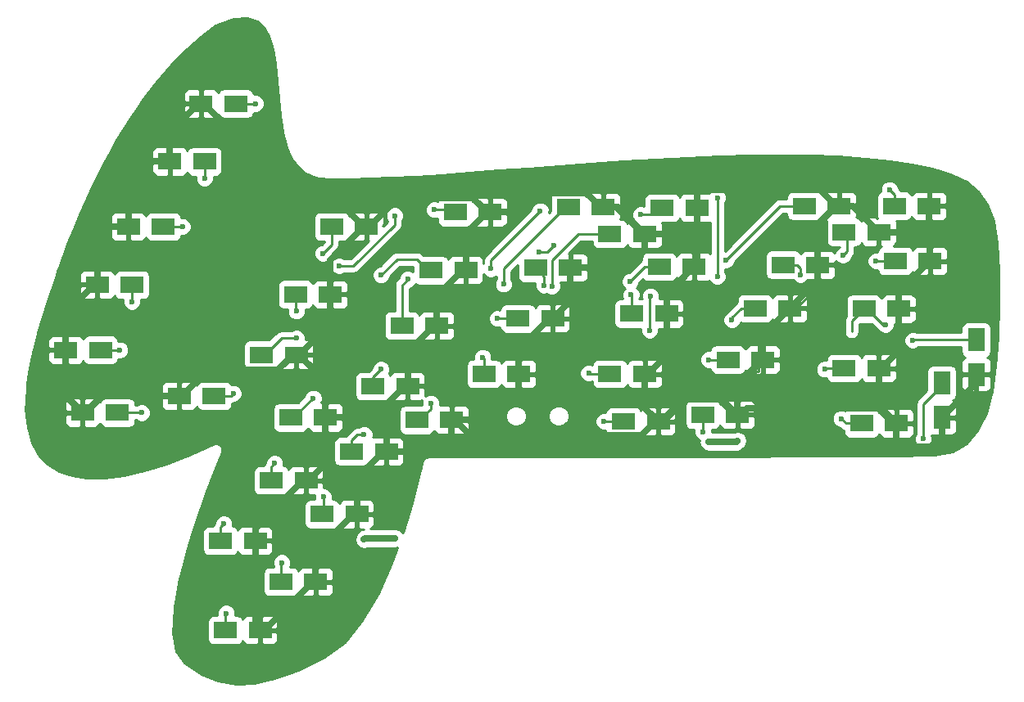
<source format=gbr>
G04 #@! TF.FileFunction,Copper,L1,Top,Signal*
%FSLAX46Y46*%
G04 Gerber Fmt 4.6, Leading zero omitted, Abs format (unit mm)*
G04 Created by KiCad (PCBNEW 4.0.6) date Wednesday, 31 January 2018 'PMt' 20:49:43*
%MOMM*%
%LPD*%
G01*
G04 APERTURE LIST*
%ADD10C,0.100000*%
%ADD11R,1.800860X2.400000*%
%ADD12R,2.400000X1.800860*%
%ADD13C,0.800000*%
%ADD14C,0.600000*%
%ADD15C,0.700000*%
%ADD16C,0.250000*%
%ADD17C,0.254000*%
G04 APERTURE END LIST*
D10*
D11*
X241250000Y-96050000D03*
X241250000Y-92450000D03*
D12*
X236400000Y-78600000D03*
X232800000Y-78600000D03*
X231200000Y-81300000D03*
X227600000Y-81300000D03*
X236500000Y-84300000D03*
X232900000Y-84300000D03*
X233250000Y-89250000D03*
X229650000Y-89250000D03*
X231200000Y-95400000D03*
X227600000Y-95400000D03*
X222000000Y-89200000D03*
X218400000Y-89200000D03*
X219200000Y-94500000D03*
X215600000Y-94500000D03*
X208400000Y-100900000D03*
X204800000Y-100900000D03*
X216600000Y-100200000D03*
X213000000Y-100200000D03*
X233000000Y-101100000D03*
X229400000Y-101100000D03*
D11*
X237700000Y-100500000D03*
X237700000Y-96900000D03*
D12*
X224900000Y-84700000D03*
X221300000Y-84700000D03*
X227100000Y-78600000D03*
X223500000Y-78600000D03*
X207000000Y-96000000D03*
X203400000Y-96000000D03*
X209250000Y-89750000D03*
X205650000Y-89750000D03*
X199300000Y-85000000D03*
X195700000Y-85000000D03*
X202700000Y-78700000D03*
X199100000Y-78700000D03*
X207000000Y-81500000D03*
X203400000Y-81500000D03*
X212400000Y-78800000D03*
X208800000Y-78800000D03*
X212100000Y-84900000D03*
X208500000Y-84900000D03*
X197500000Y-90250000D03*
X193900000Y-90250000D03*
X194000000Y-96000000D03*
X190400000Y-96000000D03*
X187050000Y-100750000D03*
X183450000Y-100750000D03*
X180300000Y-104000000D03*
X176700000Y-104000000D03*
X172000000Y-107000000D03*
X168400000Y-107000000D03*
X166750000Y-113250000D03*
X163150000Y-113250000D03*
X167250000Y-122500000D03*
X163650000Y-122500000D03*
X173000000Y-117500000D03*
X169400000Y-117500000D03*
X177250000Y-110500000D03*
X173650000Y-110500000D03*
X182500000Y-97250000D03*
X178900000Y-97250000D03*
X185500000Y-91000000D03*
X181900000Y-91000000D03*
X188500000Y-85250000D03*
X184900000Y-85250000D03*
X191000000Y-79250000D03*
X187400000Y-79250000D03*
X174000000Y-100500000D03*
X170400000Y-100500000D03*
X171000000Y-94000000D03*
X167400000Y-94000000D03*
X174500000Y-87750000D03*
X170900000Y-87750000D03*
X178250000Y-80750000D03*
X174650000Y-80750000D03*
X158900000Y-98250000D03*
X162500000Y-98250000D03*
X148900000Y-100000000D03*
X152500000Y-100000000D03*
X147150000Y-93500000D03*
X150750000Y-93500000D03*
X150400000Y-86750000D03*
X154000000Y-86750000D03*
X153650000Y-80750000D03*
X157250000Y-80750000D03*
X157900000Y-74000000D03*
X161500000Y-74000000D03*
X161150000Y-68000000D03*
X164750000Y-68000000D03*
D13*
X173000000Y-114800000D03*
D14*
X197200000Y-95600000D03*
X181200000Y-113000000D03*
X178000000Y-113100000D03*
X213600000Y-103000000D03*
X216600000Y-102900000D03*
X197600000Y-82700000D03*
X196058058Y-83341942D03*
X234700000Y-92500000D03*
X207600000Y-87900000D03*
X207500000Y-91500000D03*
X214500000Y-85900000D03*
X214498392Y-77750307D03*
X232300000Y-76900000D03*
X227500000Y-83700000D03*
X230900000Y-84300000D03*
X231900000Y-90900000D03*
X225600000Y-95500000D03*
X216000000Y-90400000D03*
X213600000Y-94500000D03*
X202800000Y-100900000D03*
X213000000Y-102000000D03*
X227300000Y-100600000D03*
X235800000Y-102700000D03*
X223100000Y-85700000D03*
X215400000Y-84200000D03*
X201200000Y-95900000D03*
X205600000Y-87800000D03*
X196600000Y-86800000D03*
X192400000Y-86700000D03*
X197400000Y-86900000D03*
X206600000Y-79500000D03*
X196200000Y-79100000D03*
X191100000Y-85100000D03*
X205500000Y-86400000D03*
X191750000Y-90250000D03*
X190250000Y-94250000D03*
X184900000Y-99000000D03*
X178000000Y-102250000D03*
X168750000Y-105250000D03*
X163500000Y-111500000D03*
X163750000Y-120750000D03*
X169500000Y-115500000D03*
X173800000Y-108700000D03*
X179750000Y-95500000D03*
X182500000Y-86200000D03*
X179750000Y-85750000D03*
X181150000Y-79600000D03*
X175400000Y-84800000D03*
X185250000Y-79000000D03*
X172750000Y-98500000D03*
X171000000Y-92250000D03*
X171000000Y-89500000D03*
X173750000Y-83500000D03*
X164500000Y-98000000D03*
X155000000Y-100000000D03*
X152750000Y-93500000D03*
X154000000Y-88500000D03*
X159250000Y-80750000D03*
X161500000Y-75750000D03*
X166750000Y-68000000D03*
D15*
X173800430Y-76600000D02*
X170049570Y-76600000D01*
X170049570Y-76600000D02*
X161449570Y-68000000D01*
X161449570Y-68000000D02*
X161150000Y-68000000D01*
X177950430Y-80750000D02*
X173800430Y-76600000D01*
X180300000Y-104000000D02*
X180300000Y-102399570D01*
X180300000Y-102399570D02*
X178400430Y-100500000D01*
X178400430Y-100500000D02*
X175900000Y-100500000D01*
X175900000Y-100500000D02*
X174000000Y-100500000D01*
X191000000Y-79250000D02*
X190700430Y-79250000D01*
X190700430Y-79250000D02*
X189249999Y-77799569D01*
X189249999Y-77799569D02*
X181500001Y-77799569D01*
X181500001Y-77799569D02*
X178549570Y-80750000D01*
X178549570Y-80750000D02*
X178250000Y-80750000D01*
X202700000Y-78700000D02*
X202400430Y-78700000D01*
X192900000Y-79250000D02*
X191000000Y-79250000D01*
X202400430Y-78700000D02*
X200949999Y-77249569D01*
X200949999Y-77249569D02*
X194900431Y-77249569D01*
X194900431Y-77249569D02*
X192900000Y-79250000D01*
X208400000Y-100900000D02*
X208100430Y-100900000D01*
X208100430Y-100900000D02*
X206649999Y-102350431D01*
X187349570Y-100750000D02*
X187050000Y-100750000D01*
X206649999Y-102350431D02*
X188950000Y-102350430D01*
X188950000Y-102350430D02*
X187349570Y-100750000D01*
X216600000Y-100200000D02*
X216899570Y-100200000D01*
X216899570Y-100200000D02*
X217600000Y-99499570D01*
X217600000Y-99499570D02*
X231100000Y-99499570D01*
X231100000Y-99499570D02*
X232700430Y-101100000D01*
X232700430Y-101100000D02*
X233000000Y-101100000D01*
X227100000Y-78600000D02*
X226800430Y-78600000D01*
X226800430Y-78600000D02*
X225100736Y-76900306D01*
X225100736Y-76900306D02*
X212699264Y-76900306D01*
X212699264Y-76900306D02*
X212400000Y-77199570D01*
X212400000Y-77199570D02*
X212400000Y-78800000D01*
X237700000Y-100500000D02*
X241250000Y-96950000D01*
X241250000Y-96950000D02*
X241250000Y-96050000D01*
X233000000Y-101100000D02*
X233000000Y-102700430D01*
X233849571Y-103550001D02*
X236549999Y-103550001D01*
X236549999Y-103550001D02*
X237700000Y-102400000D01*
X233000000Y-102700430D02*
X233849571Y-103550001D01*
X237700000Y-102400000D02*
X237700000Y-100500000D01*
X231200000Y-95400000D02*
X231200000Y-99300000D01*
X231200000Y-99300000D02*
X233000000Y-101100000D01*
X233250000Y-89250000D02*
X233250000Y-93649570D01*
X233250000Y-93649570D02*
X231499570Y-95400000D01*
X231499570Y-95400000D02*
X231200000Y-95400000D01*
X233250000Y-89250000D02*
X233250000Y-87550000D01*
X233250000Y-87550000D02*
X236500000Y-84300000D01*
X231200000Y-81300000D02*
X235100430Y-81300000D01*
X235100430Y-81300000D02*
X236500000Y-82699570D01*
X236500000Y-82699570D02*
X236500000Y-84300000D01*
X231200000Y-81300000D02*
X235300430Y-81300000D01*
X235300430Y-81300000D02*
X236400000Y-80200430D01*
X236400000Y-80200430D02*
X236400000Y-78600000D01*
X227100000Y-78600000D02*
X228500000Y-78600000D01*
X228500000Y-78600000D02*
X231200000Y-81300000D01*
X224900000Y-84700000D02*
X224900000Y-80500430D01*
X224900000Y-80500430D02*
X226800430Y-78600000D01*
X222000000Y-89200000D02*
X224900000Y-86300000D01*
X224900000Y-86300000D02*
X224900000Y-84700000D01*
X219200000Y-94500000D02*
X219200000Y-92000000D01*
X219200000Y-92000000D02*
X222000000Y-89200000D01*
X216600000Y-100200000D02*
X216600000Y-97100000D01*
X216600000Y-97100000D02*
X219200000Y-94500000D01*
X208400000Y-100900000D02*
X208699570Y-100900000D01*
X208699570Y-100900000D02*
X211000000Y-98599570D01*
X211000000Y-98599570D02*
X214700000Y-98599570D01*
X214700000Y-98599570D02*
X216300430Y-100200000D01*
X216300430Y-100200000D02*
X216600000Y-100200000D01*
X207000000Y-96000000D02*
X207000000Y-99500000D01*
X207000000Y-99500000D02*
X208400000Y-100900000D01*
X209250000Y-89750000D02*
X209250000Y-94049570D01*
X209250000Y-94049570D02*
X207299570Y-96000000D01*
X207299570Y-96000000D02*
X207000000Y-96000000D01*
X209250000Y-89750000D02*
X209250000Y-87750000D01*
X209250000Y-87750000D02*
X212100000Y-84900000D01*
X212400000Y-78800000D02*
X212400000Y-84600000D01*
X212400000Y-84600000D02*
X212100000Y-84900000D01*
X207000000Y-81500000D02*
X211300430Y-81500000D01*
X211300430Y-81500000D02*
X212400000Y-80400430D01*
X212400000Y-80400430D02*
X212400000Y-78800000D01*
X207000000Y-81500000D02*
X204200000Y-78700000D01*
X204200000Y-78700000D02*
X202700000Y-78700000D01*
X199300000Y-85000000D02*
X205100430Y-85000000D01*
X205100430Y-85000000D02*
X207000000Y-83100430D01*
X207000000Y-83100430D02*
X207000000Y-81500000D01*
X197500000Y-90250000D02*
X199300000Y-88450000D01*
X199300000Y-88450000D02*
X199300000Y-85000000D01*
X194000000Y-96000000D02*
X194000000Y-93450430D01*
X194000000Y-93450430D02*
X197200430Y-90250000D01*
X197200430Y-90250000D02*
X197500000Y-90250000D01*
X188500000Y-85250000D02*
X188500000Y-81450430D01*
X188500000Y-81450430D02*
X190700430Y-79250000D01*
X185500000Y-91000000D02*
X185500000Y-87950430D01*
X185500000Y-87950430D02*
X188200430Y-85250000D01*
X188200430Y-85250000D02*
X188500000Y-85250000D01*
X182500000Y-97250000D02*
X182500000Y-93700430D01*
X182500000Y-93700430D02*
X185200430Y-91000000D01*
X185200430Y-91000000D02*
X185500000Y-91000000D01*
X180300000Y-104000000D02*
X180300000Y-99150430D01*
X182200430Y-97250000D02*
X182500000Y-97250000D01*
X180300000Y-99150430D02*
X182200430Y-97250000D01*
X187050000Y-100750000D02*
X190850430Y-100750000D01*
X190850430Y-100750000D02*
X194000000Y-97600430D01*
X194000000Y-97600430D02*
X194000000Y-96000000D01*
X180300000Y-104000000D02*
X185400430Y-104000000D01*
X185400430Y-104000000D02*
X187050000Y-102350430D01*
X187050000Y-102350430D02*
X187050000Y-100750000D01*
X177250000Y-110500000D02*
X177250000Y-106750430D01*
X177250000Y-106750430D02*
X180000430Y-104000000D01*
X180000430Y-104000000D02*
X180300000Y-104000000D01*
X177250000Y-110500000D02*
X176950430Y-110500000D01*
X173000000Y-115899570D02*
X173000000Y-117500000D01*
X176950430Y-110500000D02*
X173000000Y-114450430D01*
X173000000Y-114450430D02*
X173000000Y-115899570D01*
X173000000Y-117500000D02*
X173000000Y-114800000D01*
X167250000Y-122500000D02*
X167700430Y-122500000D01*
X167700430Y-122500000D02*
X172700430Y-117500000D01*
X172700430Y-117500000D02*
X173000000Y-117500000D01*
X166750000Y-113250000D02*
X166750000Y-122000000D01*
X166750000Y-122000000D02*
X167250000Y-122500000D01*
X172000000Y-107000000D02*
X171700430Y-107000000D01*
X171700430Y-107000000D02*
X166750000Y-111950430D01*
X166750000Y-111950430D02*
X166750000Y-113250000D01*
X174000000Y-100500000D02*
X174000000Y-105299570D01*
X174000000Y-105299570D02*
X172299570Y-107000000D01*
X172299570Y-107000000D02*
X172000000Y-107000000D01*
X171000000Y-94000000D02*
X171299570Y-94000000D01*
X171299570Y-94000000D02*
X174000000Y-96700430D01*
X174000000Y-96700430D02*
X174000000Y-98899570D01*
X174000000Y-98899570D02*
X174000000Y-100500000D01*
X174500000Y-87750000D02*
X174500000Y-84200430D01*
X174500000Y-84200430D02*
X177950430Y-80750000D01*
X177950430Y-80750000D02*
X178250000Y-80750000D01*
X171299570Y-94000000D02*
X174500000Y-90799570D01*
X174500000Y-90799570D02*
X174500000Y-89350430D01*
X174500000Y-89350430D02*
X174500000Y-87750000D01*
X158900000Y-98250000D02*
X159199570Y-98250000D01*
X159199570Y-98250000D02*
X161849140Y-95600430D01*
X161849140Y-95600430D02*
X169100000Y-95600430D01*
X169100000Y-95600430D02*
X170700430Y-94000000D01*
X170700430Y-94000000D02*
X171000000Y-94000000D01*
X148900000Y-100000000D02*
X149199570Y-100000000D01*
X149199570Y-100000000D02*
X150949570Y-98250000D01*
X150949570Y-98250000D02*
X157000000Y-98250000D01*
X157000000Y-98250000D02*
X158900000Y-98250000D01*
X147150000Y-93500000D02*
X147150000Y-98250000D01*
X147150000Y-98250000D02*
X148900000Y-100000000D01*
X150400000Y-86750000D02*
X150100430Y-86750000D01*
X150100430Y-86750000D02*
X147150000Y-89700430D01*
X147150000Y-89700430D02*
X147150000Y-91899570D01*
X147150000Y-91899570D02*
X147150000Y-93500000D01*
X153650000Y-80750000D02*
X151750000Y-80750000D01*
X151750000Y-80750000D02*
X150400000Y-82100000D01*
X150400000Y-82100000D02*
X150400000Y-85149570D01*
X150400000Y-85149570D02*
X150400000Y-86750000D01*
X157900000Y-74000000D02*
X156000000Y-74000000D01*
X156000000Y-74000000D02*
X153650000Y-76350000D01*
X153650000Y-76350000D02*
X153650000Y-79149570D01*
X153650000Y-79149570D02*
X153650000Y-80750000D01*
X161150000Y-68000000D02*
X160850430Y-68000000D01*
X160850430Y-68000000D02*
X157900000Y-70950430D01*
X157900000Y-70950430D02*
X157900000Y-72399570D01*
X157900000Y-72399570D02*
X157900000Y-74000000D01*
D16*
X202750430Y-78250000D02*
X203050000Y-78250000D01*
X226750000Y-79000000D02*
X227500430Y-79000000D01*
X230500430Y-82000000D02*
X230800000Y-82000000D01*
X216500000Y-101000000D02*
X216500000Y-99849570D01*
X216500000Y-99849570D02*
X215025429Y-98374999D01*
X215025429Y-98374999D02*
X211674571Y-98374999D01*
X211674571Y-98374999D02*
X209049570Y-101000000D01*
X209049570Y-101000000D02*
X208750000Y-101000000D01*
X173000000Y-114800000D02*
X173000000Y-114450430D01*
X197200000Y-95600000D02*
X196800000Y-96000000D01*
X196800000Y-96000000D02*
X194000000Y-96000000D01*
X237300000Y-101000000D02*
X237500000Y-100800000D01*
X231000000Y-95750000D02*
X231000000Y-99449570D01*
X231000000Y-99449570D02*
X232550430Y-101000000D01*
X232550430Y-101000000D02*
X232850000Y-101000000D01*
X233250000Y-89250000D02*
X233250000Y-93799570D01*
X233250000Y-93799570D02*
X231299570Y-95750000D01*
X231299570Y-95750000D02*
X231000000Y-95750000D01*
X233549570Y-89250000D02*
X233250000Y-89250000D01*
X236500000Y-79900430D02*
X236500000Y-78750000D01*
X224750000Y-84500000D02*
X224750000Y-80700430D01*
X224750000Y-80700430D02*
X226450430Y-79000000D01*
X226450430Y-79000000D02*
X226750000Y-79000000D01*
X222250000Y-89250000D02*
X222549570Y-89250000D01*
X222549570Y-89250000D02*
X224750000Y-87049570D01*
X224750000Y-87049570D02*
X224750000Y-85650430D01*
X224750000Y-85650430D02*
X224750000Y-84500000D01*
X218800000Y-95750000D02*
X218800000Y-92400430D01*
X218800000Y-92400430D02*
X221950430Y-89250000D01*
X221950430Y-89250000D02*
X222250000Y-89250000D01*
X216500000Y-101000000D02*
X216500000Y-97750430D01*
X216500000Y-97750430D02*
X218500430Y-95750000D01*
X218500430Y-95750000D02*
X218800000Y-95750000D01*
X207000000Y-96000000D02*
X207000000Y-99549570D01*
X207000000Y-99549570D02*
X208450430Y-101000000D01*
X208450430Y-101000000D02*
X208750000Y-101000000D01*
X209549570Y-89750000D02*
X209250000Y-89750000D01*
X212500000Y-79000000D02*
X212500000Y-84500000D01*
X212500000Y-84500000D02*
X212250000Y-84750000D01*
X203050000Y-78250000D02*
X203349570Y-78250000D01*
X203349570Y-78250000D02*
X206250000Y-81150430D01*
X206250000Y-81150430D02*
X206250000Y-82000000D01*
D15*
X213600000Y-103000000D02*
X216500000Y-103000000D01*
X216500000Y-103000000D02*
X216600000Y-102900000D01*
X181200000Y-113000000D02*
X178100000Y-113000000D01*
X178100000Y-113000000D02*
X178000000Y-113100000D01*
D16*
X196058058Y-83341942D02*
X196958058Y-83341942D01*
X196958058Y-83341942D02*
X197600000Y-82700000D01*
X241250000Y-92450000D02*
X234750000Y-92450000D01*
X234750000Y-92450000D02*
X234700000Y-92500000D01*
X207500000Y-91500000D02*
X207500000Y-88000000D01*
X207500000Y-88000000D02*
X207600000Y-87900000D01*
X241250000Y-92450000D02*
X241250000Y-92749570D01*
X214498392Y-84674128D02*
X214498392Y-85898392D01*
X214498392Y-85898392D02*
X214500000Y-85900000D01*
X214498392Y-84674128D02*
X214498392Y-78174571D01*
X214498392Y-78174571D02*
X214498392Y-77750307D01*
X232800000Y-78600000D02*
X232800000Y-77400000D01*
X232800000Y-77400000D02*
X232300000Y-76900000D01*
X227500000Y-83700000D02*
X227949580Y-83250420D01*
X227949580Y-83250420D02*
X227949580Y-81649580D01*
X227949580Y-81649580D02*
X227600000Y-81300000D01*
X232900000Y-84300000D02*
X230900000Y-84300000D01*
X229650000Y-89250000D02*
X229949570Y-89250000D01*
X229949570Y-89250000D02*
X231599570Y-90900000D01*
X231599570Y-90900000D02*
X231900000Y-90900000D01*
X228400000Y-91600000D02*
X228400000Y-90500000D01*
X228400000Y-90500000D02*
X229650000Y-89250000D01*
X227600000Y-95400000D02*
X225700000Y-95400000D01*
X225700000Y-95400000D02*
X225600000Y-95500000D01*
X218400000Y-89200000D02*
X216950000Y-89200000D01*
X216000000Y-90150000D02*
X216000000Y-90400000D01*
X216950000Y-89200000D02*
X216000000Y-90150000D01*
X215600000Y-94500000D02*
X213600000Y-94500000D01*
X204800000Y-100900000D02*
X202800000Y-100900000D01*
X213000000Y-100200000D02*
X213000000Y-102000000D01*
X229400000Y-101100000D02*
X227800000Y-101100000D01*
X227800000Y-101100000D02*
X227300000Y-100600000D01*
X235800000Y-99714568D02*
X235800000Y-102700000D01*
X237700000Y-96900000D02*
X237700000Y-97199570D01*
X237700000Y-97199570D02*
X235800000Y-99099570D01*
X235800000Y-99099570D02*
X235800000Y-99714568D01*
X221300000Y-84700000D02*
X222750000Y-84700000D01*
X222750000Y-84700000D02*
X223100000Y-85050000D01*
X223100000Y-85050000D02*
X223100000Y-85700000D01*
X223500000Y-78600000D02*
X221000000Y-78600000D01*
X221000000Y-78600000D02*
X215400000Y-84200000D01*
X203400000Y-96000000D02*
X201300000Y-96000000D01*
X201300000Y-96000000D02*
X201200000Y-95900000D01*
X203400000Y-95900000D02*
X203400000Y-96000000D01*
X205650000Y-89750000D02*
X205650000Y-87850000D01*
X205650000Y-87850000D02*
X205600000Y-87800000D01*
X205700000Y-89700000D02*
X205650000Y-89750000D01*
X196600000Y-86800000D02*
X196600000Y-85900000D01*
X196600000Y-85900000D02*
X195700000Y-85000000D01*
X199100000Y-78700000D02*
X198800430Y-78700000D01*
X198800430Y-78700000D02*
X192400000Y-85100430D01*
X192400000Y-85100430D02*
X192400000Y-85400000D01*
X192400000Y-85400000D02*
X192400000Y-86700000D01*
X197400000Y-84214568D02*
X197400000Y-86900000D01*
X203400000Y-81500000D02*
X200114568Y-81500000D01*
X200114568Y-81500000D02*
X197400000Y-84214568D01*
X206600000Y-79500000D02*
X208100000Y-79500000D01*
X208100000Y-79500000D02*
X208800000Y-78800000D01*
X191100000Y-85100000D02*
X191100000Y-84200000D01*
X191100000Y-84200000D02*
X196200000Y-79100000D01*
X208500000Y-84900000D02*
X207000000Y-84900000D01*
X207000000Y-84900000D02*
X205500000Y-86400000D01*
X193900000Y-90250000D02*
X191750000Y-90250000D01*
X190400000Y-96000000D02*
X190400000Y-94400000D01*
X190400000Y-94400000D02*
X190250000Y-94250000D01*
X183450000Y-100750000D02*
X183749570Y-100750000D01*
X183749570Y-100750000D02*
X184900000Y-99599570D01*
X184900000Y-99599570D02*
X184900000Y-99000000D01*
X176700000Y-104000000D02*
X176700000Y-102849570D01*
X176700000Y-102849570D02*
X177299570Y-102250000D01*
X177299570Y-102250000D02*
X178000000Y-102250000D01*
X168400000Y-107000000D02*
X168400000Y-105600000D01*
X168400000Y-105600000D02*
X168750000Y-105250000D01*
X163150000Y-113250000D02*
X163150000Y-111850000D01*
X163150000Y-111850000D02*
X163500000Y-111500000D01*
X163650000Y-122500000D02*
X163650000Y-120850000D01*
X163650000Y-120850000D02*
X163750000Y-120750000D01*
X169400000Y-117500000D02*
X169400000Y-115600000D01*
X169400000Y-115600000D02*
X169500000Y-115500000D01*
X173800000Y-108700000D02*
X173800000Y-110350000D01*
X173800000Y-110350000D02*
X173650000Y-110500000D01*
X178900000Y-97250000D02*
X178900000Y-96350000D01*
X178900000Y-96350000D02*
X179750000Y-95500000D01*
X181900000Y-91000000D02*
X181900000Y-87700000D01*
X181900000Y-86800000D02*
X181900000Y-87700000D01*
X182500000Y-86200000D02*
X181900000Y-86800000D01*
X184900000Y-85250000D02*
X184600430Y-85250000D01*
X184600430Y-85250000D02*
X183450000Y-84099570D01*
X183450000Y-84099570D02*
X181400430Y-84099570D01*
X181400430Y-84099570D02*
X179750000Y-85750000D01*
X181150000Y-79600000D02*
X181150000Y-80535432D01*
X181150000Y-80535432D02*
X176885432Y-84800000D01*
X176885432Y-84800000D02*
X175824264Y-84800000D01*
X175824264Y-84800000D02*
X175400000Y-84800000D01*
X185250000Y-79000000D02*
X187150000Y-79000000D01*
X187150000Y-79000000D02*
X187400000Y-79250000D01*
X187400000Y-79250000D02*
X187100430Y-79250000D01*
X170400000Y-100500000D02*
X170699570Y-100500000D01*
X170699570Y-100500000D02*
X172699570Y-98500000D01*
X172699570Y-98500000D02*
X172750000Y-98500000D01*
X167400000Y-94000000D02*
X167699570Y-94000000D01*
X167699570Y-94000000D02*
X169449570Y-92250000D01*
X169449570Y-92250000D02*
X171000000Y-92250000D01*
X170900000Y-87750000D02*
X170900000Y-89400000D01*
X170900000Y-89400000D02*
X171000000Y-89500000D01*
X174650000Y-80750000D02*
X174650000Y-82600000D01*
X174650000Y-82600000D02*
X173750000Y-83500000D01*
X162500000Y-98250000D02*
X164250000Y-98250000D01*
X164250000Y-98250000D02*
X164500000Y-98000000D01*
X152500000Y-100000000D02*
X155000000Y-100000000D01*
X150750000Y-93500000D02*
X152750000Y-93500000D01*
X154000000Y-86750000D02*
X154000000Y-88500000D01*
X157250000Y-80750000D02*
X159250000Y-80750000D01*
X161500000Y-74000000D02*
X161500000Y-75750000D01*
X164750000Y-68000000D02*
X166750000Y-68000000D01*
D17*
G36*
X166921057Y-59455978D02*
X167629701Y-60076323D01*
X168176111Y-61055678D01*
X168571258Y-62368359D01*
X168835781Y-63930386D01*
X169012991Y-65652075D01*
X169156220Y-67445701D01*
X169157540Y-67450362D01*
X169157042Y-67455179D01*
X169323166Y-69230575D01*
X169328563Y-69248683D01*
X169327623Y-69267557D01*
X169574759Y-70941234D01*
X169587386Y-70976597D01*
X169589512Y-71014088D01*
X169976414Y-72510535D01*
X170004900Y-72569603D01*
X170020716Y-72633241D01*
X170606137Y-73876950D01*
X170669099Y-73962173D01*
X170724276Y-74052639D01*
X171566969Y-74968099D01*
X171572200Y-74971916D01*
X171575673Y-74977384D01*
X171682157Y-75052157D01*
X171787252Y-75128850D01*
X171793547Y-75130375D01*
X171798847Y-75134097D01*
X172957567Y-75645798D01*
X173077235Y-75672496D01*
X173195755Y-75703969D01*
X174675609Y-75797640D01*
X174693283Y-75795273D01*
X174710729Y-75798978D01*
X176480775Y-75821850D01*
X176492073Y-75819754D01*
X176503382Y-75821776D01*
X178538905Y-75782225D01*
X178546430Y-75780576D01*
X178554043Y-75781767D01*
X180830329Y-75688166D01*
X180835422Y-75686933D01*
X180840609Y-75687667D01*
X183332940Y-75548393D01*
X183336344Y-75547516D01*
X183339831Y-75547974D01*
X186023493Y-75371400D01*
X186025649Y-75370822D01*
X186027866Y-75371099D01*
X188878144Y-75165601D01*
X188879323Y-75165277D01*
X188880535Y-75165424D01*
X191872712Y-74939376D01*
X191873076Y-74939275D01*
X191873452Y-74939320D01*
X194982564Y-74701117D01*
X198183028Y-74459198D01*
X201449646Y-74221967D01*
X204758353Y-73997735D01*
X208083997Y-73794888D01*
X211401488Y-73621784D01*
X214686373Y-73486738D01*
X217913382Y-73398082D01*
X221057552Y-73364098D01*
X224093539Y-73393023D01*
X226995996Y-73493005D01*
X229739049Y-73672031D01*
X232296560Y-73937810D01*
X234641663Y-74297519D01*
X236746671Y-74757335D01*
X238572079Y-75318171D01*
X240259610Y-76116469D01*
X241500008Y-77128121D01*
X242401050Y-78443558D01*
X243031290Y-80186200D01*
X243419100Y-82455417D01*
X243592732Y-85317498D01*
X243592006Y-88829650D01*
X243487423Y-92093001D01*
X243264860Y-95094334D01*
X242872700Y-97766493D01*
X242265413Y-100043492D01*
X241409803Y-101862434D01*
X240282530Y-103186889D01*
X238827268Y-104024626D01*
X236878712Y-104368777D01*
X235621009Y-104393245D01*
X233726611Y-104416082D01*
X231321333Y-104436412D01*
X228481661Y-104454356D01*
X225281658Y-104470068D01*
X221797826Y-104483685D01*
X218103673Y-104495365D01*
X214275256Y-104505250D01*
X214275253Y-104505251D01*
X210387263Y-104513492D01*
X206513766Y-104520240D01*
X206513764Y-104520240D01*
X202730624Y-104525644D01*
X202730620Y-104525643D01*
X199111863Y-104529852D01*
X199111862Y-104529852D01*
X195732912Y-104533014D01*
X195732911Y-104533014D01*
X192668438Y-104535281D01*
X189993299Y-104536800D01*
X187782349Y-104537721D01*
X186110443Y-104538194D01*
X185052434Y-104538368D01*
X184683171Y-104538393D01*
X184620789Y-104550806D01*
X184557194Y-104549849D01*
X184488352Y-104577158D01*
X184415713Y-104591612D01*
X184362830Y-104626952D01*
X184303710Y-104650405D01*
X184250560Y-104701980D01*
X184188982Y-104743131D01*
X184153648Y-104796019D01*
X184108004Y-104840311D01*
X184078636Y-104908299D01*
X184037493Y-104969884D01*
X184025089Y-105032267D01*
X183999868Y-105090655D01*
X183874730Y-105673783D01*
X183497712Y-107260415D01*
X182866872Y-109603501D01*
X181985849Y-112437221D01*
X181896500Y-112303500D01*
X181576943Y-112089979D01*
X181200000Y-112015000D01*
X178625631Y-112015000D01*
X178809698Y-111938757D01*
X178988327Y-111760129D01*
X179085000Y-111526740D01*
X179085000Y-110785750D01*
X178926250Y-110627000D01*
X177377000Y-110627000D01*
X177377000Y-111876680D01*
X177535750Y-112035430D01*
X177997292Y-112035430D01*
X177723057Y-112089979D01*
X177403500Y-112303500D01*
X177303500Y-112403500D01*
X177089979Y-112723057D01*
X177015000Y-113100000D01*
X177089979Y-113476943D01*
X177303500Y-113796500D01*
X177623057Y-114010021D01*
X178000000Y-114085000D01*
X178376943Y-114010021D01*
X178414390Y-113985000D01*
X181200000Y-113985000D01*
X181434522Y-113938350D01*
X180843565Y-115545260D01*
X179455188Y-118632561D01*
X177825613Y-121452339D01*
X175976987Y-123743614D01*
X173901238Y-125302470D01*
X171177438Y-126596419D01*
X168759756Y-127500511D01*
X166631953Y-127991214D01*
X164719900Y-128076101D01*
X162928298Y-127760504D01*
X161152745Y-127028820D01*
X159387106Y-125902137D01*
X158541379Y-124684973D01*
X158215304Y-122722108D01*
X158280510Y-121599570D01*
X161802560Y-121599570D01*
X161802560Y-123400430D01*
X161846838Y-123635747D01*
X161985910Y-123851871D01*
X162198110Y-123996861D01*
X162450000Y-124047870D01*
X164850000Y-124047870D01*
X165085317Y-124003592D01*
X165301441Y-123864520D01*
X165446431Y-123652320D01*
X165453191Y-123618940D01*
X165511673Y-123760129D01*
X165690302Y-123938757D01*
X165923691Y-124035430D01*
X166964250Y-124035430D01*
X167123000Y-123876680D01*
X167123000Y-122627000D01*
X167377000Y-122627000D01*
X167377000Y-123876680D01*
X167535750Y-124035430D01*
X168576309Y-124035430D01*
X168809698Y-123938757D01*
X168988327Y-123760129D01*
X169085000Y-123526740D01*
X169085000Y-122785750D01*
X168926250Y-122627000D01*
X167377000Y-122627000D01*
X167123000Y-122627000D01*
X167103000Y-122627000D01*
X167103000Y-122373000D01*
X167123000Y-122373000D01*
X167123000Y-121123320D01*
X167377000Y-121123320D01*
X167377000Y-122373000D01*
X168926250Y-122373000D01*
X169085000Y-122214250D01*
X169085000Y-121473260D01*
X168988327Y-121239871D01*
X168809698Y-121061243D01*
X168576309Y-120964570D01*
X167535750Y-120964570D01*
X167377000Y-121123320D01*
X167123000Y-121123320D01*
X166964250Y-120964570D01*
X165923691Y-120964570D01*
X165690302Y-121061243D01*
X165511673Y-121239871D01*
X165455346Y-121375857D01*
X165453162Y-121364253D01*
X165314090Y-121148129D01*
X165101890Y-121003139D01*
X164850000Y-120952130D01*
X164678472Y-120952130D01*
X164684838Y-120936799D01*
X164685162Y-120564833D01*
X164543117Y-120221057D01*
X164280327Y-119957808D01*
X163936799Y-119815162D01*
X163564833Y-119814838D01*
X163221057Y-119956883D01*
X162957808Y-120219673D01*
X162815162Y-120563201D01*
X162814838Y-120935167D01*
X162821847Y-120952130D01*
X162450000Y-120952130D01*
X162214683Y-120996408D01*
X161998559Y-121135480D01*
X161853569Y-121347680D01*
X161802560Y-121599570D01*
X158280510Y-121599570D01*
X158366284Y-120122974D01*
X158906470Y-117155375D01*
X159051343Y-116599570D01*
X167552560Y-116599570D01*
X167552560Y-118400430D01*
X167596838Y-118635747D01*
X167735910Y-118851871D01*
X167948110Y-118996861D01*
X168200000Y-119047870D01*
X170600000Y-119047870D01*
X170835317Y-119003592D01*
X171051441Y-118864520D01*
X171196431Y-118652320D01*
X171203191Y-118618940D01*
X171261673Y-118760129D01*
X171440302Y-118938757D01*
X171673691Y-119035430D01*
X172714250Y-119035430D01*
X172873000Y-118876680D01*
X172873000Y-117627000D01*
X173127000Y-117627000D01*
X173127000Y-118876680D01*
X173285750Y-119035430D01*
X174326309Y-119035430D01*
X174559698Y-118938757D01*
X174738327Y-118760129D01*
X174835000Y-118526740D01*
X174835000Y-117785750D01*
X174676250Y-117627000D01*
X173127000Y-117627000D01*
X172873000Y-117627000D01*
X172853000Y-117627000D01*
X172853000Y-117373000D01*
X172873000Y-117373000D01*
X172873000Y-116123320D01*
X173127000Y-116123320D01*
X173127000Y-117373000D01*
X174676250Y-117373000D01*
X174835000Y-117214250D01*
X174835000Y-116473260D01*
X174738327Y-116239871D01*
X174559698Y-116061243D01*
X174326309Y-115964570D01*
X173285750Y-115964570D01*
X173127000Y-116123320D01*
X172873000Y-116123320D01*
X172714250Y-115964570D01*
X171673691Y-115964570D01*
X171440302Y-116061243D01*
X171261673Y-116239871D01*
X171205346Y-116375857D01*
X171203162Y-116364253D01*
X171064090Y-116148129D01*
X170851890Y-116003139D01*
X170600000Y-115952130D01*
X170324662Y-115952130D01*
X170434838Y-115686799D01*
X170435162Y-115314833D01*
X170293117Y-114971057D01*
X170030327Y-114707808D01*
X169686799Y-114565162D01*
X169314833Y-114564838D01*
X168971057Y-114706883D01*
X168707808Y-114969673D01*
X168565162Y-115313201D01*
X168564838Y-115685167D01*
X168640000Y-115867073D01*
X168640000Y-115952130D01*
X168200000Y-115952130D01*
X167964683Y-115996408D01*
X167748559Y-116135480D01*
X167603569Y-116347680D01*
X167552560Y-116599570D01*
X159051343Y-116599570D01*
X159714410Y-114055715D01*
X160251773Y-112349570D01*
X161302560Y-112349570D01*
X161302560Y-114150430D01*
X161346838Y-114385747D01*
X161485910Y-114601871D01*
X161698110Y-114746861D01*
X161950000Y-114797870D01*
X164350000Y-114797870D01*
X164585317Y-114753592D01*
X164801441Y-114614520D01*
X164946431Y-114402320D01*
X164953191Y-114368940D01*
X165011673Y-114510129D01*
X165190302Y-114688757D01*
X165423691Y-114785430D01*
X166464250Y-114785430D01*
X166623000Y-114626680D01*
X166623000Y-113377000D01*
X166877000Y-113377000D01*
X166877000Y-114626680D01*
X167035750Y-114785430D01*
X168076309Y-114785430D01*
X168309698Y-114688757D01*
X168488327Y-114510129D01*
X168585000Y-114276740D01*
X168585000Y-113535750D01*
X168426250Y-113377000D01*
X166877000Y-113377000D01*
X166623000Y-113377000D01*
X166603000Y-113377000D01*
X166603000Y-113123000D01*
X166623000Y-113123000D01*
X166623000Y-111873320D01*
X166877000Y-111873320D01*
X166877000Y-113123000D01*
X168426250Y-113123000D01*
X168585000Y-112964250D01*
X168585000Y-112223260D01*
X168488327Y-111989871D01*
X168309698Y-111811243D01*
X168076309Y-111714570D01*
X167035750Y-111714570D01*
X166877000Y-111873320D01*
X166623000Y-111873320D01*
X166464250Y-111714570D01*
X165423691Y-111714570D01*
X165190302Y-111811243D01*
X165011673Y-111989871D01*
X164955346Y-112125857D01*
X164953162Y-112114253D01*
X164814090Y-111898129D01*
X164601890Y-111753139D01*
X164422385Y-111716788D01*
X164434838Y-111686799D01*
X164435162Y-111314833D01*
X164293117Y-110971057D01*
X164030327Y-110707808D01*
X163686799Y-110565162D01*
X163314833Y-110564838D01*
X162971057Y-110706883D01*
X162707808Y-110969673D01*
X162565162Y-111313201D01*
X162565101Y-111383686D01*
X162447852Y-111559161D01*
X162419413Y-111702130D01*
X161950000Y-111702130D01*
X161714683Y-111746408D01*
X161498559Y-111885480D01*
X161353569Y-112097680D01*
X161302560Y-112349570D01*
X160251773Y-112349570D01*
X160662692Y-111044893D01*
X161175323Y-109599570D01*
X171802560Y-109599570D01*
X171802560Y-111400430D01*
X171846838Y-111635747D01*
X171985910Y-111851871D01*
X172198110Y-111996861D01*
X172450000Y-112047870D01*
X174850000Y-112047870D01*
X175085317Y-112003592D01*
X175301441Y-111864520D01*
X175446431Y-111652320D01*
X175453191Y-111618940D01*
X175511673Y-111760129D01*
X175690302Y-111938757D01*
X175923691Y-112035430D01*
X176964250Y-112035430D01*
X177123000Y-111876680D01*
X177123000Y-110627000D01*
X177103000Y-110627000D01*
X177103000Y-110373000D01*
X177123000Y-110373000D01*
X177123000Y-109123320D01*
X177377000Y-109123320D01*
X177377000Y-110373000D01*
X178926250Y-110373000D01*
X179085000Y-110214250D01*
X179085000Y-109473260D01*
X178988327Y-109239871D01*
X178809698Y-109061243D01*
X178576309Y-108964570D01*
X177535750Y-108964570D01*
X177377000Y-109123320D01*
X177123000Y-109123320D01*
X176964250Y-108964570D01*
X175923691Y-108964570D01*
X175690302Y-109061243D01*
X175511673Y-109239871D01*
X175455346Y-109375857D01*
X175453162Y-109364253D01*
X175314090Y-109148129D01*
X175101890Y-109003139D01*
X174850000Y-108952130D01*
X174707710Y-108952130D01*
X174734838Y-108886799D01*
X174735162Y-108514833D01*
X174593117Y-108171057D01*
X174330327Y-107907808D01*
X173986799Y-107765162D01*
X173835000Y-107765030D01*
X173835000Y-107285750D01*
X173676250Y-107127000D01*
X172127000Y-107127000D01*
X172127000Y-108376680D01*
X172285750Y-108535430D01*
X172865143Y-108535430D01*
X172864838Y-108885167D01*
X172892506Y-108952130D01*
X172450000Y-108952130D01*
X172214683Y-108996408D01*
X171998559Y-109135480D01*
X171853569Y-109347680D01*
X171802560Y-109599570D01*
X161175323Y-109599570D01*
X161622973Y-108337456D01*
X162466772Y-106145443D01*
X162485514Y-106099570D01*
X166552560Y-106099570D01*
X166552560Y-107900430D01*
X166596838Y-108135747D01*
X166735910Y-108351871D01*
X166948110Y-108496861D01*
X167200000Y-108547870D01*
X169600000Y-108547870D01*
X169835317Y-108503592D01*
X170051441Y-108364520D01*
X170196431Y-108152320D01*
X170203191Y-108118940D01*
X170261673Y-108260129D01*
X170440302Y-108438757D01*
X170673691Y-108535430D01*
X171714250Y-108535430D01*
X171873000Y-108376680D01*
X171873000Y-107127000D01*
X171853000Y-107127000D01*
X171853000Y-106873000D01*
X171873000Y-106873000D01*
X171873000Y-105623320D01*
X172127000Y-105623320D01*
X172127000Y-106873000D01*
X173676250Y-106873000D01*
X173835000Y-106714250D01*
X173835000Y-105973260D01*
X173738327Y-105739871D01*
X173559698Y-105561243D01*
X173326309Y-105464570D01*
X172285750Y-105464570D01*
X172127000Y-105623320D01*
X171873000Y-105623320D01*
X171714250Y-105464570D01*
X170673691Y-105464570D01*
X170440302Y-105561243D01*
X170261673Y-105739871D01*
X170205346Y-105875857D01*
X170203162Y-105864253D01*
X170064090Y-105648129D01*
X169851890Y-105503139D01*
X169672385Y-105466788D01*
X169684838Y-105436799D01*
X169685162Y-105064833D01*
X169543117Y-104721057D01*
X169280327Y-104457808D01*
X168936799Y-104315162D01*
X168564833Y-104314838D01*
X168221057Y-104456883D01*
X167957808Y-104719673D01*
X167815162Y-105063201D01*
X167815101Y-105133686D01*
X167697852Y-105309161D01*
X167669413Y-105452130D01*
X167200000Y-105452130D01*
X166964683Y-105496408D01*
X166748559Y-105635480D01*
X166603569Y-105847680D01*
X166552560Y-106099570D01*
X162485514Y-106099570D01*
X163065870Y-104679137D01*
X163293529Y-104144942D01*
X163296918Y-104128763D01*
X163305598Y-104114689D01*
X163324766Y-103995840D01*
X163349446Y-103878036D01*
X163346386Y-103861789D01*
X163349018Y-103845468D01*
X163321249Y-103728346D01*
X163298966Y-103610048D01*
X163289921Y-103596208D01*
X163286107Y-103580123D01*
X163215632Y-103482543D01*
X163149774Y-103381779D01*
X163136122Y-103372455D01*
X163126441Y-103359051D01*
X163023972Y-103295859D01*
X162924583Y-103227978D01*
X162908404Y-103224589D01*
X162894330Y-103215909D01*
X162775481Y-103196741D01*
X162657677Y-103172061D01*
X162641430Y-103175121D01*
X162625109Y-103172489D01*
X162507985Y-103200258D01*
X162389690Y-103222541D01*
X162375851Y-103231586D01*
X162359764Y-103235400D01*
X159883335Y-104368575D01*
X157512680Y-105290620D01*
X155253278Y-105997945D01*
X153127696Y-106480193D01*
X151159441Y-106728333D01*
X149372488Y-106735808D01*
X147789437Y-106499929D01*
X146426708Y-106021857D01*
X145288513Y-105300924D01*
X144368876Y-104322408D01*
X143693851Y-103099570D01*
X174852560Y-103099570D01*
X174852560Y-104900430D01*
X174896838Y-105135747D01*
X175035910Y-105351871D01*
X175248110Y-105496861D01*
X175500000Y-105547870D01*
X177900000Y-105547870D01*
X178135317Y-105503592D01*
X178351441Y-105364520D01*
X178496431Y-105152320D01*
X178503191Y-105118940D01*
X178561673Y-105260129D01*
X178740302Y-105438757D01*
X178973691Y-105535430D01*
X180014250Y-105535430D01*
X180173000Y-105376680D01*
X180173000Y-104127000D01*
X180427000Y-104127000D01*
X180427000Y-105376680D01*
X180585750Y-105535430D01*
X181626309Y-105535430D01*
X181859698Y-105438757D01*
X182038327Y-105260129D01*
X182135000Y-105026740D01*
X182135000Y-104285750D01*
X181976250Y-104127000D01*
X180427000Y-104127000D01*
X180173000Y-104127000D01*
X180153000Y-104127000D01*
X180153000Y-103873000D01*
X180173000Y-103873000D01*
X180173000Y-102623320D01*
X180427000Y-102623320D01*
X180427000Y-103873000D01*
X181976250Y-103873000D01*
X182135000Y-103714250D01*
X182135000Y-102973260D01*
X182038327Y-102739871D01*
X181859698Y-102561243D01*
X181626309Y-102464570D01*
X180585750Y-102464570D01*
X180427000Y-102623320D01*
X180173000Y-102623320D01*
X180014250Y-102464570D01*
X178973691Y-102464570D01*
X178912840Y-102489775D01*
X178934838Y-102436799D01*
X178935162Y-102064833D01*
X178793117Y-101721057D01*
X178530327Y-101457808D01*
X178186799Y-101315162D01*
X177814833Y-101314838D01*
X177471057Y-101456883D01*
X177437882Y-101490000D01*
X177299570Y-101490000D01*
X177008731Y-101547852D01*
X176762169Y-101712599D01*
X176162599Y-102312169D01*
X176069080Y-102452130D01*
X175500000Y-102452130D01*
X175264683Y-102496408D01*
X175048559Y-102635480D01*
X174903569Y-102847680D01*
X174852560Y-103099570D01*
X143693851Y-103099570D01*
X143668228Y-103053153D01*
X143206085Y-101456368D01*
X143090918Y-100285750D01*
X147065000Y-100285750D01*
X147065000Y-101026740D01*
X147161673Y-101260129D01*
X147340302Y-101438757D01*
X147573691Y-101535430D01*
X148614250Y-101535430D01*
X148773000Y-101376680D01*
X148773000Y-100127000D01*
X147223750Y-100127000D01*
X147065000Y-100285750D01*
X143090918Y-100285750D01*
X143014294Y-99506908D01*
X143039829Y-98973260D01*
X147065000Y-98973260D01*
X147065000Y-99714250D01*
X147223750Y-99873000D01*
X148773000Y-99873000D01*
X148773000Y-98623320D01*
X149027000Y-98623320D01*
X149027000Y-99873000D01*
X149047000Y-99873000D01*
X149047000Y-100127000D01*
X149027000Y-100127000D01*
X149027000Y-101376680D01*
X149185750Y-101535430D01*
X150226309Y-101535430D01*
X150459698Y-101438757D01*
X150638327Y-101260129D01*
X150694654Y-101124143D01*
X150696838Y-101135747D01*
X150835910Y-101351871D01*
X151048110Y-101496861D01*
X151300000Y-101547870D01*
X153700000Y-101547870D01*
X153935317Y-101503592D01*
X154151441Y-101364520D01*
X154296431Y-101152320D01*
X154347440Y-100900430D01*
X154347440Y-100760000D01*
X154437537Y-100760000D01*
X154469673Y-100792192D01*
X154813201Y-100934838D01*
X155185167Y-100935162D01*
X155528943Y-100793117D01*
X155792192Y-100530327D01*
X155934838Y-100186799D01*
X155935162Y-99814833D01*
X155793117Y-99471057D01*
X155530327Y-99207808D01*
X155186799Y-99065162D01*
X154814833Y-99064838D01*
X154471057Y-99206883D01*
X154437882Y-99240000D01*
X154347440Y-99240000D01*
X154347440Y-99099570D01*
X154303162Y-98864253D01*
X154164090Y-98648129D01*
X153999618Y-98535750D01*
X157065000Y-98535750D01*
X157065000Y-99276740D01*
X157161673Y-99510129D01*
X157340302Y-99688757D01*
X157573691Y-99785430D01*
X158614250Y-99785430D01*
X158773000Y-99626680D01*
X158773000Y-98377000D01*
X157223750Y-98377000D01*
X157065000Y-98535750D01*
X153999618Y-98535750D01*
X153951890Y-98503139D01*
X153700000Y-98452130D01*
X151300000Y-98452130D01*
X151064683Y-98496408D01*
X150848559Y-98635480D01*
X150703569Y-98847680D01*
X150696809Y-98881060D01*
X150638327Y-98739871D01*
X150459698Y-98561243D01*
X150226309Y-98464570D01*
X149185750Y-98464570D01*
X149027000Y-98623320D01*
X148773000Y-98623320D01*
X148614250Y-98464570D01*
X147573691Y-98464570D01*
X147340302Y-98561243D01*
X147161673Y-98739871D01*
X147065000Y-98973260D01*
X143039829Y-98973260D01*
X143123566Y-97223260D01*
X157065000Y-97223260D01*
X157065000Y-97964250D01*
X157223750Y-98123000D01*
X158773000Y-98123000D01*
X158773000Y-96873320D01*
X159027000Y-96873320D01*
X159027000Y-98123000D01*
X159047000Y-98123000D01*
X159047000Y-98377000D01*
X159027000Y-98377000D01*
X159027000Y-99626680D01*
X159185750Y-99785430D01*
X160226309Y-99785430D01*
X160459698Y-99688757D01*
X160638327Y-99510129D01*
X160694654Y-99374143D01*
X160696838Y-99385747D01*
X160835910Y-99601871D01*
X161048110Y-99746861D01*
X161300000Y-99797870D01*
X163700000Y-99797870D01*
X163935317Y-99753592D01*
X164151441Y-99614520D01*
X164161655Y-99599570D01*
X168552560Y-99599570D01*
X168552560Y-101400430D01*
X168596838Y-101635747D01*
X168735910Y-101851871D01*
X168948110Y-101996861D01*
X169200000Y-102047870D01*
X171600000Y-102047870D01*
X171835317Y-102003592D01*
X172051441Y-101864520D01*
X172196431Y-101652320D01*
X172203191Y-101618940D01*
X172261673Y-101760129D01*
X172440302Y-101938757D01*
X172673691Y-102035430D01*
X173714250Y-102035430D01*
X173873000Y-101876680D01*
X173873000Y-100627000D01*
X174127000Y-100627000D01*
X174127000Y-101876680D01*
X174285750Y-102035430D01*
X175326309Y-102035430D01*
X175559698Y-101938757D01*
X175738327Y-101760129D01*
X175835000Y-101526740D01*
X175835000Y-100785750D01*
X175676250Y-100627000D01*
X174127000Y-100627000D01*
X173873000Y-100627000D01*
X173853000Y-100627000D01*
X173853000Y-100373000D01*
X173873000Y-100373000D01*
X173873000Y-99123320D01*
X174127000Y-99123320D01*
X174127000Y-100373000D01*
X175676250Y-100373000D01*
X175835000Y-100214250D01*
X175835000Y-99849570D01*
X181602560Y-99849570D01*
X181602560Y-101650430D01*
X181646838Y-101885747D01*
X181785910Y-102101871D01*
X181998110Y-102246861D01*
X182250000Y-102297870D01*
X184650000Y-102297870D01*
X184885317Y-102253592D01*
X185101441Y-102114520D01*
X185246431Y-101902320D01*
X185253191Y-101868940D01*
X185311673Y-102010129D01*
X185490302Y-102188757D01*
X185723691Y-102285430D01*
X186764250Y-102285430D01*
X186923000Y-102126680D01*
X186923000Y-100877000D01*
X187177000Y-100877000D01*
X187177000Y-102126680D01*
X187335750Y-102285430D01*
X188376309Y-102285430D01*
X188609698Y-102188757D01*
X188788327Y-102010129D01*
X188885000Y-101776740D01*
X188885000Y-101035750D01*
X188726250Y-100877000D01*
X187177000Y-100877000D01*
X186923000Y-100877000D01*
X186903000Y-100877000D01*
X186903000Y-100623000D01*
X186923000Y-100623000D01*
X186923000Y-99373320D01*
X187177000Y-99373320D01*
X187177000Y-100623000D01*
X188726250Y-100623000D01*
X188785360Y-100563890D01*
X192615592Y-100563890D01*
X192780362Y-100962663D01*
X193085193Y-101268026D01*
X193483677Y-101433491D01*
X193915150Y-101433868D01*
X194313923Y-101269098D01*
X194619286Y-100964267D01*
X194784751Y-100565783D01*
X194784752Y-100563890D01*
X197014872Y-100563890D01*
X197179642Y-100962663D01*
X197484473Y-101268026D01*
X197882957Y-101433491D01*
X198314430Y-101433868D01*
X198713203Y-101269098D01*
X198897455Y-101085167D01*
X201864838Y-101085167D01*
X202006883Y-101428943D01*
X202269673Y-101692192D01*
X202613201Y-101834838D01*
X202959091Y-101835139D01*
X202996838Y-102035747D01*
X203135910Y-102251871D01*
X203348110Y-102396861D01*
X203600000Y-102447870D01*
X206000000Y-102447870D01*
X206235317Y-102403592D01*
X206451441Y-102264520D01*
X206596431Y-102052320D01*
X206603191Y-102018940D01*
X206661673Y-102160129D01*
X206840302Y-102338757D01*
X207073691Y-102435430D01*
X208114250Y-102435430D01*
X208273000Y-102276680D01*
X208273000Y-101027000D01*
X208527000Y-101027000D01*
X208527000Y-102276680D01*
X208685750Y-102435430D01*
X209726309Y-102435430D01*
X209959698Y-102338757D01*
X210138327Y-102160129D01*
X210235000Y-101926740D01*
X210235000Y-101185750D01*
X210076250Y-101027000D01*
X208527000Y-101027000D01*
X208273000Y-101027000D01*
X208253000Y-101027000D01*
X208253000Y-100773000D01*
X208273000Y-100773000D01*
X208273000Y-99523320D01*
X208527000Y-99523320D01*
X208527000Y-100773000D01*
X210076250Y-100773000D01*
X210235000Y-100614250D01*
X210235000Y-99873260D01*
X210138327Y-99639871D01*
X209959698Y-99461243D01*
X209726309Y-99364570D01*
X208685750Y-99364570D01*
X208527000Y-99523320D01*
X208273000Y-99523320D01*
X208114250Y-99364570D01*
X207073691Y-99364570D01*
X206840302Y-99461243D01*
X206661673Y-99639871D01*
X206605346Y-99775857D01*
X206603162Y-99764253D01*
X206464090Y-99548129D01*
X206251890Y-99403139D01*
X206000000Y-99352130D01*
X203600000Y-99352130D01*
X203364683Y-99396408D01*
X203148559Y-99535480D01*
X203003569Y-99747680D01*
X202959533Y-99965138D01*
X202614833Y-99964838D01*
X202271057Y-100106883D01*
X202007808Y-100369673D01*
X201865162Y-100713201D01*
X201864838Y-101085167D01*
X198897455Y-101085167D01*
X199018566Y-100964267D01*
X199184031Y-100565783D01*
X199184408Y-100134310D01*
X199019638Y-99735537D01*
X198714807Y-99430174D01*
X198400278Y-99299570D01*
X211152560Y-99299570D01*
X211152560Y-101100430D01*
X211196838Y-101335747D01*
X211335910Y-101551871D01*
X211548110Y-101696861D01*
X211800000Y-101747870D01*
X212092290Y-101747870D01*
X212065162Y-101813201D01*
X212064838Y-102185167D01*
X212206883Y-102528943D01*
X212469673Y-102792192D01*
X212642094Y-102863788D01*
X212615000Y-103000000D01*
X212689979Y-103376943D01*
X212903500Y-103696500D01*
X213223057Y-103910021D01*
X213600000Y-103985000D01*
X216500000Y-103985000D01*
X216876943Y-103910021D01*
X217196500Y-103696500D01*
X217296500Y-103596500D01*
X217510021Y-103276943D01*
X217584999Y-102900000D01*
X217582049Y-102885167D01*
X234864838Y-102885167D01*
X235006883Y-103228943D01*
X235269673Y-103492192D01*
X235613201Y-103634838D01*
X235985167Y-103635162D01*
X236328943Y-103493117D01*
X236592192Y-103230327D01*
X236734838Y-102886799D01*
X236735162Y-102514833D01*
X236658296Y-102328802D01*
X236673260Y-102335000D01*
X237414250Y-102335000D01*
X237573000Y-102176250D01*
X237573000Y-100627000D01*
X237827000Y-100627000D01*
X237827000Y-102176250D01*
X237985750Y-102335000D01*
X238726740Y-102335000D01*
X238960129Y-102238327D01*
X239138757Y-102059698D01*
X239235430Y-101826309D01*
X239235430Y-100785750D01*
X239076680Y-100627000D01*
X237827000Y-100627000D01*
X237573000Y-100627000D01*
X237553000Y-100627000D01*
X237553000Y-100373000D01*
X237573000Y-100373000D01*
X237573000Y-100353000D01*
X237827000Y-100353000D01*
X237827000Y-100373000D01*
X239076680Y-100373000D01*
X239235430Y-100214250D01*
X239235430Y-99173691D01*
X239138757Y-98940302D01*
X238960129Y-98761673D01*
X238824143Y-98705346D01*
X238835747Y-98703162D01*
X239051871Y-98564090D01*
X239196861Y-98351890D01*
X239247870Y-98100000D01*
X239247870Y-96335750D01*
X239714570Y-96335750D01*
X239714570Y-97376309D01*
X239811243Y-97609698D01*
X239989871Y-97788327D01*
X240223260Y-97885000D01*
X240964250Y-97885000D01*
X241123000Y-97726250D01*
X241123000Y-96177000D01*
X241377000Y-96177000D01*
X241377000Y-97726250D01*
X241535750Y-97885000D01*
X242276740Y-97885000D01*
X242510129Y-97788327D01*
X242688757Y-97609698D01*
X242785430Y-97376309D01*
X242785430Y-96335750D01*
X242626680Y-96177000D01*
X241377000Y-96177000D01*
X241123000Y-96177000D01*
X239873320Y-96177000D01*
X239714570Y-96335750D01*
X239247870Y-96335750D01*
X239247870Y-95700000D01*
X239203592Y-95464683D01*
X239064520Y-95248559D01*
X238852320Y-95103569D01*
X238600430Y-95052560D01*
X236799570Y-95052560D01*
X236564253Y-95096838D01*
X236348129Y-95235910D01*
X236203139Y-95448110D01*
X236152130Y-95700000D01*
X236152130Y-97672638D01*
X235262599Y-98562169D01*
X235097852Y-98808731D01*
X235040000Y-99099570D01*
X235040000Y-102137537D01*
X235007808Y-102169673D01*
X234865162Y-102513201D01*
X234864838Y-102885167D01*
X217582049Y-102885167D01*
X217510021Y-102523057D01*
X217296500Y-102203500D01*
X216976943Y-101989979D01*
X216600000Y-101915001D01*
X216223057Y-101989979D01*
X216185610Y-102015000D01*
X213934988Y-102015000D01*
X213935162Y-101814833D01*
X213907494Y-101747870D01*
X214200000Y-101747870D01*
X214435317Y-101703592D01*
X214651441Y-101564520D01*
X214796431Y-101352320D01*
X214803191Y-101318940D01*
X214861673Y-101460129D01*
X215040302Y-101638757D01*
X215273691Y-101735430D01*
X216314250Y-101735430D01*
X216473000Y-101576680D01*
X216473000Y-100327000D01*
X216727000Y-100327000D01*
X216727000Y-101576680D01*
X216885750Y-101735430D01*
X217926309Y-101735430D01*
X218159698Y-101638757D01*
X218338327Y-101460129D01*
X218435000Y-101226740D01*
X218435000Y-100785167D01*
X226364838Y-100785167D01*
X226506883Y-101128943D01*
X226769673Y-101392192D01*
X227113201Y-101534838D01*
X227160077Y-101534879D01*
X227262599Y-101637401D01*
X227509161Y-101802148D01*
X227552560Y-101810781D01*
X227552560Y-102000430D01*
X227596838Y-102235747D01*
X227735910Y-102451871D01*
X227948110Y-102596861D01*
X228200000Y-102647870D01*
X230600000Y-102647870D01*
X230835317Y-102603592D01*
X231051441Y-102464520D01*
X231196431Y-102252320D01*
X231203191Y-102218940D01*
X231261673Y-102360129D01*
X231440302Y-102538757D01*
X231673691Y-102635430D01*
X232714250Y-102635430D01*
X232873000Y-102476680D01*
X232873000Y-101227000D01*
X233127000Y-101227000D01*
X233127000Y-102476680D01*
X233285750Y-102635430D01*
X234326309Y-102635430D01*
X234559698Y-102538757D01*
X234738327Y-102360129D01*
X234835000Y-102126740D01*
X234835000Y-101385750D01*
X234676250Y-101227000D01*
X233127000Y-101227000D01*
X232873000Y-101227000D01*
X232853000Y-101227000D01*
X232853000Y-100973000D01*
X232873000Y-100973000D01*
X232873000Y-99723320D01*
X233127000Y-99723320D01*
X233127000Y-100973000D01*
X234676250Y-100973000D01*
X234835000Y-100814250D01*
X234835000Y-100073260D01*
X234738327Y-99839871D01*
X234559698Y-99661243D01*
X234326309Y-99564570D01*
X233285750Y-99564570D01*
X233127000Y-99723320D01*
X232873000Y-99723320D01*
X232714250Y-99564570D01*
X231673691Y-99564570D01*
X231440302Y-99661243D01*
X231261673Y-99839871D01*
X231205346Y-99975857D01*
X231203162Y-99964253D01*
X231064090Y-99748129D01*
X230851890Y-99603139D01*
X230600000Y-99552130D01*
X228200000Y-99552130D01*
X227964683Y-99596408D01*
X227748559Y-99735480D01*
X227728134Y-99765373D01*
X227486799Y-99665162D01*
X227114833Y-99664838D01*
X226771057Y-99806883D01*
X226507808Y-100069673D01*
X226365162Y-100413201D01*
X226364838Y-100785167D01*
X218435000Y-100785167D01*
X218435000Y-100485750D01*
X218276250Y-100327000D01*
X216727000Y-100327000D01*
X216473000Y-100327000D01*
X216453000Y-100327000D01*
X216453000Y-100073000D01*
X216473000Y-100073000D01*
X216473000Y-98823320D01*
X216727000Y-98823320D01*
X216727000Y-100073000D01*
X218276250Y-100073000D01*
X218435000Y-99914250D01*
X218435000Y-99173260D01*
X218338327Y-98939871D01*
X218159698Y-98761243D01*
X217926309Y-98664570D01*
X216885750Y-98664570D01*
X216727000Y-98823320D01*
X216473000Y-98823320D01*
X216314250Y-98664570D01*
X215273691Y-98664570D01*
X215040302Y-98761243D01*
X214861673Y-98939871D01*
X214805346Y-99075857D01*
X214803162Y-99064253D01*
X214664090Y-98848129D01*
X214451890Y-98703139D01*
X214200000Y-98652130D01*
X211800000Y-98652130D01*
X211564683Y-98696408D01*
X211348559Y-98835480D01*
X211203569Y-99047680D01*
X211152560Y-99299570D01*
X198400278Y-99299570D01*
X198316323Y-99264709D01*
X197884850Y-99264332D01*
X197486077Y-99429102D01*
X197180714Y-99733933D01*
X197015249Y-100132417D01*
X197014872Y-100563890D01*
X194784752Y-100563890D01*
X194785128Y-100134310D01*
X194620358Y-99735537D01*
X194315527Y-99430174D01*
X193917043Y-99264709D01*
X193485570Y-99264332D01*
X193086797Y-99429102D01*
X192781434Y-99733933D01*
X192615969Y-100132417D01*
X192615592Y-100563890D01*
X188785360Y-100563890D01*
X188885000Y-100464250D01*
X188885000Y-99723260D01*
X188788327Y-99489871D01*
X188609698Y-99311243D01*
X188376309Y-99214570D01*
X187335750Y-99214570D01*
X187177000Y-99373320D01*
X186923000Y-99373320D01*
X186764250Y-99214570D01*
X185823306Y-99214570D01*
X185834838Y-99186799D01*
X185835162Y-98814833D01*
X185693117Y-98471057D01*
X185430327Y-98207808D01*
X185086799Y-98065162D01*
X184714833Y-98064838D01*
X184371057Y-98206883D01*
X184335000Y-98242877D01*
X184335000Y-97535750D01*
X184176250Y-97377000D01*
X182627000Y-97377000D01*
X182627000Y-98626680D01*
X182785750Y-98785430D01*
X183826309Y-98785430D01*
X184007932Y-98710199D01*
X183965162Y-98813201D01*
X183964838Y-99185167D01*
X183971847Y-99202130D01*
X182250000Y-99202130D01*
X182014683Y-99246408D01*
X181798559Y-99385480D01*
X181653569Y-99597680D01*
X181602560Y-99849570D01*
X175835000Y-99849570D01*
X175835000Y-99473260D01*
X175738327Y-99239871D01*
X175559698Y-99061243D01*
X175326309Y-98964570D01*
X174285750Y-98964570D01*
X174127000Y-99123320D01*
X173873000Y-99123320D01*
X173714250Y-98964570D01*
X173569497Y-98964570D01*
X173684838Y-98686799D01*
X173685162Y-98314833D01*
X173543117Y-97971057D01*
X173280327Y-97707808D01*
X172936799Y-97565162D01*
X172564833Y-97564838D01*
X172221057Y-97706883D01*
X171957808Y-97969673D01*
X171817715Y-98307053D01*
X171172638Y-98952130D01*
X169200000Y-98952130D01*
X168964683Y-98996408D01*
X168748559Y-99135480D01*
X168603569Y-99347680D01*
X168552560Y-99599570D01*
X164161655Y-99599570D01*
X164296431Y-99402320D01*
X164347440Y-99150430D01*
X164347440Y-98990618D01*
X164540839Y-98952148D01*
X164566415Y-98935059D01*
X164685167Y-98935162D01*
X165028943Y-98793117D01*
X165292192Y-98530327D01*
X165434838Y-98186799D01*
X165435162Y-97814833D01*
X165293117Y-97471057D01*
X165030327Y-97207808D01*
X164686799Y-97065162D01*
X164314833Y-97064838D01*
X164280494Y-97079026D01*
X164164090Y-96898129D01*
X163951890Y-96753139D01*
X163700000Y-96702130D01*
X161300000Y-96702130D01*
X161064683Y-96746408D01*
X160848559Y-96885480D01*
X160703569Y-97097680D01*
X160696809Y-97131060D01*
X160638327Y-96989871D01*
X160459698Y-96811243D01*
X160226309Y-96714570D01*
X159185750Y-96714570D01*
X159027000Y-96873320D01*
X158773000Y-96873320D01*
X158614250Y-96714570D01*
X157573691Y-96714570D01*
X157340302Y-96811243D01*
X157161673Y-96989871D01*
X157065000Y-97223260D01*
X143123566Y-97223260D01*
X143125086Y-97191502D01*
X143263249Y-96349570D01*
X177052560Y-96349570D01*
X177052560Y-98150430D01*
X177096838Y-98385747D01*
X177235910Y-98601871D01*
X177448110Y-98746861D01*
X177700000Y-98797870D01*
X180100000Y-98797870D01*
X180335317Y-98753592D01*
X180551441Y-98614520D01*
X180696431Y-98402320D01*
X180703191Y-98368940D01*
X180761673Y-98510129D01*
X180940302Y-98688757D01*
X181173691Y-98785430D01*
X182214250Y-98785430D01*
X182373000Y-98626680D01*
X182373000Y-97377000D01*
X182353000Y-97377000D01*
X182353000Y-97123000D01*
X182373000Y-97123000D01*
X182373000Y-95873320D01*
X182627000Y-95873320D01*
X182627000Y-97123000D01*
X184176250Y-97123000D01*
X184335000Y-96964250D01*
X184335000Y-96223260D01*
X184238327Y-95989871D01*
X184059698Y-95811243D01*
X183826309Y-95714570D01*
X182785750Y-95714570D01*
X182627000Y-95873320D01*
X182373000Y-95873320D01*
X182214250Y-95714570D01*
X181173691Y-95714570D01*
X180940302Y-95811243D01*
X180761673Y-95989871D01*
X180705346Y-96125857D01*
X180703162Y-96114253D01*
X180584145Y-95929295D01*
X180684838Y-95686799D01*
X180685162Y-95314833D01*
X180596218Y-95099570D01*
X188552560Y-95099570D01*
X188552560Y-96900430D01*
X188596838Y-97135747D01*
X188735910Y-97351871D01*
X188948110Y-97496861D01*
X189200000Y-97547870D01*
X191600000Y-97547870D01*
X191835317Y-97503592D01*
X192051441Y-97364520D01*
X192196431Y-97152320D01*
X192203191Y-97118940D01*
X192261673Y-97260129D01*
X192440302Y-97438757D01*
X192673691Y-97535430D01*
X193714250Y-97535430D01*
X193873000Y-97376680D01*
X193873000Y-96127000D01*
X194127000Y-96127000D01*
X194127000Y-97376680D01*
X194285750Y-97535430D01*
X195326309Y-97535430D01*
X195559698Y-97438757D01*
X195738327Y-97260129D01*
X195835000Y-97026740D01*
X195835000Y-96285750D01*
X195676250Y-96127000D01*
X194127000Y-96127000D01*
X193873000Y-96127000D01*
X193853000Y-96127000D01*
X193853000Y-96085167D01*
X200264838Y-96085167D01*
X200406883Y-96428943D01*
X200669673Y-96692192D01*
X201013201Y-96834838D01*
X201385167Y-96835162D01*
X201552560Y-96765997D01*
X201552560Y-96900430D01*
X201596838Y-97135747D01*
X201735910Y-97351871D01*
X201948110Y-97496861D01*
X202200000Y-97547870D01*
X204600000Y-97547870D01*
X204835317Y-97503592D01*
X205051441Y-97364520D01*
X205196431Y-97152320D01*
X205203191Y-97118940D01*
X205261673Y-97260129D01*
X205440302Y-97438757D01*
X205673691Y-97535430D01*
X206714250Y-97535430D01*
X206873000Y-97376680D01*
X206873000Y-96127000D01*
X207127000Y-96127000D01*
X207127000Y-97376680D01*
X207285750Y-97535430D01*
X208326309Y-97535430D01*
X208559698Y-97438757D01*
X208738327Y-97260129D01*
X208835000Y-97026740D01*
X208835000Y-96285750D01*
X208676250Y-96127000D01*
X207127000Y-96127000D01*
X206873000Y-96127000D01*
X206853000Y-96127000D01*
X206853000Y-95873000D01*
X206873000Y-95873000D01*
X206873000Y-94623320D01*
X207127000Y-94623320D01*
X207127000Y-95873000D01*
X208676250Y-95873000D01*
X208835000Y-95714250D01*
X208835000Y-94973260D01*
X208738327Y-94739871D01*
X208683623Y-94685167D01*
X212664838Y-94685167D01*
X212806883Y-95028943D01*
X213069673Y-95292192D01*
X213413201Y-95434838D01*
X213759091Y-95435139D01*
X213796838Y-95635747D01*
X213935910Y-95851871D01*
X214148110Y-95996861D01*
X214400000Y-96047870D01*
X216800000Y-96047870D01*
X217035317Y-96003592D01*
X217251441Y-95864520D01*
X217396431Y-95652320D01*
X217403191Y-95618940D01*
X217461673Y-95760129D01*
X217640302Y-95938757D01*
X217873691Y-96035430D01*
X218914250Y-96035430D01*
X219073000Y-95876680D01*
X219073000Y-94627000D01*
X219327000Y-94627000D01*
X219327000Y-95876680D01*
X219485750Y-96035430D01*
X220526309Y-96035430D01*
X220759698Y-95938757D01*
X220938327Y-95760129D01*
X220969377Y-95685167D01*
X224664838Y-95685167D01*
X224806883Y-96028943D01*
X225069673Y-96292192D01*
X225413201Y-96434838D01*
X225777910Y-96435156D01*
X225796838Y-96535747D01*
X225935910Y-96751871D01*
X226148110Y-96896861D01*
X226400000Y-96947870D01*
X228800000Y-96947870D01*
X229035317Y-96903592D01*
X229251441Y-96764520D01*
X229396431Y-96552320D01*
X229403191Y-96518940D01*
X229461673Y-96660129D01*
X229640302Y-96838757D01*
X229873691Y-96935430D01*
X230914250Y-96935430D01*
X231073000Y-96776680D01*
X231073000Y-95527000D01*
X231327000Y-95527000D01*
X231327000Y-96776680D01*
X231485750Y-96935430D01*
X232526309Y-96935430D01*
X232759698Y-96838757D01*
X232938327Y-96660129D01*
X233035000Y-96426740D01*
X233035000Y-95685750D01*
X232876250Y-95527000D01*
X231327000Y-95527000D01*
X231073000Y-95527000D01*
X231053000Y-95527000D01*
X231053000Y-95273000D01*
X231073000Y-95273000D01*
X231073000Y-94023320D01*
X231327000Y-94023320D01*
X231327000Y-95273000D01*
X232876250Y-95273000D01*
X233035000Y-95114250D01*
X233035000Y-94373260D01*
X232938327Y-94139871D01*
X232759698Y-93961243D01*
X232526309Y-93864570D01*
X231485750Y-93864570D01*
X231327000Y-94023320D01*
X231073000Y-94023320D01*
X230914250Y-93864570D01*
X229873691Y-93864570D01*
X229640302Y-93961243D01*
X229461673Y-94139871D01*
X229405346Y-94275857D01*
X229403162Y-94264253D01*
X229264090Y-94048129D01*
X229051890Y-93903139D01*
X228800000Y-93852130D01*
X226400000Y-93852130D01*
X226164683Y-93896408D01*
X225948559Y-94035480D01*
X225803569Y-94247680D01*
X225752560Y-94499570D01*
X225752560Y-94565132D01*
X225414833Y-94564838D01*
X225071057Y-94706883D01*
X224807808Y-94969673D01*
X224665162Y-95313201D01*
X224664838Y-95685167D01*
X220969377Y-95685167D01*
X221035000Y-95526740D01*
X221035000Y-94785750D01*
X220876250Y-94627000D01*
X219327000Y-94627000D01*
X219073000Y-94627000D01*
X219053000Y-94627000D01*
X219053000Y-94373000D01*
X219073000Y-94373000D01*
X219073000Y-93123320D01*
X219327000Y-93123320D01*
X219327000Y-94373000D01*
X220876250Y-94373000D01*
X221035000Y-94214250D01*
X221035000Y-93473260D01*
X220938327Y-93239871D01*
X220759698Y-93061243D01*
X220526309Y-92964570D01*
X219485750Y-92964570D01*
X219327000Y-93123320D01*
X219073000Y-93123320D01*
X218914250Y-92964570D01*
X217873691Y-92964570D01*
X217640302Y-93061243D01*
X217461673Y-93239871D01*
X217405346Y-93375857D01*
X217403162Y-93364253D01*
X217264090Y-93148129D01*
X217051890Y-93003139D01*
X216800000Y-92952130D01*
X214400000Y-92952130D01*
X214164683Y-92996408D01*
X213948559Y-93135480D01*
X213803569Y-93347680D01*
X213759533Y-93565138D01*
X213414833Y-93564838D01*
X213071057Y-93706883D01*
X212807808Y-93969673D01*
X212665162Y-94313201D01*
X212664838Y-94685167D01*
X208683623Y-94685167D01*
X208559698Y-94561243D01*
X208326309Y-94464570D01*
X207285750Y-94464570D01*
X207127000Y-94623320D01*
X206873000Y-94623320D01*
X206714250Y-94464570D01*
X205673691Y-94464570D01*
X205440302Y-94561243D01*
X205261673Y-94739871D01*
X205205346Y-94875857D01*
X205203162Y-94864253D01*
X205064090Y-94648129D01*
X204851890Y-94503139D01*
X204600000Y-94452130D01*
X202200000Y-94452130D01*
X201964683Y-94496408D01*
X201748559Y-94635480D01*
X201603569Y-94847680D01*
X201564810Y-95039079D01*
X201386799Y-94965162D01*
X201014833Y-94964838D01*
X200671057Y-95106883D01*
X200407808Y-95369673D01*
X200265162Y-95713201D01*
X200264838Y-96085167D01*
X193853000Y-96085167D01*
X193853000Y-95873000D01*
X193873000Y-95873000D01*
X193873000Y-94623320D01*
X194127000Y-94623320D01*
X194127000Y-95873000D01*
X195676250Y-95873000D01*
X195835000Y-95714250D01*
X195835000Y-94973260D01*
X195738327Y-94739871D01*
X195559698Y-94561243D01*
X195326309Y-94464570D01*
X194285750Y-94464570D01*
X194127000Y-94623320D01*
X193873000Y-94623320D01*
X193714250Y-94464570D01*
X192673691Y-94464570D01*
X192440302Y-94561243D01*
X192261673Y-94739871D01*
X192205346Y-94875857D01*
X192203162Y-94864253D01*
X192064090Y-94648129D01*
X191851890Y-94503139D01*
X191600000Y-94452130D01*
X191178472Y-94452130D01*
X191184838Y-94436799D01*
X191185162Y-94064833D01*
X191043117Y-93721057D01*
X190780327Y-93457808D01*
X190436799Y-93315162D01*
X190064833Y-93314838D01*
X189721057Y-93456883D01*
X189457808Y-93719673D01*
X189315162Y-94063201D01*
X189314838Y-94435167D01*
X189321847Y-94452130D01*
X189200000Y-94452130D01*
X188964683Y-94496408D01*
X188748559Y-94635480D01*
X188603569Y-94847680D01*
X188552560Y-95099570D01*
X180596218Y-95099570D01*
X180543117Y-94971057D01*
X180280327Y-94707808D01*
X179936799Y-94565162D01*
X179564833Y-94564838D01*
X179221057Y-94706883D01*
X178957808Y-94969673D01*
X178815162Y-95313201D01*
X178815121Y-95360077D01*
X178473068Y-95702130D01*
X177700000Y-95702130D01*
X177464683Y-95746408D01*
X177248559Y-95885480D01*
X177103569Y-96097680D01*
X177052560Y-96349570D01*
X143263249Y-96349570D01*
X143566400Y-94502257D01*
X143752169Y-93785750D01*
X145315000Y-93785750D01*
X145315000Y-94526740D01*
X145411673Y-94760129D01*
X145590302Y-94938757D01*
X145823691Y-95035430D01*
X146864250Y-95035430D01*
X147023000Y-94876680D01*
X147023000Y-93627000D01*
X145473750Y-93627000D01*
X145315000Y-93785750D01*
X143752169Y-93785750D01*
X144092459Y-92473260D01*
X145315000Y-92473260D01*
X145315000Y-93214250D01*
X145473750Y-93373000D01*
X147023000Y-93373000D01*
X147023000Y-92123320D01*
X147277000Y-92123320D01*
X147277000Y-93373000D01*
X147297000Y-93373000D01*
X147297000Y-93627000D01*
X147277000Y-93627000D01*
X147277000Y-94876680D01*
X147435750Y-95035430D01*
X148476309Y-95035430D01*
X148709698Y-94938757D01*
X148888327Y-94760129D01*
X148944654Y-94624143D01*
X148946838Y-94635747D01*
X149085910Y-94851871D01*
X149298110Y-94996861D01*
X149550000Y-95047870D01*
X151950000Y-95047870D01*
X152185317Y-95003592D01*
X152401441Y-94864520D01*
X152546431Y-94652320D01*
X152590467Y-94434862D01*
X152935167Y-94435162D01*
X153278943Y-94293117D01*
X153542192Y-94030327D01*
X153684838Y-93686799D01*
X153685162Y-93314833D01*
X153596218Y-93099570D01*
X165552560Y-93099570D01*
X165552560Y-94900430D01*
X165596838Y-95135747D01*
X165735910Y-95351871D01*
X165948110Y-95496861D01*
X166200000Y-95547870D01*
X168600000Y-95547870D01*
X168835317Y-95503592D01*
X169051441Y-95364520D01*
X169196431Y-95152320D01*
X169203191Y-95118940D01*
X169261673Y-95260129D01*
X169440302Y-95438757D01*
X169673691Y-95535430D01*
X170714250Y-95535430D01*
X170873000Y-95376680D01*
X170873000Y-94127000D01*
X171127000Y-94127000D01*
X171127000Y-95376680D01*
X171285750Y-95535430D01*
X172326309Y-95535430D01*
X172559698Y-95438757D01*
X172738327Y-95260129D01*
X172835000Y-95026740D01*
X172835000Y-94285750D01*
X172676250Y-94127000D01*
X171127000Y-94127000D01*
X170873000Y-94127000D01*
X170853000Y-94127000D01*
X170853000Y-93873000D01*
X170873000Y-93873000D01*
X170873000Y-93853000D01*
X171127000Y-93853000D01*
X171127000Y-93873000D01*
X172676250Y-93873000D01*
X172835000Y-93714250D01*
X172835000Y-92973260D01*
X172738327Y-92739871D01*
X172683623Y-92685167D01*
X233764838Y-92685167D01*
X233906883Y-93028943D01*
X234169673Y-93292192D01*
X234513201Y-93434838D01*
X234885167Y-93435162D01*
X235228943Y-93293117D01*
X235312205Y-93210000D01*
X239702130Y-93210000D01*
X239702130Y-93650000D01*
X239746408Y-93885317D01*
X239885480Y-94101441D01*
X240097680Y-94246431D01*
X240131060Y-94253191D01*
X239989871Y-94311673D01*
X239811243Y-94490302D01*
X239714570Y-94723691D01*
X239714570Y-95764250D01*
X239873320Y-95923000D01*
X241123000Y-95923000D01*
X241123000Y-95903000D01*
X241377000Y-95903000D01*
X241377000Y-95923000D01*
X242626680Y-95923000D01*
X242785430Y-95764250D01*
X242785430Y-94723691D01*
X242688757Y-94490302D01*
X242510129Y-94311673D01*
X242374143Y-94255346D01*
X242385747Y-94253162D01*
X242601871Y-94114090D01*
X242746861Y-93901890D01*
X242797870Y-93650000D01*
X242797870Y-91250000D01*
X242753592Y-91014683D01*
X242614520Y-90798559D01*
X242402320Y-90653569D01*
X242150430Y-90602560D01*
X240349570Y-90602560D01*
X240114253Y-90646838D01*
X239898129Y-90785910D01*
X239753139Y-90998110D01*
X239702130Y-91250000D01*
X239702130Y-91690000D01*
X235187441Y-91690000D01*
X234886799Y-91565162D01*
X234514833Y-91564838D01*
X234171057Y-91706883D01*
X233907808Y-91969673D01*
X233765162Y-92313201D01*
X233764838Y-92685167D01*
X172683623Y-92685167D01*
X172559698Y-92561243D01*
X172326309Y-92464570D01*
X171923306Y-92464570D01*
X171934838Y-92436799D01*
X171935162Y-92064833D01*
X171793117Y-91721057D01*
X171530327Y-91457808D01*
X171186799Y-91315162D01*
X170814833Y-91314838D01*
X170471057Y-91456883D01*
X170437882Y-91490000D01*
X169449570Y-91490000D01*
X169158731Y-91547852D01*
X168912169Y-91712599D01*
X168172638Y-92452130D01*
X166200000Y-92452130D01*
X165964683Y-92496408D01*
X165748559Y-92635480D01*
X165603569Y-92847680D01*
X165552560Y-93099570D01*
X153596218Y-93099570D01*
X153543117Y-92971057D01*
X153280327Y-92707808D01*
X152936799Y-92565162D01*
X152590909Y-92564861D01*
X152553162Y-92364253D01*
X152414090Y-92148129D01*
X152201890Y-92003139D01*
X151950000Y-91952130D01*
X149550000Y-91952130D01*
X149314683Y-91996408D01*
X149098559Y-92135480D01*
X148953569Y-92347680D01*
X148946809Y-92381060D01*
X148888327Y-92239871D01*
X148709698Y-92061243D01*
X148476309Y-91964570D01*
X147435750Y-91964570D01*
X147277000Y-92123320D01*
X147023000Y-92123320D01*
X146864250Y-91964570D01*
X145823691Y-91964570D01*
X145590302Y-92061243D01*
X145411673Y-92239871D01*
X145315000Y-92473260D01*
X144092459Y-92473260D01*
X144364943Y-91422298D01*
X145361392Y-88172909D01*
X145745504Y-87035750D01*
X148565000Y-87035750D01*
X148565000Y-87776740D01*
X148661673Y-88010129D01*
X148840302Y-88188757D01*
X149073691Y-88285430D01*
X150114250Y-88285430D01*
X150273000Y-88126680D01*
X150273000Y-86877000D01*
X148723750Y-86877000D01*
X148565000Y-87035750D01*
X145745504Y-87035750D01*
X146188839Y-85723260D01*
X148565000Y-85723260D01*
X148565000Y-86464250D01*
X148723750Y-86623000D01*
X150273000Y-86623000D01*
X150273000Y-85373320D01*
X150527000Y-85373320D01*
X150527000Y-86623000D01*
X150547000Y-86623000D01*
X150547000Y-86877000D01*
X150527000Y-86877000D01*
X150527000Y-88126680D01*
X150685750Y-88285430D01*
X151726309Y-88285430D01*
X151959698Y-88188757D01*
X152138327Y-88010129D01*
X152194654Y-87874143D01*
X152196838Y-87885747D01*
X152335910Y-88101871D01*
X152548110Y-88246861D01*
X152800000Y-88297870D01*
X153071528Y-88297870D01*
X153065162Y-88313201D01*
X153064838Y-88685167D01*
X153206883Y-89028943D01*
X153469673Y-89292192D01*
X153813201Y-89434838D01*
X154185167Y-89435162D01*
X154528943Y-89293117D01*
X154792192Y-89030327D01*
X154934838Y-88686799D01*
X154935162Y-88314833D01*
X154928153Y-88297870D01*
X155200000Y-88297870D01*
X155435317Y-88253592D01*
X155651441Y-88114520D01*
X155796431Y-87902320D01*
X155847440Y-87650430D01*
X155847440Y-86849570D01*
X169052560Y-86849570D01*
X169052560Y-88650430D01*
X169096838Y-88885747D01*
X169235910Y-89101871D01*
X169448110Y-89246861D01*
X169700000Y-89297870D01*
X170071528Y-89297870D01*
X170065162Y-89313201D01*
X170064838Y-89685167D01*
X170206883Y-90028943D01*
X170469673Y-90292192D01*
X170813201Y-90434838D01*
X171185167Y-90435162D01*
X171528943Y-90293117D01*
X171792192Y-90030327D01*
X171934838Y-89686799D01*
X171935162Y-89314833D01*
X171928153Y-89297870D01*
X172100000Y-89297870D01*
X172335317Y-89253592D01*
X172551441Y-89114520D01*
X172696431Y-88902320D01*
X172703191Y-88868940D01*
X172761673Y-89010129D01*
X172940302Y-89188757D01*
X173173691Y-89285430D01*
X174214250Y-89285430D01*
X174373000Y-89126680D01*
X174373000Y-87877000D01*
X174627000Y-87877000D01*
X174627000Y-89126680D01*
X174785750Y-89285430D01*
X175826309Y-89285430D01*
X176059698Y-89188757D01*
X176238327Y-89010129D01*
X176335000Y-88776740D01*
X176335000Y-88035750D01*
X176176250Y-87877000D01*
X174627000Y-87877000D01*
X174373000Y-87877000D01*
X174353000Y-87877000D01*
X174353000Y-87623000D01*
X174373000Y-87623000D01*
X174373000Y-86373320D01*
X174627000Y-86373320D01*
X174627000Y-87623000D01*
X176176250Y-87623000D01*
X176335000Y-87464250D01*
X176335000Y-86723260D01*
X176238327Y-86489871D01*
X176059698Y-86311243D01*
X175826309Y-86214570D01*
X174785750Y-86214570D01*
X174627000Y-86373320D01*
X174373000Y-86373320D01*
X174214250Y-86214570D01*
X173173691Y-86214570D01*
X172940302Y-86311243D01*
X172761673Y-86489871D01*
X172705346Y-86625857D01*
X172703162Y-86614253D01*
X172564090Y-86398129D01*
X172351890Y-86253139D01*
X172100000Y-86202130D01*
X169700000Y-86202130D01*
X169464683Y-86246408D01*
X169248559Y-86385480D01*
X169103569Y-86597680D01*
X169052560Y-86849570D01*
X155847440Y-86849570D01*
X155847440Y-85935167D01*
X178814838Y-85935167D01*
X178956883Y-86278943D01*
X179219673Y-86542192D01*
X179563201Y-86684838D01*
X179935167Y-86685162D01*
X180278943Y-86543117D01*
X180542192Y-86280327D01*
X180684838Y-85936799D01*
X180684879Y-85889923D01*
X181715233Y-84859570D01*
X183052560Y-84859570D01*
X183052560Y-85430080D01*
X183030327Y-85407808D01*
X182686799Y-85265162D01*
X182314833Y-85264838D01*
X181971057Y-85406883D01*
X181707808Y-85669673D01*
X181565162Y-86013201D01*
X181565121Y-86060077D01*
X181362599Y-86262599D01*
X181197852Y-86509161D01*
X181140000Y-86800000D01*
X181140000Y-89452130D01*
X180700000Y-89452130D01*
X180464683Y-89496408D01*
X180248559Y-89635480D01*
X180103569Y-89847680D01*
X180052560Y-90099570D01*
X180052560Y-91900430D01*
X180096838Y-92135747D01*
X180235910Y-92351871D01*
X180448110Y-92496861D01*
X180700000Y-92547870D01*
X183100000Y-92547870D01*
X183335317Y-92503592D01*
X183551441Y-92364520D01*
X183696431Y-92152320D01*
X183703191Y-92118940D01*
X183761673Y-92260129D01*
X183940302Y-92438757D01*
X184173691Y-92535430D01*
X185214250Y-92535430D01*
X185373000Y-92376680D01*
X185373000Y-91127000D01*
X185627000Y-91127000D01*
X185627000Y-92376680D01*
X185785750Y-92535430D01*
X186826309Y-92535430D01*
X187059698Y-92438757D01*
X187238327Y-92260129D01*
X187335000Y-92026740D01*
X187335000Y-91285750D01*
X187176250Y-91127000D01*
X185627000Y-91127000D01*
X185373000Y-91127000D01*
X185353000Y-91127000D01*
X185353000Y-90873000D01*
X185373000Y-90873000D01*
X185373000Y-89623320D01*
X185627000Y-89623320D01*
X185627000Y-90873000D01*
X187176250Y-90873000D01*
X187335000Y-90714250D01*
X187335000Y-90435167D01*
X190814838Y-90435167D01*
X190956883Y-90778943D01*
X191219673Y-91042192D01*
X191563201Y-91184838D01*
X191935167Y-91185162D01*
X192052560Y-91136656D01*
X192052560Y-91150430D01*
X192096838Y-91385747D01*
X192235910Y-91601871D01*
X192448110Y-91746861D01*
X192700000Y-91797870D01*
X195100000Y-91797870D01*
X195335317Y-91753592D01*
X195551441Y-91614520D01*
X195696431Y-91402320D01*
X195703191Y-91368940D01*
X195761673Y-91510129D01*
X195940302Y-91688757D01*
X196173691Y-91785430D01*
X197214250Y-91785430D01*
X197373000Y-91626680D01*
X197373000Y-90377000D01*
X197627000Y-90377000D01*
X197627000Y-91626680D01*
X197785750Y-91785430D01*
X198826309Y-91785430D01*
X199059698Y-91688757D01*
X199238327Y-91510129D01*
X199335000Y-91276740D01*
X199335000Y-90535750D01*
X199176250Y-90377000D01*
X197627000Y-90377000D01*
X197373000Y-90377000D01*
X197353000Y-90377000D01*
X197353000Y-90123000D01*
X197373000Y-90123000D01*
X197373000Y-88873320D01*
X197627000Y-88873320D01*
X197627000Y-90123000D01*
X199176250Y-90123000D01*
X199335000Y-89964250D01*
X199335000Y-89223260D01*
X199238327Y-88989871D01*
X199098026Y-88849570D01*
X203802560Y-88849570D01*
X203802560Y-90650430D01*
X203846838Y-90885747D01*
X203985910Y-91101871D01*
X204198110Y-91246861D01*
X204450000Y-91297870D01*
X206571528Y-91297870D01*
X206565162Y-91313201D01*
X206564838Y-91685167D01*
X206706883Y-92028943D01*
X206969673Y-92292192D01*
X207313201Y-92434838D01*
X207685167Y-92435162D01*
X208028943Y-92293117D01*
X208292192Y-92030327D01*
X208434838Y-91686799D01*
X208435162Y-91314833D01*
X208423013Y-91285430D01*
X208964250Y-91285430D01*
X209123000Y-91126680D01*
X209123000Y-89877000D01*
X209377000Y-89877000D01*
X209377000Y-91126680D01*
X209535750Y-91285430D01*
X210576309Y-91285430D01*
X210809698Y-91188757D01*
X210988327Y-91010129D01*
X211085000Y-90776740D01*
X211085000Y-90585167D01*
X215064838Y-90585167D01*
X215206883Y-90928943D01*
X215469673Y-91192192D01*
X215813201Y-91334838D01*
X216185167Y-91335162D01*
X216528943Y-91193117D01*
X216792192Y-90930327D01*
X216902170Y-90665472D01*
X216948110Y-90696861D01*
X217200000Y-90747870D01*
X219600000Y-90747870D01*
X219835317Y-90703592D01*
X220051441Y-90564520D01*
X220196431Y-90352320D01*
X220203191Y-90318940D01*
X220261673Y-90460129D01*
X220440302Y-90638757D01*
X220673691Y-90735430D01*
X221714250Y-90735430D01*
X221873000Y-90576680D01*
X221873000Y-89327000D01*
X222127000Y-89327000D01*
X222127000Y-90576680D01*
X222285750Y-90735430D01*
X223326309Y-90735430D01*
X223559698Y-90638757D01*
X223698455Y-90500000D01*
X227640000Y-90500000D01*
X227640000Y-91600000D01*
X227697852Y-91890839D01*
X227862599Y-92137401D01*
X228109161Y-92302148D01*
X228400000Y-92360000D01*
X228690839Y-92302148D01*
X228937401Y-92137401D01*
X229102148Y-91890839D01*
X229160000Y-91600000D01*
X229160000Y-90814802D01*
X229176932Y-90797870D01*
X230422638Y-90797870D01*
X231062169Y-91437401D01*
X231221807Y-91544068D01*
X231369673Y-91692192D01*
X231713201Y-91834838D01*
X232085167Y-91835162D01*
X232428943Y-91693117D01*
X232692192Y-91430327D01*
X232834838Y-91086799D01*
X232835101Y-90785430D01*
X232964250Y-90785430D01*
X233123000Y-90626680D01*
X233123000Y-89377000D01*
X233377000Y-89377000D01*
X233377000Y-90626680D01*
X233535750Y-90785430D01*
X234576309Y-90785430D01*
X234809698Y-90688757D01*
X234988327Y-90510129D01*
X235085000Y-90276740D01*
X235085000Y-89535750D01*
X234926250Y-89377000D01*
X233377000Y-89377000D01*
X233123000Y-89377000D01*
X233103000Y-89377000D01*
X233103000Y-89123000D01*
X233123000Y-89123000D01*
X233123000Y-87873320D01*
X233377000Y-87873320D01*
X233377000Y-89123000D01*
X234926250Y-89123000D01*
X235085000Y-88964250D01*
X235085000Y-88223260D01*
X234988327Y-87989871D01*
X234809698Y-87811243D01*
X234576309Y-87714570D01*
X233535750Y-87714570D01*
X233377000Y-87873320D01*
X233123000Y-87873320D01*
X232964250Y-87714570D01*
X231923691Y-87714570D01*
X231690302Y-87811243D01*
X231511673Y-87989871D01*
X231455346Y-88125857D01*
X231453162Y-88114253D01*
X231314090Y-87898129D01*
X231101890Y-87753139D01*
X230850000Y-87702130D01*
X228450000Y-87702130D01*
X228214683Y-87746408D01*
X227998559Y-87885480D01*
X227853569Y-88097680D01*
X227802560Y-88349570D01*
X227802560Y-90052454D01*
X227697852Y-90209161D01*
X227640000Y-90500000D01*
X223698455Y-90500000D01*
X223738327Y-90460129D01*
X223835000Y-90226740D01*
X223835000Y-89485750D01*
X223676250Y-89327000D01*
X222127000Y-89327000D01*
X221873000Y-89327000D01*
X221853000Y-89327000D01*
X221853000Y-89073000D01*
X221873000Y-89073000D01*
X221873000Y-87823320D01*
X222127000Y-87823320D01*
X222127000Y-89073000D01*
X223676250Y-89073000D01*
X223835000Y-88914250D01*
X223835000Y-88173260D01*
X223738327Y-87939871D01*
X223559698Y-87761243D01*
X223326309Y-87664570D01*
X222285750Y-87664570D01*
X222127000Y-87823320D01*
X221873000Y-87823320D01*
X221714250Y-87664570D01*
X220673691Y-87664570D01*
X220440302Y-87761243D01*
X220261673Y-87939871D01*
X220205346Y-88075857D01*
X220203162Y-88064253D01*
X220064090Y-87848129D01*
X219851890Y-87703139D01*
X219600000Y-87652130D01*
X217200000Y-87652130D01*
X216964683Y-87696408D01*
X216748559Y-87835480D01*
X216603569Y-88047680D01*
X216552560Y-88299570D01*
X216552560Y-88569080D01*
X216412599Y-88662599D01*
X215462599Y-89612599D01*
X215457126Y-89620789D01*
X215207808Y-89869673D01*
X215065162Y-90213201D01*
X215064838Y-90585167D01*
X211085000Y-90585167D01*
X211085000Y-90035750D01*
X210926250Y-89877000D01*
X209377000Y-89877000D01*
X209123000Y-89877000D01*
X209103000Y-89877000D01*
X209103000Y-89623000D01*
X209123000Y-89623000D01*
X209123000Y-88373320D01*
X209377000Y-88373320D01*
X209377000Y-89623000D01*
X210926250Y-89623000D01*
X211085000Y-89464250D01*
X211085000Y-88723260D01*
X210988327Y-88489871D01*
X210809698Y-88311243D01*
X210576309Y-88214570D01*
X209535750Y-88214570D01*
X209377000Y-88373320D01*
X209123000Y-88373320D01*
X208964250Y-88214570D01*
X208481783Y-88214570D01*
X208534838Y-88086799D01*
X208535162Y-87714833D01*
X208393117Y-87371057D01*
X208130327Y-87107808D01*
X207786799Y-86965162D01*
X207414833Y-86964838D01*
X207071057Y-87106883D01*
X206807808Y-87369673D01*
X206665162Y-87713201D01*
X206664838Y-88085167D01*
X206713166Y-88202130D01*
X206445424Y-88202130D01*
X206534838Y-87986799D01*
X206535162Y-87614833D01*
X206393117Y-87271057D01*
X206172378Y-87049932D01*
X206292192Y-86930327D01*
X206434838Y-86586799D01*
X206434879Y-86539923D01*
X206791675Y-86183127D01*
X206835910Y-86251871D01*
X207048110Y-86396861D01*
X207300000Y-86447870D01*
X209700000Y-86447870D01*
X209935317Y-86403592D01*
X210151441Y-86264520D01*
X210296431Y-86052320D01*
X210303191Y-86018940D01*
X210361673Y-86160129D01*
X210540302Y-86338757D01*
X210773691Y-86435430D01*
X211814250Y-86435430D01*
X211973000Y-86276680D01*
X211973000Y-85027000D01*
X211953000Y-85027000D01*
X211953000Y-84773000D01*
X211973000Y-84773000D01*
X211973000Y-83523320D01*
X212227000Y-83523320D01*
X212227000Y-84773000D01*
X212247000Y-84773000D01*
X212247000Y-85027000D01*
X212227000Y-85027000D01*
X212227000Y-86276680D01*
X212385750Y-86435430D01*
X213426309Y-86435430D01*
X213659698Y-86338757D01*
X213666718Y-86331737D01*
X213706883Y-86428943D01*
X213969673Y-86692192D01*
X214313201Y-86834838D01*
X214685167Y-86835162D01*
X215028943Y-86693117D01*
X215292192Y-86430327D01*
X215434838Y-86086799D01*
X215435162Y-85714833D01*
X215293117Y-85371057D01*
X215258392Y-85336271D01*
X215258392Y-85134877D01*
X215585167Y-85135162D01*
X215928943Y-84993117D01*
X216192192Y-84730327D01*
X216334838Y-84386799D01*
X216334879Y-84339923D01*
X216875232Y-83799570D01*
X219452560Y-83799570D01*
X219452560Y-85600430D01*
X219496838Y-85835747D01*
X219635910Y-86051871D01*
X219848110Y-86196861D01*
X220100000Y-86247870D01*
X222325777Y-86247870D01*
X222569673Y-86492192D01*
X222913201Y-86634838D01*
X223285167Y-86635162D01*
X223628943Y-86493117D01*
X223887080Y-86235430D01*
X224614250Y-86235430D01*
X224773000Y-86076680D01*
X224773000Y-84827000D01*
X225027000Y-84827000D01*
X225027000Y-86076680D01*
X225185750Y-86235430D01*
X226226309Y-86235430D01*
X226459698Y-86138757D01*
X226638327Y-85960129D01*
X226735000Y-85726740D01*
X226735000Y-84985750D01*
X226576250Y-84827000D01*
X225027000Y-84827000D01*
X224773000Y-84827000D01*
X224753000Y-84827000D01*
X224753000Y-84573000D01*
X224773000Y-84573000D01*
X224773000Y-83323320D01*
X224614250Y-83164570D01*
X223573691Y-83164570D01*
X223340302Y-83261243D01*
X223161673Y-83439871D01*
X223105346Y-83575857D01*
X223103162Y-83564253D01*
X222964090Y-83348129D01*
X222751890Y-83203139D01*
X222500000Y-83152130D01*
X220100000Y-83152130D01*
X219864683Y-83196408D01*
X219648559Y-83335480D01*
X219503569Y-83547680D01*
X219452560Y-83799570D01*
X216875232Y-83799570D01*
X221314802Y-79360000D01*
X221652560Y-79360000D01*
X221652560Y-79500430D01*
X221696838Y-79735747D01*
X221835910Y-79951871D01*
X222048110Y-80096861D01*
X222300000Y-80147870D01*
X224700000Y-80147870D01*
X224935317Y-80103592D01*
X225151441Y-79964520D01*
X225296431Y-79752320D01*
X225303191Y-79718940D01*
X225361673Y-79860129D01*
X225540302Y-80038757D01*
X225773691Y-80135430D01*
X225811939Y-80135430D01*
X225803569Y-80147680D01*
X225752560Y-80399570D01*
X225752560Y-82200430D01*
X225796838Y-82435747D01*
X225935910Y-82651871D01*
X226148110Y-82796861D01*
X226400000Y-82847870D01*
X227113880Y-82847870D01*
X226971057Y-82906883D01*
X226707808Y-83169673D01*
X226608144Y-83409689D01*
X226459698Y-83261243D01*
X226226309Y-83164570D01*
X225185750Y-83164570D01*
X225027000Y-83323320D01*
X225027000Y-84573000D01*
X226576250Y-84573000D01*
X226735000Y-84414250D01*
X226735000Y-84257109D01*
X226969673Y-84492192D01*
X227313201Y-84634838D01*
X227685167Y-84635162D01*
X228028943Y-84493117D01*
X228036906Y-84485167D01*
X229964838Y-84485167D01*
X230106883Y-84828943D01*
X230369673Y-85092192D01*
X230713201Y-85234838D01*
X231059091Y-85235139D01*
X231096838Y-85435747D01*
X231235910Y-85651871D01*
X231448110Y-85796861D01*
X231700000Y-85847870D01*
X234100000Y-85847870D01*
X234335317Y-85803592D01*
X234551441Y-85664520D01*
X234696431Y-85452320D01*
X234703191Y-85418940D01*
X234761673Y-85560129D01*
X234940302Y-85738757D01*
X235173691Y-85835430D01*
X236214250Y-85835430D01*
X236373000Y-85676680D01*
X236373000Y-84427000D01*
X236627000Y-84427000D01*
X236627000Y-85676680D01*
X236785750Y-85835430D01*
X237826309Y-85835430D01*
X238059698Y-85738757D01*
X238238327Y-85560129D01*
X238335000Y-85326740D01*
X238335000Y-84585750D01*
X238176250Y-84427000D01*
X236627000Y-84427000D01*
X236373000Y-84427000D01*
X236353000Y-84427000D01*
X236353000Y-84173000D01*
X236373000Y-84173000D01*
X236373000Y-82923320D01*
X236627000Y-82923320D01*
X236627000Y-84173000D01*
X238176250Y-84173000D01*
X238335000Y-84014250D01*
X238335000Y-83273260D01*
X238238327Y-83039871D01*
X238059698Y-82861243D01*
X237826309Y-82764570D01*
X236785750Y-82764570D01*
X236627000Y-82923320D01*
X236373000Y-82923320D01*
X236214250Y-82764570D01*
X235173691Y-82764570D01*
X234940302Y-82861243D01*
X234761673Y-83039871D01*
X234705346Y-83175857D01*
X234703162Y-83164253D01*
X234564090Y-82948129D01*
X234351890Y-82803139D01*
X234100000Y-82752130D01*
X232727413Y-82752130D01*
X232759698Y-82738757D01*
X232938327Y-82560129D01*
X233035000Y-82326740D01*
X233035000Y-81585750D01*
X232876250Y-81427000D01*
X231327000Y-81427000D01*
X231327000Y-82676680D01*
X231453758Y-82803438D01*
X231248559Y-82935480D01*
X231103569Y-83147680D01*
X231059533Y-83365138D01*
X230714833Y-83364838D01*
X230371057Y-83506883D01*
X230107808Y-83769673D01*
X229965162Y-84113201D01*
X229964838Y-84485167D01*
X228036906Y-84485167D01*
X228292192Y-84230327D01*
X228434838Y-83886799D01*
X228434879Y-83839923D01*
X228486981Y-83787821D01*
X228651728Y-83541259D01*
X228709580Y-83250420D01*
X228709580Y-82847870D01*
X228800000Y-82847870D01*
X229035317Y-82803592D01*
X229251441Y-82664520D01*
X229396431Y-82452320D01*
X229403191Y-82418940D01*
X229461673Y-82560129D01*
X229640302Y-82738757D01*
X229873691Y-82835430D01*
X230914250Y-82835430D01*
X231073000Y-82676680D01*
X231073000Y-81427000D01*
X231053000Y-81427000D01*
X231053000Y-81173000D01*
X231073000Y-81173000D01*
X231073000Y-81153000D01*
X231327000Y-81153000D01*
X231327000Y-81173000D01*
X232876250Y-81173000D01*
X233035000Y-81014250D01*
X233035000Y-80273260D01*
X232983062Y-80147870D01*
X234000000Y-80147870D01*
X234235317Y-80103592D01*
X234451441Y-79964520D01*
X234596431Y-79752320D01*
X234603191Y-79718940D01*
X234661673Y-79860129D01*
X234840302Y-80038757D01*
X235073691Y-80135430D01*
X236114250Y-80135430D01*
X236273000Y-79976680D01*
X236273000Y-78727000D01*
X236527000Y-78727000D01*
X236527000Y-79976680D01*
X236685750Y-80135430D01*
X237726309Y-80135430D01*
X237959698Y-80038757D01*
X238138327Y-79860129D01*
X238235000Y-79626740D01*
X238235000Y-78885750D01*
X238076250Y-78727000D01*
X236527000Y-78727000D01*
X236273000Y-78727000D01*
X236253000Y-78727000D01*
X236253000Y-78473000D01*
X236273000Y-78473000D01*
X236273000Y-77223320D01*
X236527000Y-77223320D01*
X236527000Y-78473000D01*
X238076250Y-78473000D01*
X238235000Y-78314250D01*
X238235000Y-77573260D01*
X238138327Y-77339871D01*
X237959698Y-77161243D01*
X237726309Y-77064570D01*
X236685750Y-77064570D01*
X236527000Y-77223320D01*
X236273000Y-77223320D01*
X236114250Y-77064570D01*
X235073691Y-77064570D01*
X234840302Y-77161243D01*
X234661673Y-77339871D01*
X234605346Y-77475857D01*
X234603162Y-77464253D01*
X234464090Y-77248129D01*
X234251890Y-77103139D01*
X234000000Y-77052130D01*
X233464041Y-77052130D01*
X233337401Y-76862599D01*
X233235122Y-76760320D01*
X233235162Y-76714833D01*
X233093117Y-76371057D01*
X232830327Y-76107808D01*
X232486799Y-75965162D01*
X232114833Y-75964838D01*
X231771057Y-76106883D01*
X231507808Y-76369673D01*
X231365162Y-76713201D01*
X231364838Y-77085167D01*
X231369136Y-77095570D01*
X231364683Y-77096408D01*
X231148559Y-77235480D01*
X231003569Y-77447680D01*
X230952560Y-77699570D01*
X230952560Y-79500430D01*
X230996838Y-79735747D01*
X231072998Y-79854103D01*
X231072998Y-79923318D01*
X230914250Y-79764570D01*
X229873691Y-79764570D01*
X229640302Y-79861243D01*
X229461673Y-80039871D01*
X229405346Y-80175857D01*
X229403162Y-80164253D01*
X229264090Y-79948129D01*
X229051890Y-79803139D01*
X228876634Y-79767649D01*
X228935000Y-79626740D01*
X228935000Y-78885750D01*
X228776250Y-78727000D01*
X227227000Y-78727000D01*
X227227000Y-78747000D01*
X226973000Y-78747000D01*
X226973000Y-78727000D01*
X226953000Y-78727000D01*
X226953000Y-78473000D01*
X226973000Y-78473000D01*
X226973000Y-77223320D01*
X227227000Y-77223320D01*
X227227000Y-78473000D01*
X228776250Y-78473000D01*
X228935000Y-78314250D01*
X228935000Y-77573260D01*
X228838327Y-77339871D01*
X228659698Y-77161243D01*
X228426309Y-77064570D01*
X227385750Y-77064570D01*
X227227000Y-77223320D01*
X226973000Y-77223320D01*
X226814250Y-77064570D01*
X225773691Y-77064570D01*
X225540302Y-77161243D01*
X225361673Y-77339871D01*
X225305346Y-77475857D01*
X225303162Y-77464253D01*
X225164090Y-77248129D01*
X224951890Y-77103139D01*
X224700000Y-77052130D01*
X222300000Y-77052130D01*
X222064683Y-77096408D01*
X221848559Y-77235480D01*
X221703569Y-77447680D01*
X221652560Y-77699570D01*
X221652560Y-77840000D01*
X221000000Y-77840000D01*
X220709161Y-77897852D01*
X220462599Y-78062599D01*
X215260320Y-83264878D01*
X215258392Y-83264876D01*
X215258392Y-78312770D01*
X215290584Y-78280634D01*
X215433230Y-77937106D01*
X215433554Y-77565140D01*
X215291509Y-77221364D01*
X215028719Y-76958115D01*
X214685191Y-76815469D01*
X214313225Y-76815145D01*
X213969449Y-76957190D01*
X213706200Y-77219980D01*
X213687685Y-77264570D01*
X212685750Y-77264570D01*
X212527000Y-77423320D01*
X212527000Y-78673000D01*
X212547000Y-78673000D01*
X212547000Y-78927000D01*
X212527000Y-78927000D01*
X212527000Y-80176680D01*
X212685750Y-80335430D01*
X213726309Y-80335430D01*
X213738392Y-80330425D01*
X213738392Y-83539937D01*
X213659698Y-83461243D01*
X213426309Y-83364570D01*
X212385750Y-83364570D01*
X212227000Y-83523320D01*
X211973000Y-83523320D01*
X211814250Y-83364570D01*
X210773691Y-83364570D01*
X210540302Y-83461243D01*
X210361673Y-83639871D01*
X210305346Y-83775857D01*
X210303162Y-83764253D01*
X210164090Y-83548129D01*
X209951890Y-83403139D01*
X209700000Y-83352130D01*
X207300000Y-83352130D01*
X207064683Y-83396408D01*
X206848559Y-83535480D01*
X206703569Y-83747680D01*
X206652560Y-83999570D01*
X206652560Y-84235671D01*
X206462599Y-84362599D01*
X205360320Y-85464878D01*
X205314833Y-85464838D01*
X204971057Y-85606883D01*
X204707808Y-85869673D01*
X204565162Y-86213201D01*
X204564838Y-86585167D01*
X204706883Y-86928943D01*
X204927622Y-87150068D01*
X204807808Y-87269673D01*
X204665162Y-87613201D01*
X204664838Y-87985167D01*
X204754485Y-88202130D01*
X204450000Y-88202130D01*
X204214683Y-88246408D01*
X203998559Y-88385480D01*
X203853569Y-88597680D01*
X203802560Y-88849570D01*
X199098026Y-88849570D01*
X199059698Y-88811243D01*
X198826309Y-88714570D01*
X197785750Y-88714570D01*
X197627000Y-88873320D01*
X197373000Y-88873320D01*
X197214250Y-88714570D01*
X196173691Y-88714570D01*
X195940302Y-88811243D01*
X195761673Y-88989871D01*
X195705346Y-89125857D01*
X195703162Y-89114253D01*
X195564090Y-88898129D01*
X195351890Y-88753139D01*
X195100000Y-88702130D01*
X192700000Y-88702130D01*
X192464683Y-88746408D01*
X192248559Y-88885480D01*
X192103569Y-89097680D01*
X192052560Y-89349570D01*
X192052560Y-89363230D01*
X191936799Y-89315162D01*
X191564833Y-89314838D01*
X191221057Y-89456883D01*
X190957808Y-89719673D01*
X190815162Y-90063201D01*
X190814838Y-90435167D01*
X187335000Y-90435167D01*
X187335000Y-89973260D01*
X187238327Y-89739871D01*
X187059698Y-89561243D01*
X186826309Y-89464570D01*
X185785750Y-89464570D01*
X185627000Y-89623320D01*
X185373000Y-89623320D01*
X185214250Y-89464570D01*
X184173691Y-89464570D01*
X183940302Y-89561243D01*
X183761673Y-89739871D01*
X183705346Y-89875857D01*
X183703162Y-89864253D01*
X183564090Y-89648129D01*
X183351890Y-89503139D01*
X183100000Y-89452130D01*
X182660000Y-89452130D01*
X182660000Y-87135140D01*
X182685167Y-87135162D01*
X183028943Y-86993117D01*
X183292192Y-86730327D01*
X183321304Y-86660218D01*
X183448110Y-86746861D01*
X183700000Y-86797870D01*
X186100000Y-86797870D01*
X186335317Y-86753592D01*
X186551441Y-86614520D01*
X186696431Y-86402320D01*
X186703191Y-86368940D01*
X186761673Y-86510129D01*
X186940302Y-86688757D01*
X187173691Y-86785430D01*
X188214250Y-86785430D01*
X188373000Y-86626680D01*
X188373000Y-85377000D01*
X188353000Y-85377000D01*
X188353000Y-85123000D01*
X188373000Y-85123000D01*
X188373000Y-83873320D01*
X188627000Y-83873320D01*
X188627000Y-85123000D01*
X188647000Y-85123000D01*
X188647000Y-85377000D01*
X188627000Y-85377000D01*
X188627000Y-86626680D01*
X188785750Y-86785430D01*
X189826309Y-86785430D01*
X190059698Y-86688757D01*
X190238327Y-86510129D01*
X190335000Y-86276740D01*
X190335000Y-85657109D01*
X190569673Y-85892192D01*
X190913201Y-86034838D01*
X191285167Y-86035162D01*
X191628943Y-85893117D01*
X191640000Y-85882079D01*
X191640000Y-86137537D01*
X191607808Y-86169673D01*
X191465162Y-86513201D01*
X191464838Y-86885167D01*
X191606883Y-87228943D01*
X191869673Y-87492192D01*
X192213201Y-87634838D01*
X192585167Y-87635162D01*
X192928943Y-87493117D01*
X193192192Y-87230327D01*
X193334838Y-86886799D01*
X193335162Y-86514833D01*
X193193117Y-86171057D01*
X193160000Y-86137882D01*
X193160000Y-85415232D01*
X193852560Y-84722672D01*
X193852560Y-85900430D01*
X193896838Y-86135747D01*
X194035910Y-86351871D01*
X194248110Y-86496861D01*
X194500000Y-86547870D01*
X195692290Y-86547870D01*
X195665162Y-86613201D01*
X195664838Y-86985167D01*
X195806883Y-87328943D01*
X196069673Y-87592192D01*
X196413201Y-87734838D01*
X196785167Y-87735162D01*
X196879394Y-87696228D01*
X197213201Y-87834838D01*
X197585167Y-87835162D01*
X197928943Y-87693117D01*
X198192192Y-87430327D01*
X198334838Y-87086799D01*
X198335162Y-86714833D01*
X198261034Y-86535430D01*
X199014250Y-86535430D01*
X199173000Y-86376680D01*
X199173000Y-85127000D01*
X199427000Y-85127000D01*
X199427000Y-86376680D01*
X199585750Y-86535430D01*
X200626309Y-86535430D01*
X200859698Y-86438757D01*
X201038327Y-86260129D01*
X201135000Y-86026740D01*
X201135000Y-85285750D01*
X200976250Y-85127000D01*
X199427000Y-85127000D01*
X199173000Y-85127000D01*
X199153000Y-85127000D01*
X199153000Y-84873000D01*
X199173000Y-84873000D01*
X199173000Y-83623320D01*
X199427000Y-83623320D01*
X199427000Y-84873000D01*
X200976250Y-84873000D01*
X201135000Y-84714250D01*
X201135000Y-83973260D01*
X201038327Y-83739871D01*
X200859698Y-83561243D01*
X200626309Y-83464570D01*
X199585750Y-83464570D01*
X199427000Y-83623320D01*
X199173000Y-83623320D01*
X199119525Y-83569845D01*
X200429370Y-82260000D01*
X201552560Y-82260000D01*
X201552560Y-82400430D01*
X201596838Y-82635747D01*
X201735910Y-82851871D01*
X201948110Y-82996861D01*
X202200000Y-83047870D01*
X204600000Y-83047870D01*
X204835317Y-83003592D01*
X205051441Y-82864520D01*
X205196431Y-82652320D01*
X205203191Y-82618940D01*
X205261673Y-82760129D01*
X205440302Y-82938757D01*
X205673691Y-83035430D01*
X206714250Y-83035430D01*
X206873000Y-82876680D01*
X206873000Y-81627000D01*
X207127000Y-81627000D01*
X207127000Y-82876680D01*
X207285750Y-83035430D01*
X208326309Y-83035430D01*
X208559698Y-82938757D01*
X208738327Y-82760129D01*
X208835000Y-82526740D01*
X208835000Y-81785750D01*
X208676250Y-81627000D01*
X207127000Y-81627000D01*
X206873000Y-81627000D01*
X206853000Y-81627000D01*
X206853000Y-81373000D01*
X206873000Y-81373000D01*
X206873000Y-81353000D01*
X207127000Y-81353000D01*
X207127000Y-81373000D01*
X208676250Y-81373000D01*
X208835000Y-81214250D01*
X208835000Y-80473260D01*
X208783062Y-80347870D01*
X210000000Y-80347870D01*
X210235317Y-80303592D01*
X210451441Y-80164520D01*
X210596431Y-79952320D01*
X210603191Y-79918940D01*
X210661673Y-80060129D01*
X210840302Y-80238757D01*
X211073691Y-80335430D01*
X212114250Y-80335430D01*
X212273000Y-80176680D01*
X212273000Y-78927000D01*
X212253000Y-78927000D01*
X212253000Y-78673000D01*
X212273000Y-78673000D01*
X212273000Y-77423320D01*
X212114250Y-77264570D01*
X211073691Y-77264570D01*
X210840302Y-77361243D01*
X210661673Y-77539871D01*
X210605346Y-77675857D01*
X210603162Y-77664253D01*
X210464090Y-77448129D01*
X210251890Y-77303139D01*
X210000000Y-77252130D01*
X207600000Y-77252130D01*
X207364683Y-77296408D01*
X207148559Y-77435480D01*
X207003569Y-77647680D01*
X206952560Y-77899570D01*
X206952560Y-78633992D01*
X206786799Y-78565162D01*
X206414833Y-78564838D01*
X206071057Y-78706883D01*
X205807808Y-78969673D01*
X205665162Y-79313201D01*
X205664838Y-79685167D01*
X205780285Y-79964570D01*
X205673691Y-79964570D01*
X205440302Y-80061243D01*
X205261673Y-80239871D01*
X205205346Y-80375857D01*
X205203162Y-80364253D01*
X205064090Y-80148129D01*
X204851890Y-80003139D01*
X204600000Y-79952130D01*
X204441640Y-79952130D01*
X204535000Y-79726740D01*
X204535000Y-78985750D01*
X204376250Y-78827000D01*
X202827000Y-78827000D01*
X202827000Y-78847000D01*
X202573000Y-78847000D01*
X202573000Y-78827000D01*
X202553000Y-78827000D01*
X202553000Y-78573000D01*
X202573000Y-78573000D01*
X202573000Y-77323320D01*
X202827000Y-77323320D01*
X202827000Y-78573000D01*
X204376250Y-78573000D01*
X204535000Y-78414250D01*
X204535000Y-77673260D01*
X204438327Y-77439871D01*
X204259698Y-77261243D01*
X204026309Y-77164570D01*
X202985750Y-77164570D01*
X202827000Y-77323320D01*
X202573000Y-77323320D01*
X202414250Y-77164570D01*
X201373691Y-77164570D01*
X201140302Y-77261243D01*
X200961673Y-77439871D01*
X200905346Y-77575857D01*
X200903162Y-77564253D01*
X200764090Y-77348129D01*
X200551890Y-77203139D01*
X200300000Y-77152130D01*
X197900000Y-77152130D01*
X197664683Y-77196408D01*
X197448559Y-77335480D01*
X197303569Y-77547680D01*
X197252560Y-77799570D01*
X197252560Y-79173068D01*
X197132004Y-79293624D01*
X197134838Y-79286799D01*
X197135162Y-78914833D01*
X196993117Y-78571057D01*
X196730327Y-78307808D01*
X196386799Y-78165162D01*
X196014833Y-78164838D01*
X195671057Y-78306883D01*
X195407808Y-78569673D01*
X195265162Y-78913201D01*
X195265121Y-78960077D01*
X190562599Y-83662599D01*
X190397852Y-83909161D01*
X190340000Y-84200000D01*
X190340000Y-84537537D01*
X190335000Y-84542528D01*
X190335000Y-84223260D01*
X190238327Y-83989871D01*
X190059698Y-83811243D01*
X189826309Y-83714570D01*
X188785750Y-83714570D01*
X188627000Y-83873320D01*
X188373000Y-83873320D01*
X188214250Y-83714570D01*
X187173691Y-83714570D01*
X186940302Y-83811243D01*
X186761673Y-83989871D01*
X186705346Y-84125857D01*
X186703162Y-84114253D01*
X186564090Y-83898129D01*
X186351890Y-83753139D01*
X186100000Y-83702130D01*
X184127362Y-83702130D01*
X183987401Y-83562169D01*
X183740839Y-83397422D01*
X183450000Y-83339570D01*
X181400430Y-83339570D01*
X181109591Y-83397422D01*
X181045868Y-83440000D01*
X180863028Y-83562169D01*
X179610320Y-84814878D01*
X179564833Y-84814838D01*
X179221057Y-84956883D01*
X178957808Y-85219673D01*
X178815162Y-85563201D01*
X178814838Y-85935167D01*
X155847440Y-85935167D01*
X155847440Y-85849570D01*
X155803162Y-85614253D01*
X155664090Y-85398129D01*
X155451890Y-85253139D01*
X155200000Y-85202130D01*
X152800000Y-85202130D01*
X152564683Y-85246408D01*
X152348559Y-85385480D01*
X152203569Y-85597680D01*
X152196809Y-85631060D01*
X152138327Y-85489871D01*
X151959698Y-85311243D01*
X151726309Y-85214570D01*
X150685750Y-85214570D01*
X150527000Y-85373320D01*
X150273000Y-85373320D01*
X150114250Y-85214570D01*
X149073691Y-85214570D01*
X148840302Y-85311243D01*
X148661673Y-85489871D01*
X148565000Y-85723260D01*
X146188839Y-85723260D01*
X146410867Y-85065952D01*
X146440917Y-84985167D01*
X174464838Y-84985167D01*
X174606883Y-85328943D01*
X174869673Y-85592192D01*
X175213201Y-85734838D01*
X175585167Y-85735162D01*
X175928943Y-85593117D01*
X175962118Y-85560000D01*
X176885432Y-85560000D01*
X177176271Y-85502148D01*
X177422833Y-85337401D01*
X181687401Y-81072833D01*
X181852148Y-80826271D01*
X181910000Y-80535432D01*
X181910000Y-80162463D01*
X181942192Y-80130327D01*
X182084838Y-79786799D01*
X182085162Y-79414833D01*
X181990267Y-79185167D01*
X184314838Y-79185167D01*
X184456883Y-79528943D01*
X184719673Y-79792192D01*
X185063201Y-79934838D01*
X185435167Y-79935162D01*
X185552560Y-79886656D01*
X185552560Y-80150430D01*
X185596838Y-80385747D01*
X185735910Y-80601871D01*
X185948110Y-80746861D01*
X186200000Y-80797870D01*
X188600000Y-80797870D01*
X188835317Y-80753592D01*
X189051441Y-80614520D01*
X189196431Y-80402320D01*
X189203191Y-80368940D01*
X189261673Y-80510129D01*
X189440302Y-80688757D01*
X189673691Y-80785430D01*
X190714250Y-80785430D01*
X190873000Y-80626680D01*
X190873000Y-79377000D01*
X191127000Y-79377000D01*
X191127000Y-80626680D01*
X191285750Y-80785430D01*
X192326309Y-80785430D01*
X192559698Y-80688757D01*
X192738327Y-80510129D01*
X192835000Y-80276740D01*
X192835000Y-79535750D01*
X192676250Y-79377000D01*
X191127000Y-79377000D01*
X190873000Y-79377000D01*
X190853000Y-79377000D01*
X190853000Y-79123000D01*
X190873000Y-79123000D01*
X190873000Y-77873320D01*
X191127000Y-77873320D01*
X191127000Y-79123000D01*
X192676250Y-79123000D01*
X192835000Y-78964250D01*
X192835000Y-78223260D01*
X192738327Y-77989871D01*
X192559698Y-77811243D01*
X192326309Y-77714570D01*
X191285750Y-77714570D01*
X191127000Y-77873320D01*
X190873000Y-77873320D01*
X190714250Y-77714570D01*
X189673691Y-77714570D01*
X189440302Y-77811243D01*
X189261673Y-77989871D01*
X189205346Y-78125857D01*
X189203162Y-78114253D01*
X189064090Y-77898129D01*
X188851890Y-77753139D01*
X188600000Y-77702130D01*
X186200000Y-77702130D01*
X185964683Y-77746408D01*
X185748559Y-77885480D01*
X185603569Y-78097680D01*
X185596708Y-78131562D01*
X185436799Y-78065162D01*
X185064833Y-78064838D01*
X184721057Y-78206883D01*
X184457808Y-78469673D01*
X184315162Y-78813201D01*
X184314838Y-79185167D01*
X181990267Y-79185167D01*
X181943117Y-79071057D01*
X181680327Y-78807808D01*
X181336799Y-78665162D01*
X180964833Y-78664838D01*
X180621057Y-78806883D01*
X180357808Y-79069673D01*
X180215162Y-79413201D01*
X180214838Y-79785167D01*
X180356883Y-80128943D01*
X180390000Y-80162118D01*
X180390000Y-80220630D01*
X179987632Y-80622998D01*
X179926252Y-80622998D01*
X180085000Y-80464250D01*
X180085000Y-79723260D01*
X179988327Y-79489871D01*
X179809698Y-79311243D01*
X179576309Y-79214570D01*
X178535750Y-79214570D01*
X178377000Y-79373320D01*
X178377000Y-80623000D01*
X178397000Y-80623000D01*
X178397000Y-80877000D01*
X178377000Y-80877000D01*
X178377000Y-82126680D01*
X178430475Y-82180155D01*
X176570630Y-84040000D01*
X175962463Y-84040000D01*
X175930327Y-84007808D01*
X175586799Y-83865162D01*
X175214833Y-83864838D01*
X174871057Y-84006883D01*
X174607808Y-84269673D01*
X174465162Y-84613201D01*
X174464838Y-84985167D01*
X146440917Y-84985167D01*
X147510898Y-82108727D01*
X147950590Y-81035750D01*
X151815000Y-81035750D01*
X151815000Y-81776740D01*
X151911673Y-82010129D01*
X152090302Y-82188757D01*
X152323691Y-82285430D01*
X153364250Y-82285430D01*
X153523000Y-82126680D01*
X153523000Y-80877000D01*
X151973750Y-80877000D01*
X151815000Y-81035750D01*
X147950590Y-81035750D01*
X148488431Y-79723260D01*
X151815000Y-79723260D01*
X151815000Y-80464250D01*
X151973750Y-80623000D01*
X153523000Y-80623000D01*
X153523000Y-79373320D01*
X153777000Y-79373320D01*
X153777000Y-80623000D01*
X153797000Y-80623000D01*
X153797000Y-80877000D01*
X153777000Y-80877000D01*
X153777000Y-82126680D01*
X153935750Y-82285430D01*
X154976309Y-82285430D01*
X155209698Y-82188757D01*
X155388327Y-82010129D01*
X155444654Y-81874143D01*
X155446838Y-81885747D01*
X155585910Y-82101871D01*
X155798110Y-82246861D01*
X156050000Y-82297870D01*
X158450000Y-82297870D01*
X158685317Y-82253592D01*
X158901441Y-82114520D01*
X159046431Y-81902320D01*
X159090467Y-81684862D01*
X159435167Y-81685162D01*
X159778943Y-81543117D01*
X160042192Y-81280327D01*
X160184838Y-80936799D01*
X160185162Y-80564833D01*
X160043117Y-80221057D01*
X159780327Y-79957808D01*
X159519663Y-79849570D01*
X172802560Y-79849570D01*
X172802560Y-81650430D01*
X172846838Y-81885747D01*
X172985910Y-82101871D01*
X173198110Y-82246861D01*
X173450000Y-82297870D01*
X173877328Y-82297870D01*
X173610320Y-82564878D01*
X173564833Y-82564838D01*
X173221057Y-82706883D01*
X172957808Y-82969673D01*
X172815162Y-83313201D01*
X172814838Y-83685167D01*
X172956883Y-84028943D01*
X173219673Y-84292192D01*
X173563201Y-84434838D01*
X173935167Y-84435162D01*
X174278943Y-84293117D01*
X174542192Y-84030327D01*
X174684838Y-83686799D01*
X174684879Y-83639923D01*
X175187401Y-83137401D01*
X175352148Y-82890840D01*
X175410000Y-82600000D01*
X175410000Y-82297870D01*
X175850000Y-82297870D01*
X176085317Y-82253592D01*
X176301441Y-82114520D01*
X176446431Y-81902320D01*
X176453191Y-81868940D01*
X176511673Y-82010129D01*
X176690302Y-82188757D01*
X176923691Y-82285430D01*
X177964250Y-82285430D01*
X178123000Y-82126680D01*
X178123000Y-80877000D01*
X178103000Y-80877000D01*
X178103000Y-80623000D01*
X178123000Y-80623000D01*
X178123000Y-79373320D01*
X177964250Y-79214570D01*
X176923691Y-79214570D01*
X176690302Y-79311243D01*
X176511673Y-79489871D01*
X176455346Y-79625857D01*
X176453162Y-79614253D01*
X176314090Y-79398129D01*
X176101890Y-79253139D01*
X175850000Y-79202130D01*
X173450000Y-79202130D01*
X173214683Y-79246408D01*
X172998559Y-79385480D01*
X172853569Y-79597680D01*
X172802560Y-79849570D01*
X159519663Y-79849570D01*
X159436799Y-79815162D01*
X159090909Y-79814861D01*
X159053162Y-79614253D01*
X158914090Y-79398129D01*
X158701890Y-79253139D01*
X158450000Y-79202130D01*
X156050000Y-79202130D01*
X155814683Y-79246408D01*
X155598559Y-79385480D01*
X155453569Y-79597680D01*
X155446809Y-79631060D01*
X155388327Y-79489871D01*
X155209698Y-79311243D01*
X154976309Y-79214570D01*
X153935750Y-79214570D01*
X153777000Y-79373320D01*
X153523000Y-79373320D01*
X153364250Y-79214570D01*
X152323691Y-79214570D01*
X152090302Y-79311243D01*
X151911673Y-79489871D01*
X151815000Y-79723260D01*
X148488431Y-79723260D01*
X148660734Y-79302792D01*
X149859651Y-76649535D01*
X151039311Y-74285750D01*
X156065000Y-74285750D01*
X156065000Y-75026740D01*
X156161673Y-75260129D01*
X156340302Y-75438757D01*
X156573691Y-75535430D01*
X157614250Y-75535430D01*
X157773000Y-75376680D01*
X157773000Y-74127000D01*
X156223750Y-74127000D01*
X156065000Y-74285750D01*
X151039311Y-74285750D01*
X151106812Y-74150494D01*
X151757145Y-72973260D01*
X156065000Y-72973260D01*
X156065000Y-73714250D01*
X156223750Y-73873000D01*
X157773000Y-73873000D01*
X157773000Y-72623320D01*
X158027000Y-72623320D01*
X158027000Y-73873000D01*
X158047000Y-73873000D01*
X158047000Y-74127000D01*
X158027000Y-74127000D01*
X158027000Y-75376680D01*
X158185750Y-75535430D01*
X159226309Y-75535430D01*
X159459698Y-75438757D01*
X159638327Y-75260129D01*
X159694654Y-75124143D01*
X159696838Y-75135747D01*
X159835910Y-75351871D01*
X160048110Y-75496861D01*
X160300000Y-75547870D01*
X160571528Y-75547870D01*
X160565162Y-75563201D01*
X160564838Y-75935167D01*
X160706883Y-76278943D01*
X160969673Y-76542192D01*
X161313201Y-76684838D01*
X161685167Y-76685162D01*
X162028943Y-76543117D01*
X162292192Y-76280327D01*
X162434838Y-75936799D01*
X162435162Y-75564833D01*
X162428153Y-75547870D01*
X162700000Y-75547870D01*
X162935317Y-75503592D01*
X163151441Y-75364520D01*
X163296431Y-75152320D01*
X163347440Y-74900430D01*
X163347440Y-73099570D01*
X163303162Y-72864253D01*
X163164090Y-72648129D01*
X162951890Y-72503139D01*
X162700000Y-72452130D01*
X160300000Y-72452130D01*
X160064683Y-72496408D01*
X159848559Y-72635480D01*
X159703569Y-72847680D01*
X159696809Y-72881060D01*
X159638327Y-72739871D01*
X159459698Y-72561243D01*
X159226309Y-72464570D01*
X158185750Y-72464570D01*
X158027000Y-72623320D01*
X157773000Y-72623320D01*
X157614250Y-72464570D01*
X156573691Y-72464570D01*
X156340302Y-72561243D01*
X156161673Y-72739871D01*
X156065000Y-72973260D01*
X151757145Y-72973260D01*
X152401389Y-71807051D01*
X153742467Y-69620623D01*
X154655137Y-68285750D01*
X159315000Y-68285750D01*
X159315000Y-69026740D01*
X159411673Y-69260129D01*
X159590302Y-69438757D01*
X159823691Y-69535430D01*
X160864250Y-69535430D01*
X161023000Y-69376680D01*
X161023000Y-68127000D01*
X159473750Y-68127000D01*
X159315000Y-68285750D01*
X154655137Y-68285750D01*
X155129102Y-67592528D01*
X155603431Y-66973260D01*
X159315000Y-66973260D01*
X159315000Y-67714250D01*
X159473750Y-67873000D01*
X161023000Y-67873000D01*
X161023000Y-66623320D01*
X161277000Y-66623320D01*
X161277000Y-67873000D01*
X161297000Y-67873000D01*
X161297000Y-68127000D01*
X161277000Y-68127000D01*
X161277000Y-69376680D01*
X161435750Y-69535430D01*
X162476309Y-69535430D01*
X162709698Y-69438757D01*
X162888327Y-69260129D01*
X162944654Y-69124143D01*
X162946838Y-69135747D01*
X163085910Y-69351871D01*
X163298110Y-69496861D01*
X163550000Y-69547870D01*
X165950000Y-69547870D01*
X166185317Y-69503592D01*
X166401441Y-69364520D01*
X166546431Y-69152320D01*
X166590467Y-68934862D01*
X166935167Y-68935162D01*
X167278943Y-68793117D01*
X167542192Y-68530327D01*
X167684838Y-68186799D01*
X167685162Y-67814833D01*
X167543117Y-67471057D01*
X167280327Y-67207808D01*
X166936799Y-67065162D01*
X166590909Y-67064861D01*
X166553162Y-66864253D01*
X166414090Y-66648129D01*
X166201890Y-66503139D01*
X165950000Y-66452130D01*
X163550000Y-66452130D01*
X163314683Y-66496408D01*
X163098559Y-66635480D01*
X162953569Y-66847680D01*
X162946809Y-66881060D01*
X162888327Y-66739871D01*
X162709698Y-66561243D01*
X162476309Y-66464570D01*
X161435750Y-66464570D01*
X161277000Y-66623320D01*
X161023000Y-66623320D01*
X160864250Y-66464570D01*
X159823691Y-66464570D01*
X159590302Y-66561243D01*
X159411673Y-66739871D01*
X159315000Y-66973260D01*
X155603431Y-66973260D01*
X156560300Y-65724006D01*
X158035048Y-64016180D01*
X159552346Y-62470019D01*
X161111241Y-61086321D01*
X162642077Y-59918226D01*
X164532088Y-59276025D01*
X165947684Y-59164034D01*
X166921057Y-59455978D01*
X166921057Y-59455978D01*
G37*
X166921057Y-59455978D02*
X167629701Y-60076323D01*
X168176111Y-61055678D01*
X168571258Y-62368359D01*
X168835781Y-63930386D01*
X169012991Y-65652075D01*
X169156220Y-67445701D01*
X169157540Y-67450362D01*
X169157042Y-67455179D01*
X169323166Y-69230575D01*
X169328563Y-69248683D01*
X169327623Y-69267557D01*
X169574759Y-70941234D01*
X169587386Y-70976597D01*
X169589512Y-71014088D01*
X169976414Y-72510535D01*
X170004900Y-72569603D01*
X170020716Y-72633241D01*
X170606137Y-73876950D01*
X170669099Y-73962173D01*
X170724276Y-74052639D01*
X171566969Y-74968099D01*
X171572200Y-74971916D01*
X171575673Y-74977384D01*
X171682157Y-75052157D01*
X171787252Y-75128850D01*
X171793547Y-75130375D01*
X171798847Y-75134097D01*
X172957567Y-75645798D01*
X173077235Y-75672496D01*
X173195755Y-75703969D01*
X174675609Y-75797640D01*
X174693283Y-75795273D01*
X174710729Y-75798978D01*
X176480775Y-75821850D01*
X176492073Y-75819754D01*
X176503382Y-75821776D01*
X178538905Y-75782225D01*
X178546430Y-75780576D01*
X178554043Y-75781767D01*
X180830329Y-75688166D01*
X180835422Y-75686933D01*
X180840609Y-75687667D01*
X183332940Y-75548393D01*
X183336344Y-75547516D01*
X183339831Y-75547974D01*
X186023493Y-75371400D01*
X186025649Y-75370822D01*
X186027866Y-75371099D01*
X188878144Y-75165601D01*
X188879323Y-75165277D01*
X188880535Y-75165424D01*
X191872712Y-74939376D01*
X191873076Y-74939275D01*
X191873452Y-74939320D01*
X194982564Y-74701117D01*
X198183028Y-74459198D01*
X201449646Y-74221967D01*
X204758353Y-73997735D01*
X208083997Y-73794888D01*
X211401488Y-73621784D01*
X214686373Y-73486738D01*
X217913382Y-73398082D01*
X221057552Y-73364098D01*
X224093539Y-73393023D01*
X226995996Y-73493005D01*
X229739049Y-73672031D01*
X232296560Y-73937810D01*
X234641663Y-74297519D01*
X236746671Y-74757335D01*
X238572079Y-75318171D01*
X240259610Y-76116469D01*
X241500008Y-77128121D01*
X242401050Y-78443558D01*
X243031290Y-80186200D01*
X243419100Y-82455417D01*
X243592732Y-85317498D01*
X243592006Y-88829650D01*
X243487423Y-92093001D01*
X243264860Y-95094334D01*
X242872700Y-97766493D01*
X242265413Y-100043492D01*
X241409803Y-101862434D01*
X240282530Y-103186889D01*
X238827268Y-104024626D01*
X236878712Y-104368777D01*
X235621009Y-104393245D01*
X233726611Y-104416082D01*
X231321333Y-104436412D01*
X228481661Y-104454356D01*
X225281658Y-104470068D01*
X221797826Y-104483685D01*
X218103673Y-104495365D01*
X214275256Y-104505250D01*
X214275253Y-104505251D01*
X210387263Y-104513492D01*
X206513766Y-104520240D01*
X206513764Y-104520240D01*
X202730624Y-104525644D01*
X202730620Y-104525643D01*
X199111863Y-104529852D01*
X199111862Y-104529852D01*
X195732912Y-104533014D01*
X195732911Y-104533014D01*
X192668438Y-104535281D01*
X189993299Y-104536800D01*
X187782349Y-104537721D01*
X186110443Y-104538194D01*
X185052434Y-104538368D01*
X184683171Y-104538393D01*
X184620789Y-104550806D01*
X184557194Y-104549849D01*
X184488352Y-104577158D01*
X184415713Y-104591612D01*
X184362830Y-104626952D01*
X184303710Y-104650405D01*
X184250560Y-104701980D01*
X184188982Y-104743131D01*
X184153648Y-104796019D01*
X184108004Y-104840311D01*
X184078636Y-104908299D01*
X184037493Y-104969884D01*
X184025089Y-105032267D01*
X183999868Y-105090655D01*
X183874730Y-105673783D01*
X183497712Y-107260415D01*
X182866872Y-109603501D01*
X181985849Y-112437221D01*
X181896500Y-112303500D01*
X181576943Y-112089979D01*
X181200000Y-112015000D01*
X178625631Y-112015000D01*
X178809698Y-111938757D01*
X178988327Y-111760129D01*
X179085000Y-111526740D01*
X179085000Y-110785750D01*
X178926250Y-110627000D01*
X177377000Y-110627000D01*
X177377000Y-111876680D01*
X177535750Y-112035430D01*
X177997292Y-112035430D01*
X177723057Y-112089979D01*
X177403500Y-112303500D01*
X177303500Y-112403500D01*
X177089979Y-112723057D01*
X177015000Y-113100000D01*
X177089979Y-113476943D01*
X177303500Y-113796500D01*
X177623057Y-114010021D01*
X178000000Y-114085000D01*
X178376943Y-114010021D01*
X178414390Y-113985000D01*
X181200000Y-113985000D01*
X181434522Y-113938350D01*
X180843565Y-115545260D01*
X179455188Y-118632561D01*
X177825613Y-121452339D01*
X175976987Y-123743614D01*
X173901238Y-125302470D01*
X171177438Y-126596419D01*
X168759756Y-127500511D01*
X166631953Y-127991214D01*
X164719900Y-128076101D01*
X162928298Y-127760504D01*
X161152745Y-127028820D01*
X159387106Y-125902137D01*
X158541379Y-124684973D01*
X158215304Y-122722108D01*
X158280510Y-121599570D01*
X161802560Y-121599570D01*
X161802560Y-123400430D01*
X161846838Y-123635747D01*
X161985910Y-123851871D01*
X162198110Y-123996861D01*
X162450000Y-124047870D01*
X164850000Y-124047870D01*
X165085317Y-124003592D01*
X165301441Y-123864520D01*
X165446431Y-123652320D01*
X165453191Y-123618940D01*
X165511673Y-123760129D01*
X165690302Y-123938757D01*
X165923691Y-124035430D01*
X166964250Y-124035430D01*
X167123000Y-123876680D01*
X167123000Y-122627000D01*
X167377000Y-122627000D01*
X167377000Y-123876680D01*
X167535750Y-124035430D01*
X168576309Y-124035430D01*
X168809698Y-123938757D01*
X168988327Y-123760129D01*
X169085000Y-123526740D01*
X169085000Y-122785750D01*
X168926250Y-122627000D01*
X167377000Y-122627000D01*
X167123000Y-122627000D01*
X167103000Y-122627000D01*
X167103000Y-122373000D01*
X167123000Y-122373000D01*
X167123000Y-121123320D01*
X167377000Y-121123320D01*
X167377000Y-122373000D01*
X168926250Y-122373000D01*
X169085000Y-122214250D01*
X169085000Y-121473260D01*
X168988327Y-121239871D01*
X168809698Y-121061243D01*
X168576309Y-120964570D01*
X167535750Y-120964570D01*
X167377000Y-121123320D01*
X167123000Y-121123320D01*
X166964250Y-120964570D01*
X165923691Y-120964570D01*
X165690302Y-121061243D01*
X165511673Y-121239871D01*
X165455346Y-121375857D01*
X165453162Y-121364253D01*
X165314090Y-121148129D01*
X165101890Y-121003139D01*
X164850000Y-120952130D01*
X164678472Y-120952130D01*
X164684838Y-120936799D01*
X164685162Y-120564833D01*
X164543117Y-120221057D01*
X164280327Y-119957808D01*
X163936799Y-119815162D01*
X163564833Y-119814838D01*
X163221057Y-119956883D01*
X162957808Y-120219673D01*
X162815162Y-120563201D01*
X162814838Y-120935167D01*
X162821847Y-120952130D01*
X162450000Y-120952130D01*
X162214683Y-120996408D01*
X161998559Y-121135480D01*
X161853569Y-121347680D01*
X161802560Y-121599570D01*
X158280510Y-121599570D01*
X158366284Y-120122974D01*
X158906470Y-117155375D01*
X159051343Y-116599570D01*
X167552560Y-116599570D01*
X167552560Y-118400430D01*
X167596838Y-118635747D01*
X167735910Y-118851871D01*
X167948110Y-118996861D01*
X168200000Y-119047870D01*
X170600000Y-119047870D01*
X170835317Y-119003592D01*
X171051441Y-118864520D01*
X171196431Y-118652320D01*
X171203191Y-118618940D01*
X171261673Y-118760129D01*
X171440302Y-118938757D01*
X171673691Y-119035430D01*
X172714250Y-119035430D01*
X172873000Y-118876680D01*
X172873000Y-117627000D01*
X173127000Y-117627000D01*
X173127000Y-118876680D01*
X173285750Y-119035430D01*
X174326309Y-119035430D01*
X174559698Y-118938757D01*
X174738327Y-118760129D01*
X174835000Y-118526740D01*
X174835000Y-117785750D01*
X174676250Y-117627000D01*
X173127000Y-117627000D01*
X172873000Y-117627000D01*
X172853000Y-117627000D01*
X172853000Y-117373000D01*
X172873000Y-117373000D01*
X172873000Y-116123320D01*
X173127000Y-116123320D01*
X173127000Y-117373000D01*
X174676250Y-117373000D01*
X174835000Y-117214250D01*
X174835000Y-116473260D01*
X174738327Y-116239871D01*
X174559698Y-116061243D01*
X174326309Y-115964570D01*
X173285750Y-115964570D01*
X173127000Y-116123320D01*
X172873000Y-116123320D01*
X172714250Y-115964570D01*
X171673691Y-115964570D01*
X171440302Y-116061243D01*
X171261673Y-116239871D01*
X171205346Y-116375857D01*
X171203162Y-116364253D01*
X171064090Y-116148129D01*
X170851890Y-116003139D01*
X170600000Y-115952130D01*
X170324662Y-115952130D01*
X170434838Y-115686799D01*
X170435162Y-115314833D01*
X170293117Y-114971057D01*
X170030327Y-114707808D01*
X169686799Y-114565162D01*
X169314833Y-114564838D01*
X168971057Y-114706883D01*
X168707808Y-114969673D01*
X168565162Y-115313201D01*
X168564838Y-115685167D01*
X168640000Y-115867073D01*
X168640000Y-115952130D01*
X168200000Y-115952130D01*
X167964683Y-115996408D01*
X167748559Y-116135480D01*
X167603569Y-116347680D01*
X167552560Y-116599570D01*
X159051343Y-116599570D01*
X159714410Y-114055715D01*
X160251773Y-112349570D01*
X161302560Y-112349570D01*
X161302560Y-114150430D01*
X161346838Y-114385747D01*
X161485910Y-114601871D01*
X161698110Y-114746861D01*
X161950000Y-114797870D01*
X164350000Y-114797870D01*
X164585317Y-114753592D01*
X164801441Y-114614520D01*
X164946431Y-114402320D01*
X164953191Y-114368940D01*
X165011673Y-114510129D01*
X165190302Y-114688757D01*
X165423691Y-114785430D01*
X166464250Y-114785430D01*
X166623000Y-114626680D01*
X166623000Y-113377000D01*
X166877000Y-113377000D01*
X166877000Y-114626680D01*
X167035750Y-114785430D01*
X168076309Y-114785430D01*
X168309698Y-114688757D01*
X168488327Y-114510129D01*
X168585000Y-114276740D01*
X168585000Y-113535750D01*
X168426250Y-113377000D01*
X166877000Y-113377000D01*
X166623000Y-113377000D01*
X166603000Y-113377000D01*
X166603000Y-113123000D01*
X166623000Y-113123000D01*
X166623000Y-111873320D01*
X166877000Y-111873320D01*
X166877000Y-113123000D01*
X168426250Y-113123000D01*
X168585000Y-112964250D01*
X168585000Y-112223260D01*
X168488327Y-111989871D01*
X168309698Y-111811243D01*
X168076309Y-111714570D01*
X167035750Y-111714570D01*
X166877000Y-111873320D01*
X166623000Y-111873320D01*
X166464250Y-111714570D01*
X165423691Y-111714570D01*
X165190302Y-111811243D01*
X165011673Y-111989871D01*
X164955346Y-112125857D01*
X164953162Y-112114253D01*
X164814090Y-111898129D01*
X164601890Y-111753139D01*
X164422385Y-111716788D01*
X164434838Y-111686799D01*
X164435162Y-111314833D01*
X164293117Y-110971057D01*
X164030327Y-110707808D01*
X163686799Y-110565162D01*
X163314833Y-110564838D01*
X162971057Y-110706883D01*
X162707808Y-110969673D01*
X162565162Y-111313201D01*
X162565101Y-111383686D01*
X162447852Y-111559161D01*
X162419413Y-111702130D01*
X161950000Y-111702130D01*
X161714683Y-111746408D01*
X161498559Y-111885480D01*
X161353569Y-112097680D01*
X161302560Y-112349570D01*
X160251773Y-112349570D01*
X160662692Y-111044893D01*
X161175323Y-109599570D01*
X171802560Y-109599570D01*
X171802560Y-111400430D01*
X171846838Y-111635747D01*
X171985910Y-111851871D01*
X172198110Y-111996861D01*
X172450000Y-112047870D01*
X174850000Y-112047870D01*
X175085317Y-112003592D01*
X175301441Y-111864520D01*
X175446431Y-111652320D01*
X175453191Y-111618940D01*
X175511673Y-111760129D01*
X175690302Y-111938757D01*
X175923691Y-112035430D01*
X176964250Y-112035430D01*
X177123000Y-111876680D01*
X177123000Y-110627000D01*
X177103000Y-110627000D01*
X177103000Y-110373000D01*
X177123000Y-110373000D01*
X177123000Y-109123320D01*
X177377000Y-109123320D01*
X177377000Y-110373000D01*
X178926250Y-110373000D01*
X179085000Y-110214250D01*
X179085000Y-109473260D01*
X178988327Y-109239871D01*
X178809698Y-109061243D01*
X178576309Y-108964570D01*
X177535750Y-108964570D01*
X177377000Y-109123320D01*
X177123000Y-109123320D01*
X176964250Y-108964570D01*
X175923691Y-108964570D01*
X175690302Y-109061243D01*
X175511673Y-109239871D01*
X175455346Y-109375857D01*
X175453162Y-109364253D01*
X175314090Y-109148129D01*
X175101890Y-109003139D01*
X174850000Y-108952130D01*
X174707710Y-108952130D01*
X174734838Y-108886799D01*
X174735162Y-108514833D01*
X174593117Y-108171057D01*
X174330327Y-107907808D01*
X173986799Y-107765162D01*
X173835000Y-107765030D01*
X173835000Y-107285750D01*
X173676250Y-107127000D01*
X172127000Y-107127000D01*
X172127000Y-108376680D01*
X172285750Y-108535430D01*
X172865143Y-108535430D01*
X172864838Y-108885167D01*
X172892506Y-108952130D01*
X172450000Y-108952130D01*
X172214683Y-108996408D01*
X171998559Y-109135480D01*
X171853569Y-109347680D01*
X171802560Y-109599570D01*
X161175323Y-109599570D01*
X161622973Y-108337456D01*
X162466772Y-106145443D01*
X162485514Y-106099570D01*
X166552560Y-106099570D01*
X166552560Y-107900430D01*
X166596838Y-108135747D01*
X166735910Y-108351871D01*
X166948110Y-108496861D01*
X167200000Y-108547870D01*
X169600000Y-108547870D01*
X169835317Y-108503592D01*
X170051441Y-108364520D01*
X170196431Y-108152320D01*
X170203191Y-108118940D01*
X170261673Y-108260129D01*
X170440302Y-108438757D01*
X170673691Y-108535430D01*
X171714250Y-108535430D01*
X171873000Y-108376680D01*
X171873000Y-107127000D01*
X171853000Y-107127000D01*
X171853000Y-106873000D01*
X171873000Y-106873000D01*
X171873000Y-105623320D01*
X172127000Y-105623320D01*
X172127000Y-106873000D01*
X173676250Y-106873000D01*
X173835000Y-106714250D01*
X173835000Y-105973260D01*
X173738327Y-105739871D01*
X173559698Y-105561243D01*
X173326309Y-105464570D01*
X172285750Y-105464570D01*
X172127000Y-105623320D01*
X171873000Y-105623320D01*
X171714250Y-105464570D01*
X170673691Y-105464570D01*
X170440302Y-105561243D01*
X170261673Y-105739871D01*
X170205346Y-105875857D01*
X170203162Y-105864253D01*
X170064090Y-105648129D01*
X169851890Y-105503139D01*
X169672385Y-105466788D01*
X169684838Y-105436799D01*
X169685162Y-105064833D01*
X169543117Y-104721057D01*
X169280327Y-104457808D01*
X168936799Y-104315162D01*
X168564833Y-104314838D01*
X168221057Y-104456883D01*
X167957808Y-104719673D01*
X167815162Y-105063201D01*
X167815101Y-105133686D01*
X167697852Y-105309161D01*
X167669413Y-105452130D01*
X167200000Y-105452130D01*
X166964683Y-105496408D01*
X166748559Y-105635480D01*
X166603569Y-105847680D01*
X166552560Y-106099570D01*
X162485514Y-106099570D01*
X163065870Y-104679137D01*
X163293529Y-104144942D01*
X163296918Y-104128763D01*
X163305598Y-104114689D01*
X163324766Y-103995840D01*
X163349446Y-103878036D01*
X163346386Y-103861789D01*
X163349018Y-103845468D01*
X163321249Y-103728346D01*
X163298966Y-103610048D01*
X163289921Y-103596208D01*
X163286107Y-103580123D01*
X163215632Y-103482543D01*
X163149774Y-103381779D01*
X163136122Y-103372455D01*
X163126441Y-103359051D01*
X163023972Y-103295859D01*
X162924583Y-103227978D01*
X162908404Y-103224589D01*
X162894330Y-103215909D01*
X162775481Y-103196741D01*
X162657677Y-103172061D01*
X162641430Y-103175121D01*
X162625109Y-103172489D01*
X162507985Y-103200258D01*
X162389690Y-103222541D01*
X162375851Y-103231586D01*
X162359764Y-103235400D01*
X159883335Y-104368575D01*
X157512680Y-105290620D01*
X155253278Y-105997945D01*
X153127696Y-106480193D01*
X151159441Y-106728333D01*
X149372488Y-106735808D01*
X147789437Y-106499929D01*
X146426708Y-106021857D01*
X145288513Y-105300924D01*
X144368876Y-104322408D01*
X143693851Y-103099570D01*
X174852560Y-103099570D01*
X174852560Y-104900430D01*
X174896838Y-105135747D01*
X175035910Y-105351871D01*
X175248110Y-105496861D01*
X175500000Y-105547870D01*
X177900000Y-105547870D01*
X178135317Y-105503592D01*
X178351441Y-105364520D01*
X178496431Y-105152320D01*
X178503191Y-105118940D01*
X178561673Y-105260129D01*
X178740302Y-105438757D01*
X178973691Y-105535430D01*
X180014250Y-105535430D01*
X180173000Y-105376680D01*
X180173000Y-104127000D01*
X180427000Y-104127000D01*
X180427000Y-105376680D01*
X180585750Y-105535430D01*
X181626309Y-105535430D01*
X181859698Y-105438757D01*
X182038327Y-105260129D01*
X182135000Y-105026740D01*
X182135000Y-104285750D01*
X181976250Y-104127000D01*
X180427000Y-104127000D01*
X180173000Y-104127000D01*
X180153000Y-104127000D01*
X180153000Y-103873000D01*
X180173000Y-103873000D01*
X180173000Y-102623320D01*
X180427000Y-102623320D01*
X180427000Y-103873000D01*
X181976250Y-103873000D01*
X182135000Y-103714250D01*
X182135000Y-102973260D01*
X182038327Y-102739871D01*
X181859698Y-102561243D01*
X181626309Y-102464570D01*
X180585750Y-102464570D01*
X180427000Y-102623320D01*
X180173000Y-102623320D01*
X180014250Y-102464570D01*
X178973691Y-102464570D01*
X178912840Y-102489775D01*
X178934838Y-102436799D01*
X178935162Y-102064833D01*
X178793117Y-101721057D01*
X178530327Y-101457808D01*
X178186799Y-101315162D01*
X177814833Y-101314838D01*
X177471057Y-101456883D01*
X177437882Y-101490000D01*
X177299570Y-101490000D01*
X177008731Y-101547852D01*
X176762169Y-101712599D01*
X176162599Y-102312169D01*
X176069080Y-102452130D01*
X175500000Y-102452130D01*
X175264683Y-102496408D01*
X175048559Y-102635480D01*
X174903569Y-102847680D01*
X174852560Y-103099570D01*
X143693851Y-103099570D01*
X143668228Y-103053153D01*
X143206085Y-101456368D01*
X143090918Y-100285750D01*
X147065000Y-100285750D01*
X147065000Y-101026740D01*
X147161673Y-101260129D01*
X147340302Y-101438757D01*
X147573691Y-101535430D01*
X148614250Y-101535430D01*
X148773000Y-101376680D01*
X148773000Y-100127000D01*
X147223750Y-100127000D01*
X147065000Y-100285750D01*
X143090918Y-100285750D01*
X143014294Y-99506908D01*
X143039829Y-98973260D01*
X147065000Y-98973260D01*
X147065000Y-99714250D01*
X147223750Y-99873000D01*
X148773000Y-99873000D01*
X148773000Y-98623320D01*
X149027000Y-98623320D01*
X149027000Y-99873000D01*
X149047000Y-99873000D01*
X149047000Y-100127000D01*
X149027000Y-100127000D01*
X149027000Y-101376680D01*
X149185750Y-101535430D01*
X150226309Y-101535430D01*
X150459698Y-101438757D01*
X150638327Y-101260129D01*
X150694654Y-101124143D01*
X150696838Y-101135747D01*
X150835910Y-101351871D01*
X151048110Y-101496861D01*
X151300000Y-101547870D01*
X153700000Y-101547870D01*
X153935317Y-101503592D01*
X154151441Y-101364520D01*
X154296431Y-101152320D01*
X154347440Y-100900430D01*
X154347440Y-100760000D01*
X154437537Y-100760000D01*
X154469673Y-100792192D01*
X154813201Y-100934838D01*
X155185167Y-100935162D01*
X155528943Y-100793117D01*
X155792192Y-100530327D01*
X155934838Y-100186799D01*
X155935162Y-99814833D01*
X155793117Y-99471057D01*
X155530327Y-99207808D01*
X155186799Y-99065162D01*
X154814833Y-99064838D01*
X154471057Y-99206883D01*
X154437882Y-99240000D01*
X154347440Y-99240000D01*
X154347440Y-99099570D01*
X154303162Y-98864253D01*
X154164090Y-98648129D01*
X153999618Y-98535750D01*
X157065000Y-98535750D01*
X157065000Y-99276740D01*
X157161673Y-99510129D01*
X157340302Y-99688757D01*
X157573691Y-99785430D01*
X158614250Y-99785430D01*
X158773000Y-99626680D01*
X158773000Y-98377000D01*
X157223750Y-98377000D01*
X157065000Y-98535750D01*
X153999618Y-98535750D01*
X153951890Y-98503139D01*
X153700000Y-98452130D01*
X151300000Y-98452130D01*
X151064683Y-98496408D01*
X150848559Y-98635480D01*
X150703569Y-98847680D01*
X150696809Y-98881060D01*
X150638327Y-98739871D01*
X150459698Y-98561243D01*
X150226309Y-98464570D01*
X149185750Y-98464570D01*
X149027000Y-98623320D01*
X148773000Y-98623320D01*
X148614250Y-98464570D01*
X147573691Y-98464570D01*
X147340302Y-98561243D01*
X147161673Y-98739871D01*
X147065000Y-98973260D01*
X143039829Y-98973260D01*
X143123566Y-97223260D01*
X157065000Y-97223260D01*
X157065000Y-97964250D01*
X157223750Y-98123000D01*
X158773000Y-98123000D01*
X158773000Y-96873320D01*
X159027000Y-96873320D01*
X159027000Y-98123000D01*
X159047000Y-98123000D01*
X159047000Y-98377000D01*
X159027000Y-98377000D01*
X159027000Y-99626680D01*
X159185750Y-99785430D01*
X160226309Y-99785430D01*
X160459698Y-99688757D01*
X160638327Y-99510129D01*
X160694654Y-99374143D01*
X160696838Y-99385747D01*
X160835910Y-99601871D01*
X161048110Y-99746861D01*
X161300000Y-99797870D01*
X163700000Y-99797870D01*
X163935317Y-99753592D01*
X164151441Y-99614520D01*
X164161655Y-99599570D01*
X168552560Y-99599570D01*
X168552560Y-101400430D01*
X168596838Y-101635747D01*
X168735910Y-101851871D01*
X168948110Y-101996861D01*
X169200000Y-102047870D01*
X171600000Y-102047870D01*
X171835317Y-102003592D01*
X172051441Y-101864520D01*
X172196431Y-101652320D01*
X172203191Y-101618940D01*
X172261673Y-101760129D01*
X172440302Y-101938757D01*
X172673691Y-102035430D01*
X173714250Y-102035430D01*
X173873000Y-101876680D01*
X173873000Y-100627000D01*
X174127000Y-100627000D01*
X174127000Y-101876680D01*
X174285750Y-102035430D01*
X175326309Y-102035430D01*
X175559698Y-101938757D01*
X175738327Y-101760129D01*
X175835000Y-101526740D01*
X175835000Y-100785750D01*
X175676250Y-100627000D01*
X174127000Y-100627000D01*
X173873000Y-100627000D01*
X173853000Y-100627000D01*
X173853000Y-100373000D01*
X173873000Y-100373000D01*
X173873000Y-99123320D01*
X174127000Y-99123320D01*
X174127000Y-100373000D01*
X175676250Y-100373000D01*
X175835000Y-100214250D01*
X175835000Y-99849570D01*
X181602560Y-99849570D01*
X181602560Y-101650430D01*
X181646838Y-101885747D01*
X181785910Y-102101871D01*
X181998110Y-102246861D01*
X182250000Y-102297870D01*
X184650000Y-102297870D01*
X184885317Y-102253592D01*
X185101441Y-102114520D01*
X185246431Y-101902320D01*
X185253191Y-101868940D01*
X185311673Y-102010129D01*
X185490302Y-102188757D01*
X185723691Y-102285430D01*
X186764250Y-102285430D01*
X186923000Y-102126680D01*
X186923000Y-100877000D01*
X187177000Y-100877000D01*
X187177000Y-102126680D01*
X187335750Y-102285430D01*
X188376309Y-102285430D01*
X188609698Y-102188757D01*
X188788327Y-102010129D01*
X188885000Y-101776740D01*
X188885000Y-101035750D01*
X188726250Y-100877000D01*
X187177000Y-100877000D01*
X186923000Y-100877000D01*
X186903000Y-100877000D01*
X186903000Y-100623000D01*
X186923000Y-100623000D01*
X186923000Y-99373320D01*
X187177000Y-99373320D01*
X187177000Y-100623000D01*
X188726250Y-100623000D01*
X188785360Y-100563890D01*
X192615592Y-100563890D01*
X192780362Y-100962663D01*
X193085193Y-101268026D01*
X193483677Y-101433491D01*
X193915150Y-101433868D01*
X194313923Y-101269098D01*
X194619286Y-100964267D01*
X194784751Y-100565783D01*
X194784752Y-100563890D01*
X197014872Y-100563890D01*
X197179642Y-100962663D01*
X197484473Y-101268026D01*
X197882957Y-101433491D01*
X198314430Y-101433868D01*
X198713203Y-101269098D01*
X198897455Y-101085167D01*
X201864838Y-101085167D01*
X202006883Y-101428943D01*
X202269673Y-101692192D01*
X202613201Y-101834838D01*
X202959091Y-101835139D01*
X202996838Y-102035747D01*
X203135910Y-102251871D01*
X203348110Y-102396861D01*
X203600000Y-102447870D01*
X206000000Y-102447870D01*
X206235317Y-102403592D01*
X206451441Y-102264520D01*
X206596431Y-102052320D01*
X206603191Y-102018940D01*
X206661673Y-102160129D01*
X206840302Y-102338757D01*
X207073691Y-102435430D01*
X208114250Y-102435430D01*
X208273000Y-102276680D01*
X208273000Y-101027000D01*
X208527000Y-101027000D01*
X208527000Y-102276680D01*
X208685750Y-102435430D01*
X209726309Y-102435430D01*
X209959698Y-102338757D01*
X210138327Y-102160129D01*
X210235000Y-101926740D01*
X210235000Y-101185750D01*
X210076250Y-101027000D01*
X208527000Y-101027000D01*
X208273000Y-101027000D01*
X208253000Y-101027000D01*
X208253000Y-100773000D01*
X208273000Y-100773000D01*
X208273000Y-99523320D01*
X208527000Y-99523320D01*
X208527000Y-100773000D01*
X210076250Y-100773000D01*
X210235000Y-100614250D01*
X210235000Y-99873260D01*
X210138327Y-99639871D01*
X209959698Y-99461243D01*
X209726309Y-99364570D01*
X208685750Y-99364570D01*
X208527000Y-99523320D01*
X208273000Y-99523320D01*
X208114250Y-99364570D01*
X207073691Y-99364570D01*
X206840302Y-99461243D01*
X206661673Y-99639871D01*
X206605346Y-99775857D01*
X206603162Y-99764253D01*
X206464090Y-99548129D01*
X206251890Y-99403139D01*
X206000000Y-99352130D01*
X203600000Y-99352130D01*
X203364683Y-99396408D01*
X203148559Y-99535480D01*
X203003569Y-99747680D01*
X202959533Y-99965138D01*
X202614833Y-99964838D01*
X202271057Y-100106883D01*
X202007808Y-100369673D01*
X201865162Y-100713201D01*
X201864838Y-101085167D01*
X198897455Y-101085167D01*
X199018566Y-100964267D01*
X199184031Y-100565783D01*
X199184408Y-100134310D01*
X199019638Y-99735537D01*
X198714807Y-99430174D01*
X198400278Y-99299570D01*
X211152560Y-99299570D01*
X211152560Y-101100430D01*
X211196838Y-101335747D01*
X211335910Y-101551871D01*
X211548110Y-101696861D01*
X211800000Y-101747870D01*
X212092290Y-101747870D01*
X212065162Y-101813201D01*
X212064838Y-102185167D01*
X212206883Y-102528943D01*
X212469673Y-102792192D01*
X212642094Y-102863788D01*
X212615000Y-103000000D01*
X212689979Y-103376943D01*
X212903500Y-103696500D01*
X213223057Y-103910021D01*
X213600000Y-103985000D01*
X216500000Y-103985000D01*
X216876943Y-103910021D01*
X217196500Y-103696500D01*
X217296500Y-103596500D01*
X217510021Y-103276943D01*
X217584999Y-102900000D01*
X217582049Y-102885167D01*
X234864838Y-102885167D01*
X235006883Y-103228943D01*
X235269673Y-103492192D01*
X235613201Y-103634838D01*
X235985167Y-103635162D01*
X236328943Y-103493117D01*
X236592192Y-103230327D01*
X236734838Y-102886799D01*
X236735162Y-102514833D01*
X236658296Y-102328802D01*
X236673260Y-102335000D01*
X237414250Y-102335000D01*
X237573000Y-102176250D01*
X237573000Y-100627000D01*
X237827000Y-100627000D01*
X237827000Y-102176250D01*
X237985750Y-102335000D01*
X238726740Y-102335000D01*
X238960129Y-102238327D01*
X239138757Y-102059698D01*
X239235430Y-101826309D01*
X239235430Y-100785750D01*
X239076680Y-100627000D01*
X237827000Y-100627000D01*
X237573000Y-100627000D01*
X237553000Y-100627000D01*
X237553000Y-100373000D01*
X237573000Y-100373000D01*
X237573000Y-100353000D01*
X237827000Y-100353000D01*
X237827000Y-100373000D01*
X239076680Y-100373000D01*
X239235430Y-100214250D01*
X239235430Y-99173691D01*
X239138757Y-98940302D01*
X238960129Y-98761673D01*
X238824143Y-98705346D01*
X238835747Y-98703162D01*
X239051871Y-98564090D01*
X239196861Y-98351890D01*
X239247870Y-98100000D01*
X239247870Y-96335750D01*
X239714570Y-96335750D01*
X239714570Y-97376309D01*
X239811243Y-97609698D01*
X239989871Y-97788327D01*
X240223260Y-97885000D01*
X240964250Y-97885000D01*
X241123000Y-97726250D01*
X241123000Y-96177000D01*
X241377000Y-96177000D01*
X241377000Y-97726250D01*
X241535750Y-97885000D01*
X242276740Y-97885000D01*
X242510129Y-97788327D01*
X242688757Y-97609698D01*
X242785430Y-97376309D01*
X242785430Y-96335750D01*
X242626680Y-96177000D01*
X241377000Y-96177000D01*
X241123000Y-96177000D01*
X239873320Y-96177000D01*
X239714570Y-96335750D01*
X239247870Y-96335750D01*
X239247870Y-95700000D01*
X239203592Y-95464683D01*
X239064520Y-95248559D01*
X238852320Y-95103569D01*
X238600430Y-95052560D01*
X236799570Y-95052560D01*
X236564253Y-95096838D01*
X236348129Y-95235910D01*
X236203139Y-95448110D01*
X236152130Y-95700000D01*
X236152130Y-97672638D01*
X235262599Y-98562169D01*
X235097852Y-98808731D01*
X235040000Y-99099570D01*
X235040000Y-102137537D01*
X235007808Y-102169673D01*
X234865162Y-102513201D01*
X234864838Y-102885167D01*
X217582049Y-102885167D01*
X217510021Y-102523057D01*
X217296500Y-102203500D01*
X216976943Y-101989979D01*
X216600000Y-101915001D01*
X216223057Y-101989979D01*
X216185610Y-102015000D01*
X213934988Y-102015000D01*
X213935162Y-101814833D01*
X213907494Y-101747870D01*
X214200000Y-101747870D01*
X214435317Y-101703592D01*
X214651441Y-101564520D01*
X214796431Y-101352320D01*
X214803191Y-101318940D01*
X214861673Y-101460129D01*
X215040302Y-101638757D01*
X215273691Y-101735430D01*
X216314250Y-101735430D01*
X216473000Y-101576680D01*
X216473000Y-100327000D01*
X216727000Y-100327000D01*
X216727000Y-101576680D01*
X216885750Y-101735430D01*
X217926309Y-101735430D01*
X218159698Y-101638757D01*
X218338327Y-101460129D01*
X218435000Y-101226740D01*
X218435000Y-100785167D01*
X226364838Y-100785167D01*
X226506883Y-101128943D01*
X226769673Y-101392192D01*
X227113201Y-101534838D01*
X227160077Y-101534879D01*
X227262599Y-101637401D01*
X227509161Y-101802148D01*
X227552560Y-101810781D01*
X227552560Y-102000430D01*
X227596838Y-102235747D01*
X227735910Y-102451871D01*
X227948110Y-102596861D01*
X228200000Y-102647870D01*
X230600000Y-102647870D01*
X230835317Y-102603592D01*
X231051441Y-102464520D01*
X231196431Y-102252320D01*
X231203191Y-102218940D01*
X231261673Y-102360129D01*
X231440302Y-102538757D01*
X231673691Y-102635430D01*
X232714250Y-102635430D01*
X232873000Y-102476680D01*
X232873000Y-101227000D01*
X233127000Y-101227000D01*
X233127000Y-102476680D01*
X233285750Y-102635430D01*
X234326309Y-102635430D01*
X234559698Y-102538757D01*
X234738327Y-102360129D01*
X234835000Y-102126740D01*
X234835000Y-101385750D01*
X234676250Y-101227000D01*
X233127000Y-101227000D01*
X232873000Y-101227000D01*
X232853000Y-101227000D01*
X232853000Y-100973000D01*
X232873000Y-100973000D01*
X232873000Y-99723320D01*
X233127000Y-99723320D01*
X233127000Y-100973000D01*
X234676250Y-100973000D01*
X234835000Y-100814250D01*
X234835000Y-100073260D01*
X234738327Y-99839871D01*
X234559698Y-99661243D01*
X234326309Y-99564570D01*
X233285750Y-99564570D01*
X233127000Y-99723320D01*
X232873000Y-99723320D01*
X232714250Y-99564570D01*
X231673691Y-99564570D01*
X231440302Y-99661243D01*
X231261673Y-99839871D01*
X231205346Y-99975857D01*
X231203162Y-99964253D01*
X231064090Y-99748129D01*
X230851890Y-99603139D01*
X230600000Y-99552130D01*
X228200000Y-99552130D01*
X227964683Y-99596408D01*
X227748559Y-99735480D01*
X227728134Y-99765373D01*
X227486799Y-99665162D01*
X227114833Y-99664838D01*
X226771057Y-99806883D01*
X226507808Y-100069673D01*
X226365162Y-100413201D01*
X226364838Y-100785167D01*
X218435000Y-100785167D01*
X218435000Y-100485750D01*
X218276250Y-100327000D01*
X216727000Y-100327000D01*
X216473000Y-100327000D01*
X216453000Y-100327000D01*
X216453000Y-100073000D01*
X216473000Y-100073000D01*
X216473000Y-98823320D01*
X216727000Y-98823320D01*
X216727000Y-100073000D01*
X218276250Y-100073000D01*
X218435000Y-99914250D01*
X218435000Y-99173260D01*
X218338327Y-98939871D01*
X218159698Y-98761243D01*
X217926309Y-98664570D01*
X216885750Y-98664570D01*
X216727000Y-98823320D01*
X216473000Y-98823320D01*
X216314250Y-98664570D01*
X215273691Y-98664570D01*
X215040302Y-98761243D01*
X214861673Y-98939871D01*
X214805346Y-99075857D01*
X214803162Y-99064253D01*
X214664090Y-98848129D01*
X214451890Y-98703139D01*
X214200000Y-98652130D01*
X211800000Y-98652130D01*
X211564683Y-98696408D01*
X211348559Y-98835480D01*
X211203569Y-99047680D01*
X211152560Y-99299570D01*
X198400278Y-99299570D01*
X198316323Y-99264709D01*
X197884850Y-99264332D01*
X197486077Y-99429102D01*
X197180714Y-99733933D01*
X197015249Y-100132417D01*
X197014872Y-100563890D01*
X194784752Y-100563890D01*
X194785128Y-100134310D01*
X194620358Y-99735537D01*
X194315527Y-99430174D01*
X193917043Y-99264709D01*
X193485570Y-99264332D01*
X193086797Y-99429102D01*
X192781434Y-99733933D01*
X192615969Y-100132417D01*
X192615592Y-100563890D01*
X188785360Y-100563890D01*
X188885000Y-100464250D01*
X188885000Y-99723260D01*
X188788327Y-99489871D01*
X188609698Y-99311243D01*
X188376309Y-99214570D01*
X187335750Y-99214570D01*
X187177000Y-99373320D01*
X186923000Y-99373320D01*
X186764250Y-99214570D01*
X185823306Y-99214570D01*
X185834838Y-99186799D01*
X185835162Y-98814833D01*
X185693117Y-98471057D01*
X185430327Y-98207808D01*
X185086799Y-98065162D01*
X184714833Y-98064838D01*
X184371057Y-98206883D01*
X184335000Y-98242877D01*
X184335000Y-97535750D01*
X184176250Y-97377000D01*
X182627000Y-97377000D01*
X182627000Y-98626680D01*
X182785750Y-98785430D01*
X183826309Y-98785430D01*
X184007932Y-98710199D01*
X183965162Y-98813201D01*
X183964838Y-99185167D01*
X183971847Y-99202130D01*
X182250000Y-99202130D01*
X182014683Y-99246408D01*
X181798559Y-99385480D01*
X181653569Y-99597680D01*
X181602560Y-99849570D01*
X175835000Y-99849570D01*
X175835000Y-99473260D01*
X175738327Y-99239871D01*
X175559698Y-99061243D01*
X175326309Y-98964570D01*
X174285750Y-98964570D01*
X174127000Y-99123320D01*
X173873000Y-99123320D01*
X173714250Y-98964570D01*
X173569497Y-98964570D01*
X173684838Y-98686799D01*
X173685162Y-98314833D01*
X173543117Y-97971057D01*
X173280327Y-97707808D01*
X172936799Y-97565162D01*
X172564833Y-97564838D01*
X172221057Y-97706883D01*
X171957808Y-97969673D01*
X171817715Y-98307053D01*
X171172638Y-98952130D01*
X169200000Y-98952130D01*
X168964683Y-98996408D01*
X168748559Y-99135480D01*
X168603569Y-99347680D01*
X168552560Y-99599570D01*
X164161655Y-99599570D01*
X164296431Y-99402320D01*
X164347440Y-99150430D01*
X164347440Y-98990618D01*
X164540839Y-98952148D01*
X164566415Y-98935059D01*
X164685167Y-98935162D01*
X165028943Y-98793117D01*
X165292192Y-98530327D01*
X165434838Y-98186799D01*
X165435162Y-97814833D01*
X165293117Y-97471057D01*
X165030327Y-97207808D01*
X164686799Y-97065162D01*
X164314833Y-97064838D01*
X164280494Y-97079026D01*
X164164090Y-96898129D01*
X163951890Y-96753139D01*
X163700000Y-96702130D01*
X161300000Y-96702130D01*
X161064683Y-96746408D01*
X160848559Y-96885480D01*
X160703569Y-97097680D01*
X160696809Y-97131060D01*
X160638327Y-96989871D01*
X160459698Y-96811243D01*
X160226309Y-96714570D01*
X159185750Y-96714570D01*
X159027000Y-96873320D01*
X158773000Y-96873320D01*
X158614250Y-96714570D01*
X157573691Y-96714570D01*
X157340302Y-96811243D01*
X157161673Y-96989871D01*
X157065000Y-97223260D01*
X143123566Y-97223260D01*
X143125086Y-97191502D01*
X143263249Y-96349570D01*
X177052560Y-96349570D01*
X177052560Y-98150430D01*
X177096838Y-98385747D01*
X177235910Y-98601871D01*
X177448110Y-98746861D01*
X177700000Y-98797870D01*
X180100000Y-98797870D01*
X180335317Y-98753592D01*
X180551441Y-98614520D01*
X180696431Y-98402320D01*
X180703191Y-98368940D01*
X180761673Y-98510129D01*
X180940302Y-98688757D01*
X181173691Y-98785430D01*
X182214250Y-98785430D01*
X182373000Y-98626680D01*
X182373000Y-97377000D01*
X182353000Y-97377000D01*
X182353000Y-97123000D01*
X182373000Y-97123000D01*
X182373000Y-95873320D01*
X182627000Y-95873320D01*
X182627000Y-97123000D01*
X184176250Y-97123000D01*
X184335000Y-96964250D01*
X184335000Y-96223260D01*
X184238327Y-95989871D01*
X184059698Y-95811243D01*
X183826309Y-95714570D01*
X182785750Y-95714570D01*
X182627000Y-95873320D01*
X182373000Y-95873320D01*
X182214250Y-95714570D01*
X181173691Y-95714570D01*
X180940302Y-95811243D01*
X180761673Y-95989871D01*
X180705346Y-96125857D01*
X180703162Y-96114253D01*
X180584145Y-95929295D01*
X180684838Y-95686799D01*
X180685162Y-95314833D01*
X180596218Y-95099570D01*
X188552560Y-95099570D01*
X188552560Y-96900430D01*
X188596838Y-97135747D01*
X188735910Y-97351871D01*
X188948110Y-97496861D01*
X189200000Y-97547870D01*
X191600000Y-97547870D01*
X191835317Y-97503592D01*
X192051441Y-97364520D01*
X192196431Y-97152320D01*
X192203191Y-97118940D01*
X192261673Y-97260129D01*
X192440302Y-97438757D01*
X192673691Y-97535430D01*
X193714250Y-97535430D01*
X193873000Y-97376680D01*
X193873000Y-96127000D01*
X194127000Y-96127000D01*
X194127000Y-97376680D01*
X194285750Y-97535430D01*
X195326309Y-97535430D01*
X195559698Y-97438757D01*
X195738327Y-97260129D01*
X195835000Y-97026740D01*
X195835000Y-96285750D01*
X195676250Y-96127000D01*
X194127000Y-96127000D01*
X193873000Y-96127000D01*
X193853000Y-96127000D01*
X193853000Y-96085167D01*
X200264838Y-96085167D01*
X200406883Y-96428943D01*
X200669673Y-96692192D01*
X201013201Y-96834838D01*
X201385167Y-96835162D01*
X201552560Y-96765997D01*
X201552560Y-96900430D01*
X201596838Y-97135747D01*
X201735910Y-97351871D01*
X201948110Y-97496861D01*
X202200000Y-97547870D01*
X204600000Y-97547870D01*
X204835317Y-97503592D01*
X205051441Y-97364520D01*
X205196431Y-97152320D01*
X205203191Y-97118940D01*
X205261673Y-97260129D01*
X205440302Y-97438757D01*
X205673691Y-97535430D01*
X206714250Y-97535430D01*
X206873000Y-97376680D01*
X206873000Y-96127000D01*
X207127000Y-96127000D01*
X207127000Y-97376680D01*
X207285750Y-97535430D01*
X208326309Y-97535430D01*
X208559698Y-97438757D01*
X208738327Y-97260129D01*
X208835000Y-97026740D01*
X208835000Y-96285750D01*
X208676250Y-96127000D01*
X207127000Y-96127000D01*
X206873000Y-96127000D01*
X206853000Y-96127000D01*
X206853000Y-95873000D01*
X206873000Y-95873000D01*
X206873000Y-94623320D01*
X207127000Y-94623320D01*
X207127000Y-95873000D01*
X208676250Y-95873000D01*
X208835000Y-95714250D01*
X208835000Y-94973260D01*
X208738327Y-94739871D01*
X208683623Y-94685167D01*
X212664838Y-94685167D01*
X212806883Y-95028943D01*
X213069673Y-95292192D01*
X213413201Y-95434838D01*
X213759091Y-95435139D01*
X213796838Y-95635747D01*
X213935910Y-95851871D01*
X214148110Y-95996861D01*
X214400000Y-96047870D01*
X216800000Y-96047870D01*
X217035317Y-96003592D01*
X217251441Y-95864520D01*
X217396431Y-95652320D01*
X217403191Y-95618940D01*
X217461673Y-95760129D01*
X217640302Y-95938757D01*
X217873691Y-96035430D01*
X218914250Y-96035430D01*
X219073000Y-95876680D01*
X219073000Y-94627000D01*
X219327000Y-94627000D01*
X219327000Y-95876680D01*
X219485750Y-96035430D01*
X220526309Y-96035430D01*
X220759698Y-95938757D01*
X220938327Y-95760129D01*
X220969377Y-95685167D01*
X224664838Y-95685167D01*
X224806883Y-96028943D01*
X225069673Y-96292192D01*
X225413201Y-96434838D01*
X225777910Y-96435156D01*
X225796838Y-96535747D01*
X225935910Y-96751871D01*
X226148110Y-96896861D01*
X226400000Y-96947870D01*
X228800000Y-96947870D01*
X229035317Y-96903592D01*
X229251441Y-96764520D01*
X229396431Y-96552320D01*
X229403191Y-96518940D01*
X229461673Y-96660129D01*
X229640302Y-96838757D01*
X229873691Y-96935430D01*
X230914250Y-96935430D01*
X231073000Y-96776680D01*
X231073000Y-95527000D01*
X231327000Y-95527000D01*
X231327000Y-96776680D01*
X231485750Y-96935430D01*
X232526309Y-96935430D01*
X232759698Y-96838757D01*
X232938327Y-96660129D01*
X233035000Y-96426740D01*
X233035000Y-95685750D01*
X232876250Y-95527000D01*
X231327000Y-95527000D01*
X231073000Y-95527000D01*
X231053000Y-95527000D01*
X231053000Y-95273000D01*
X231073000Y-95273000D01*
X231073000Y-94023320D01*
X231327000Y-94023320D01*
X231327000Y-95273000D01*
X232876250Y-95273000D01*
X233035000Y-95114250D01*
X233035000Y-94373260D01*
X232938327Y-94139871D01*
X232759698Y-93961243D01*
X232526309Y-93864570D01*
X231485750Y-93864570D01*
X231327000Y-94023320D01*
X231073000Y-94023320D01*
X230914250Y-93864570D01*
X229873691Y-93864570D01*
X229640302Y-93961243D01*
X229461673Y-94139871D01*
X229405346Y-94275857D01*
X229403162Y-94264253D01*
X229264090Y-94048129D01*
X229051890Y-93903139D01*
X228800000Y-93852130D01*
X226400000Y-93852130D01*
X226164683Y-93896408D01*
X225948559Y-94035480D01*
X225803569Y-94247680D01*
X225752560Y-94499570D01*
X225752560Y-94565132D01*
X225414833Y-94564838D01*
X225071057Y-94706883D01*
X224807808Y-94969673D01*
X224665162Y-95313201D01*
X224664838Y-95685167D01*
X220969377Y-95685167D01*
X221035000Y-95526740D01*
X221035000Y-94785750D01*
X220876250Y-94627000D01*
X219327000Y-94627000D01*
X219073000Y-94627000D01*
X219053000Y-94627000D01*
X219053000Y-94373000D01*
X219073000Y-94373000D01*
X219073000Y-93123320D01*
X219327000Y-93123320D01*
X219327000Y-94373000D01*
X220876250Y-94373000D01*
X221035000Y-94214250D01*
X221035000Y-93473260D01*
X220938327Y-93239871D01*
X220759698Y-93061243D01*
X220526309Y-92964570D01*
X219485750Y-92964570D01*
X219327000Y-93123320D01*
X219073000Y-93123320D01*
X218914250Y-92964570D01*
X217873691Y-92964570D01*
X217640302Y-93061243D01*
X217461673Y-93239871D01*
X217405346Y-93375857D01*
X217403162Y-93364253D01*
X217264090Y-93148129D01*
X217051890Y-93003139D01*
X216800000Y-92952130D01*
X214400000Y-92952130D01*
X214164683Y-92996408D01*
X213948559Y-93135480D01*
X213803569Y-93347680D01*
X213759533Y-93565138D01*
X213414833Y-93564838D01*
X213071057Y-93706883D01*
X212807808Y-93969673D01*
X212665162Y-94313201D01*
X212664838Y-94685167D01*
X208683623Y-94685167D01*
X208559698Y-94561243D01*
X208326309Y-94464570D01*
X207285750Y-94464570D01*
X207127000Y-94623320D01*
X206873000Y-94623320D01*
X206714250Y-94464570D01*
X205673691Y-94464570D01*
X205440302Y-94561243D01*
X205261673Y-94739871D01*
X205205346Y-94875857D01*
X205203162Y-94864253D01*
X205064090Y-94648129D01*
X204851890Y-94503139D01*
X204600000Y-94452130D01*
X202200000Y-94452130D01*
X201964683Y-94496408D01*
X201748559Y-94635480D01*
X201603569Y-94847680D01*
X201564810Y-95039079D01*
X201386799Y-94965162D01*
X201014833Y-94964838D01*
X200671057Y-95106883D01*
X200407808Y-95369673D01*
X200265162Y-95713201D01*
X200264838Y-96085167D01*
X193853000Y-96085167D01*
X193853000Y-95873000D01*
X193873000Y-95873000D01*
X193873000Y-94623320D01*
X194127000Y-94623320D01*
X194127000Y-95873000D01*
X195676250Y-95873000D01*
X195835000Y-95714250D01*
X195835000Y-94973260D01*
X195738327Y-94739871D01*
X195559698Y-94561243D01*
X195326309Y-94464570D01*
X194285750Y-94464570D01*
X194127000Y-94623320D01*
X193873000Y-94623320D01*
X193714250Y-94464570D01*
X192673691Y-94464570D01*
X192440302Y-94561243D01*
X192261673Y-94739871D01*
X192205346Y-94875857D01*
X192203162Y-94864253D01*
X192064090Y-94648129D01*
X191851890Y-94503139D01*
X191600000Y-94452130D01*
X191178472Y-94452130D01*
X191184838Y-94436799D01*
X191185162Y-94064833D01*
X191043117Y-93721057D01*
X190780327Y-93457808D01*
X190436799Y-93315162D01*
X190064833Y-93314838D01*
X189721057Y-93456883D01*
X189457808Y-93719673D01*
X189315162Y-94063201D01*
X189314838Y-94435167D01*
X189321847Y-94452130D01*
X189200000Y-94452130D01*
X188964683Y-94496408D01*
X188748559Y-94635480D01*
X188603569Y-94847680D01*
X188552560Y-95099570D01*
X180596218Y-95099570D01*
X180543117Y-94971057D01*
X180280327Y-94707808D01*
X179936799Y-94565162D01*
X179564833Y-94564838D01*
X179221057Y-94706883D01*
X178957808Y-94969673D01*
X178815162Y-95313201D01*
X178815121Y-95360077D01*
X178473068Y-95702130D01*
X177700000Y-95702130D01*
X177464683Y-95746408D01*
X177248559Y-95885480D01*
X177103569Y-96097680D01*
X177052560Y-96349570D01*
X143263249Y-96349570D01*
X143566400Y-94502257D01*
X143752169Y-93785750D01*
X145315000Y-93785750D01*
X145315000Y-94526740D01*
X145411673Y-94760129D01*
X145590302Y-94938757D01*
X145823691Y-95035430D01*
X146864250Y-95035430D01*
X147023000Y-94876680D01*
X147023000Y-93627000D01*
X145473750Y-93627000D01*
X145315000Y-93785750D01*
X143752169Y-93785750D01*
X144092459Y-92473260D01*
X145315000Y-92473260D01*
X145315000Y-93214250D01*
X145473750Y-93373000D01*
X147023000Y-93373000D01*
X147023000Y-92123320D01*
X147277000Y-92123320D01*
X147277000Y-93373000D01*
X147297000Y-93373000D01*
X147297000Y-93627000D01*
X147277000Y-93627000D01*
X147277000Y-94876680D01*
X147435750Y-95035430D01*
X148476309Y-95035430D01*
X148709698Y-94938757D01*
X148888327Y-94760129D01*
X148944654Y-94624143D01*
X148946838Y-94635747D01*
X149085910Y-94851871D01*
X149298110Y-94996861D01*
X149550000Y-95047870D01*
X151950000Y-95047870D01*
X152185317Y-95003592D01*
X152401441Y-94864520D01*
X152546431Y-94652320D01*
X152590467Y-94434862D01*
X152935167Y-94435162D01*
X153278943Y-94293117D01*
X153542192Y-94030327D01*
X153684838Y-93686799D01*
X153685162Y-93314833D01*
X153596218Y-93099570D01*
X165552560Y-93099570D01*
X165552560Y-94900430D01*
X165596838Y-95135747D01*
X165735910Y-95351871D01*
X165948110Y-95496861D01*
X166200000Y-95547870D01*
X168600000Y-95547870D01*
X168835317Y-95503592D01*
X169051441Y-95364520D01*
X169196431Y-95152320D01*
X169203191Y-95118940D01*
X169261673Y-95260129D01*
X169440302Y-95438757D01*
X169673691Y-95535430D01*
X170714250Y-95535430D01*
X170873000Y-95376680D01*
X170873000Y-94127000D01*
X171127000Y-94127000D01*
X171127000Y-95376680D01*
X171285750Y-95535430D01*
X172326309Y-95535430D01*
X172559698Y-95438757D01*
X172738327Y-95260129D01*
X172835000Y-95026740D01*
X172835000Y-94285750D01*
X172676250Y-94127000D01*
X171127000Y-94127000D01*
X170873000Y-94127000D01*
X170853000Y-94127000D01*
X170853000Y-93873000D01*
X170873000Y-93873000D01*
X170873000Y-93853000D01*
X171127000Y-93853000D01*
X171127000Y-93873000D01*
X172676250Y-93873000D01*
X172835000Y-93714250D01*
X172835000Y-92973260D01*
X172738327Y-92739871D01*
X172683623Y-92685167D01*
X233764838Y-92685167D01*
X233906883Y-93028943D01*
X234169673Y-93292192D01*
X234513201Y-93434838D01*
X234885167Y-93435162D01*
X235228943Y-93293117D01*
X235312205Y-93210000D01*
X239702130Y-93210000D01*
X239702130Y-93650000D01*
X239746408Y-93885317D01*
X239885480Y-94101441D01*
X240097680Y-94246431D01*
X240131060Y-94253191D01*
X239989871Y-94311673D01*
X239811243Y-94490302D01*
X239714570Y-94723691D01*
X239714570Y-95764250D01*
X239873320Y-95923000D01*
X241123000Y-95923000D01*
X241123000Y-95903000D01*
X241377000Y-95903000D01*
X241377000Y-95923000D01*
X242626680Y-95923000D01*
X242785430Y-95764250D01*
X242785430Y-94723691D01*
X242688757Y-94490302D01*
X242510129Y-94311673D01*
X242374143Y-94255346D01*
X242385747Y-94253162D01*
X242601871Y-94114090D01*
X242746861Y-93901890D01*
X242797870Y-93650000D01*
X242797870Y-91250000D01*
X242753592Y-91014683D01*
X242614520Y-90798559D01*
X242402320Y-90653569D01*
X242150430Y-90602560D01*
X240349570Y-90602560D01*
X240114253Y-90646838D01*
X239898129Y-90785910D01*
X239753139Y-90998110D01*
X239702130Y-91250000D01*
X239702130Y-91690000D01*
X235187441Y-91690000D01*
X234886799Y-91565162D01*
X234514833Y-91564838D01*
X234171057Y-91706883D01*
X233907808Y-91969673D01*
X233765162Y-92313201D01*
X233764838Y-92685167D01*
X172683623Y-92685167D01*
X172559698Y-92561243D01*
X172326309Y-92464570D01*
X171923306Y-92464570D01*
X171934838Y-92436799D01*
X171935162Y-92064833D01*
X171793117Y-91721057D01*
X171530327Y-91457808D01*
X171186799Y-91315162D01*
X170814833Y-91314838D01*
X170471057Y-91456883D01*
X170437882Y-91490000D01*
X169449570Y-91490000D01*
X169158731Y-91547852D01*
X168912169Y-91712599D01*
X168172638Y-92452130D01*
X166200000Y-92452130D01*
X165964683Y-92496408D01*
X165748559Y-92635480D01*
X165603569Y-92847680D01*
X165552560Y-93099570D01*
X153596218Y-93099570D01*
X153543117Y-92971057D01*
X153280327Y-92707808D01*
X152936799Y-92565162D01*
X152590909Y-92564861D01*
X152553162Y-92364253D01*
X152414090Y-92148129D01*
X152201890Y-92003139D01*
X151950000Y-91952130D01*
X149550000Y-91952130D01*
X149314683Y-91996408D01*
X149098559Y-92135480D01*
X148953569Y-92347680D01*
X148946809Y-92381060D01*
X148888327Y-92239871D01*
X148709698Y-92061243D01*
X148476309Y-91964570D01*
X147435750Y-91964570D01*
X147277000Y-92123320D01*
X147023000Y-92123320D01*
X146864250Y-91964570D01*
X145823691Y-91964570D01*
X145590302Y-92061243D01*
X145411673Y-92239871D01*
X145315000Y-92473260D01*
X144092459Y-92473260D01*
X144364943Y-91422298D01*
X145361392Y-88172909D01*
X145745504Y-87035750D01*
X148565000Y-87035750D01*
X148565000Y-87776740D01*
X148661673Y-88010129D01*
X148840302Y-88188757D01*
X149073691Y-88285430D01*
X150114250Y-88285430D01*
X150273000Y-88126680D01*
X150273000Y-86877000D01*
X148723750Y-86877000D01*
X148565000Y-87035750D01*
X145745504Y-87035750D01*
X146188839Y-85723260D01*
X148565000Y-85723260D01*
X148565000Y-86464250D01*
X148723750Y-86623000D01*
X150273000Y-86623000D01*
X150273000Y-85373320D01*
X150527000Y-85373320D01*
X150527000Y-86623000D01*
X150547000Y-86623000D01*
X150547000Y-86877000D01*
X150527000Y-86877000D01*
X150527000Y-88126680D01*
X150685750Y-88285430D01*
X151726309Y-88285430D01*
X151959698Y-88188757D01*
X152138327Y-88010129D01*
X152194654Y-87874143D01*
X152196838Y-87885747D01*
X152335910Y-88101871D01*
X152548110Y-88246861D01*
X152800000Y-88297870D01*
X153071528Y-88297870D01*
X153065162Y-88313201D01*
X153064838Y-88685167D01*
X153206883Y-89028943D01*
X153469673Y-89292192D01*
X153813201Y-89434838D01*
X154185167Y-89435162D01*
X154528943Y-89293117D01*
X154792192Y-89030327D01*
X154934838Y-88686799D01*
X154935162Y-88314833D01*
X154928153Y-88297870D01*
X155200000Y-88297870D01*
X155435317Y-88253592D01*
X155651441Y-88114520D01*
X155796431Y-87902320D01*
X155847440Y-87650430D01*
X155847440Y-86849570D01*
X169052560Y-86849570D01*
X169052560Y-88650430D01*
X169096838Y-88885747D01*
X169235910Y-89101871D01*
X169448110Y-89246861D01*
X169700000Y-89297870D01*
X170071528Y-89297870D01*
X170065162Y-89313201D01*
X170064838Y-89685167D01*
X170206883Y-90028943D01*
X170469673Y-90292192D01*
X170813201Y-90434838D01*
X171185167Y-90435162D01*
X171528943Y-90293117D01*
X171792192Y-90030327D01*
X171934838Y-89686799D01*
X171935162Y-89314833D01*
X171928153Y-89297870D01*
X172100000Y-89297870D01*
X172335317Y-89253592D01*
X172551441Y-89114520D01*
X172696431Y-88902320D01*
X172703191Y-88868940D01*
X172761673Y-89010129D01*
X172940302Y-89188757D01*
X173173691Y-89285430D01*
X174214250Y-89285430D01*
X174373000Y-89126680D01*
X174373000Y-87877000D01*
X174627000Y-87877000D01*
X174627000Y-89126680D01*
X174785750Y-89285430D01*
X175826309Y-89285430D01*
X176059698Y-89188757D01*
X176238327Y-89010129D01*
X176335000Y-88776740D01*
X176335000Y-88035750D01*
X176176250Y-87877000D01*
X174627000Y-87877000D01*
X174373000Y-87877000D01*
X174353000Y-87877000D01*
X174353000Y-87623000D01*
X174373000Y-87623000D01*
X174373000Y-86373320D01*
X174627000Y-86373320D01*
X174627000Y-87623000D01*
X176176250Y-87623000D01*
X176335000Y-87464250D01*
X176335000Y-86723260D01*
X176238327Y-86489871D01*
X176059698Y-86311243D01*
X175826309Y-86214570D01*
X174785750Y-86214570D01*
X174627000Y-86373320D01*
X174373000Y-86373320D01*
X174214250Y-86214570D01*
X173173691Y-86214570D01*
X172940302Y-86311243D01*
X172761673Y-86489871D01*
X172705346Y-86625857D01*
X172703162Y-86614253D01*
X172564090Y-86398129D01*
X172351890Y-86253139D01*
X172100000Y-86202130D01*
X169700000Y-86202130D01*
X169464683Y-86246408D01*
X169248559Y-86385480D01*
X169103569Y-86597680D01*
X169052560Y-86849570D01*
X155847440Y-86849570D01*
X155847440Y-85935167D01*
X178814838Y-85935167D01*
X178956883Y-86278943D01*
X179219673Y-86542192D01*
X179563201Y-86684838D01*
X179935167Y-86685162D01*
X180278943Y-86543117D01*
X180542192Y-86280327D01*
X180684838Y-85936799D01*
X180684879Y-85889923D01*
X181715233Y-84859570D01*
X183052560Y-84859570D01*
X183052560Y-85430080D01*
X183030327Y-85407808D01*
X182686799Y-85265162D01*
X182314833Y-85264838D01*
X181971057Y-85406883D01*
X181707808Y-85669673D01*
X181565162Y-86013201D01*
X181565121Y-86060077D01*
X181362599Y-86262599D01*
X181197852Y-86509161D01*
X181140000Y-86800000D01*
X181140000Y-89452130D01*
X180700000Y-89452130D01*
X180464683Y-89496408D01*
X180248559Y-89635480D01*
X180103569Y-89847680D01*
X180052560Y-90099570D01*
X180052560Y-91900430D01*
X180096838Y-92135747D01*
X180235910Y-92351871D01*
X180448110Y-92496861D01*
X180700000Y-92547870D01*
X183100000Y-92547870D01*
X183335317Y-92503592D01*
X183551441Y-92364520D01*
X183696431Y-92152320D01*
X183703191Y-92118940D01*
X183761673Y-92260129D01*
X183940302Y-92438757D01*
X184173691Y-92535430D01*
X185214250Y-92535430D01*
X185373000Y-92376680D01*
X185373000Y-91127000D01*
X185627000Y-91127000D01*
X185627000Y-92376680D01*
X185785750Y-92535430D01*
X186826309Y-92535430D01*
X187059698Y-92438757D01*
X187238327Y-92260129D01*
X187335000Y-92026740D01*
X187335000Y-91285750D01*
X187176250Y-91127000D01*
X185627000Y-91127000D01*
X185373000Y-91127000D01*
X185353000Y-91127000D01*
X185353000Y-90873000D01*
X185373000Y-90873000D01*
X185373000Y-89623320D01*
X185627000Y-89623320D01*
X185627000Y-90873000D01*
X187176250Y-90873000D01*
X187335000Y-90714250D01*
X187335000Y-90435167D01*
X190814838Y-90435167D01*
X190956883Y-90778943D01*
X191219673Y-91042192D01*
X191563201Y-91184838D01*
X191935167Y-91185162D01*
X192052560Y-91136656D01*
X192052560Y-91150430D01*
X192096838Y-91385747D01*
X192235910Y-91601871D01*
X192448110Y-91746861D01*
X192700000Y-91797870D01*
X195100000Y-91797870D01*
X195335317Y-91753592D01*
X195551441Y-91614520D01*
X195696431Y-91402320D01*
X195703191Y-91368940D01*
X195761673Y-91510129D01*
X195940302Y-91688757D01*
X196173691Y-91785430D01*
X197214250Y-91785430D01*
X197373000Y-91626680D01*
X197373000Y-90377000D01*
X197627000Y-90377000D01*
X197627000Y-91626680D01*
X197785750Y-91785430D01*
X198826309Y-91785430D01*
X199059698Y-91688757D01*
X199238327Y-91510129D01*
X199335000Y-91276740D01*
X199335000Y-90535750D01*
X199176250Y-90377000D01*
X197627000Y-90377000D01*
X197373000Y-90377000D01*
X197353000Y-90377000D01*
X197353000Y-90123000D01*
X197373000Y-90123000D01*
X197373000Y-88873320D01*
X197627000Y-88873320D01*
X197627000Y-90123000D01*
X199176250Y-90123000D01*
X199335000Y-89964250D01*
X199335000Y-89223260D01*
X199238327Y-88989871D01*
X199098026Y-88849570D01*
X203802560Y-88849570D01*
X203802560Y-90650430D01*
X203846838Y-90885747D01*
X203985910Y-91101871D01*
X204198110Y-91246861D01*
X204450000Y-91297870D01*
X206571528Y-91297870D01*
X206565162Y-91313201D01*
X206564838Y-91685167D01*
X206706883Y-92028943D01*
X206969673Y-92292192D01*
X207313201Y-92434838D01*
X207685167Y-92435162D01*
X208028943Y-92293117D01*
X208292192Y-92030327D01*
X208434838Y-91686799D01*
X208435162Y-91314833D01*
X208423013Y-91285430D01*
X208964250Y-91285430D01*
X209123000Y-91126680D01*
X209123000Y-89877000D01*
X209377000Y-89877000D01*
X209377000Y-91126680D01*
X209535750Y-91285430D01*
X210576309Y-91285430D01*
X210809698Y-91188757D01*
X210988327Y-91010129D01*
X211085000Y-90776740D01*
X211085000Y-90585167D01*
X215064838Y-90585167D01*
X215206883Y-90928943D01*
X215469673Y-91192192D01*
X215813201Y-91334838D01*
X216185167Y-91335162D01*
X216528943Y-91193117D01*
X216792192Y-90930327D01*
X216902170Y-90665472D01*
X216948110Y-90696861D01*
X217200000Y-90747870D01*
X219600000Y-90747870D01*
X219835317Y-90703592D01*
X220051441Y-90564520D01*
X220196431Y-90352320D01*
X220203191Y-90318940D01*
X220261673Y-90460129D01*
X220440302Y-90638757D01*
X220673691Y-90735430D01*
X221714250Y-90735430D01*
X221873000Y-90576680D01*
X221873000Y-89327000D01*
X222127000Y-89327000D01*
X222127000Y-90576680D01*
X222285750Y-90735430D01*
X223326309Y-90735430D01*
X223559698Y-90638757D01*
X223698455Y-90500000D01*
X227640000Y-90500000D01*
X227640000Y-91600000D01*
X227697852Y-91890839D01*
X227862599Y-92137401D01*
X228109161Y-92302148D01*
X228400000Y-92360000D01*
X228690839Y-92302148D01*
X228937401Y-92137401D01*
X229102148Y-91890839D01*
X229160000Y-91600000D01*
X229160000Y-90814802D01*
X229176932Y-90797870D01*
X230422638Y-90797870D01*
X231062169Y-91437401D01*
X231221807Y-91544068D01*
X231369673Y-91692192D01*
X231713201Y-91834838D01*
X232085167Y-91835162D01*
X232428943Y-91693117D01*
X232692192Y-91430327D01*
X232834838Y-91086799D01*
X232835101Y-90785430D01*
X232964250Y-90785430D01*
X233123000Y-90626680D01*
X233123000Y-89377000D01*
X233377000Y-89377000D01*
X233377000Y-90626680D01*
X233535750Y-90785430D01*
X234576309Y-90785430D01*
X234809698Y-90688757D01*
X234988327Y-90510129D01*
X235085000Y-90276740D01*
X235085000Y-89535750D01*
X234926250Y-89377000D01*
X233377000Y-89377000D01*
X233123000Y-89377000D01*
X233103000Y-89377000D01*
X233103000Y-89123000D01*
X233123000Y-89123000D01*
X233123000Y-87873320D01*
X233377000Y-87873320D01*
X233377000Y-89123000D01*
X234926250Y-89123000D01*
X235085000Y-88964250D01*
X235085000Y-88223260D01*
X234988327Y-87989871D01*
X234809698Y-87811243D01*
X234576309Y-87714570D01*
X233535750Y-87714570D01*
X233377000Y-87873320D01*
X233123000Y-87873320D01*
X232964250Y-87714570D01*
X231923691Y-87714570D01*
X231690302Y-87811243D01*
X231511673Y-87989871D01*
X231455346Y-88125857D01*
X231453162Y-88114253D01*
X231314090Y-87898129D01*
X231101890Y-87753139D01*
X230850000Y-87702130D01*
X228450000Y-87702130D01*
X228214683Y-87746408D01*
X227998559Y-87885480D01*
X227853569Y-88097680D01*
X227802560Y-88349570D01*
X227802560Y-90052454D01*
X227697852Y-90209161D01*
X227640000Y-90500000D01*
X223698455Y-90500000D01*
X223738327Y-90460129D01*
X223835000Y-90226740D01*
X223835000Y-89485750D01*
X223676250Y-89327000D01*
X222127000Y-89327000D01*
X221873000Y-89327000D01*
X221853000Y-89327000D01*
X221853000Y-89073000D01*
X221873000Y-89073000D01*
X221873000Y-87823320D01*
X222127000Y-87823320D01*
X222127000Y-89073000D01*
X223676250Y-89073000D01*
X223835000Y-88914250D01*
X223835000Y-88173260D01*
X223738327Y-87939871D01*
X223559698Y-87761243D01*
X223326309Y-87664570D01*
X222285750Y-87664570D01*
X222127000Y-87823320D01*
X221873000Y-87823320D01*
X221714250Y-87664570D01*
X220673691Y-87664570D01*
X220440302Y-87761243D01*
X220261673Y-87939871D01*
X220205346Y-88075857D01*
X220203162Y-88064253D01*
X220064090Y-87848129D01*
X219851890Y-87703139D01*
X219600000Y-87652130D01*
X217200000Y-87652130D01*
X216964683Y-87696408D01*
X216748559Y-87835480D01*
X216603569Y-88047680D01*
X216552560Y-88299570D01*
X216552560Y-88569080D01*
X216412599Y-88662599D01*
X215462599Y-89612599D01*
X215457126Y-89620789D01*
X215207808Y-89869673D01*
X215065162Y-90213201D01*
X215064838Y-90585167D01*
X211085000Y-90585167D01*
X211085000Y-90035750D01*
X210926250Y-89877000D01*
X209377000Y-89877000D01*
X209123000Y-89877000D01*
X209103000Y-89877000D01*
X209103000Y-89623000D01*
X209123000Y-89623000D01*
X209123000Y-88373320D01*
X209377000Y-88373320D01*
X209377000Y-89623000D01*
X210926250Y-89623000D01*
X211085000Y-89464250D01*
X211085000Y-88723260D01*
X210988327Y-88489871D01*
X210809698Y-88311243D01*
X210576309Y-88214570D01*
X209535750Y-88214570D01*
X209377000Y-88373320D01*
X209123000Y-88373320D01*
X208964250Y-88214570D01*
X208481783Y-88214570D01*
X208534838Y-88086799D01*
X208535162Y-87714833D01*
X208393117Y-87371057D01*
X208130327Y-87107808D01*
X207786799Y-86965162D01*
X207414833Y-86964838D01*
X207071057Y-87106883D01*
X206807808Y-87369673D01*
X206665162Y-87713201D01*
X206664838Y-88085167D01*
X206713166Y-88202130D01*
X206445424Y-88202130D01*
X206534838Y-87986799D01*
X206535162Y-87614833D01*
X206393117Y-87271057D01*
X206172378Y-87049932D01*
X206292192Y-86930327D01*
X206434838Y-86586799D01*
X206434879Y-86539923D01*
X206791675Y-86183127D01*
X206835910Y-86251871D01*
X207048110Y-86396861D01*
X207300000Y-86447870D01*
X209700000Y-86447870D01*
X209935317Y-86403592D01*
X210151441Y-86264520D01*
X210296431Y-86052320D01*
X210303191Y-86018940D01*
X210361673Y-86160129D01*
X210540302Y-86338757D01*
X210773691Y-86435430D01*
X211814250Y-86435430D01*
X211973000Y-86276680D01*
X211973000Y-85027000D01*
X211953000Y-85027000D01*
X211953000Y-84773000D01*
X211973000Y-84773000D01*
X211973000Y-83523320D01*
X212227000Y-83523320D01*
X212227000Y-84773000D01*
X212247000Y-84773000D01*
X212247000Y-85027000D01*
X212227000Y-85027000D01*
X212227000Y-86276680D01*
X212385750Y-86435430D01*
X213426309Y-86435430D01*
X213659698Y-86338757D01*
X213666718Y-86331737D01*
X213706883Y-86428943D01*
X213969673Y-86692192D01*
X214313201Y-86834838D01*
X214685167Y-86835162D01*
X215028943Y-86693117D01*
X215292192Y-86430327D01*
X215434838Y-86086799D01*
X215435162Y-85714833D01*
X215293117Y-85371057D01*
X215258392Y-85336271D01*
X215258392Y-85134877D01*
X215585167Y-85135162D01*
X215928943Y-84993117D01*
X216192192Y-84730327D01*
X216334838Y-84386799D01*
X216334879Y-84339923D01*
X216875232Y-83799570D01*
X219452560Y-83799570D01*
X219452560Y-85600430D01*
X219496838Y-85835747D01*
X219635910Y-86051871D01*
X219848110Y-86196861D01*
X220100000Y-86247870D01*
X222325777Y-86247870D01*
X222569673Y-86492192D01*
X222913201Y-86634838D01*
X223285167Y-86635162D01*
X223628943Y-86493117D01*
X223887080Y-86235430D01*
X224614250Y-86235430D01*
X224773000Y-86076680D01*
X224773000Y-84827000D01*
X225027000Y-84827000D01*
X225027000Y-86076680D01*
X225185750Y-86235430D01*
X226226309Y-86235430D01*
X226459698Y-86138757D01*
X226638327Y-85960129D01*
X226735000Y-85726740D01*
X226735000Y-84985750D01*
X226576250Y-84827000D01*
X225027000Y-84827000D01*
X224773000Y-84827000D01*
X224753000Y-84827000D01*
X224753000Y-84573000D01*
X224773000Y-84573000D01*
X224773000Y-83323320D01*
X224614250Y-83164570D01*
X223573691Y-83164570D01*
X223340302Y-83261243D01*
X223161673Y-83439871D01*
X223105346Y-83575857D01*
X223103162Y-83564253D01*
X222964090Y-83348129D01*
X222751890Y-83203139D01*
X222500000Y-83152130D01*
X220100000Y-83152130D01*
X219864683Y-83196408D01*
X219648559Y-83335480D01*
X219503569Y-83547680D01*
X219452560Y-83799570D01*
X216875232Y-83799570D01*
X221314802Y-79360000D01*
X221652560Y-79360000D01*
X221652560Y-79500430D01*
X221696838Y-79735747D01*
X221835910Y-79951871D01*
X222048110Y-80096861D01*
X222300000Y-80147870D01*
X224700000Y-80147870D01*
X224935317Y-80103592D01*
X225151441Y-79964520D01*
X225296431Y-79752320D01*
X225303191Y-79718940D01*
X225361673Y-79860129D01*
X225540302Y-80038757D01*
X225773691Y-80135430D01*
X225811939Y-80135430D01*
X225803569Y-80147680D01*
X225752560Y-80399570D01*
X225752560Y-82200430D01*
X225796838Y-82435747D01*
X225935910Y-82651871D01*
X226148110Y-82796861D01*
X226400000Y-82847870D01*
X227113880Y-82847870D01*
X226971057Y-82906883D01*
X226707808Y-83169673D01*
X226608144Y-83409689D01*
X226459698Y-83261243D01*
X226226309Y-83164570D01*
X225185750Y-83164570D01*
X225027000Y-83323320D01*
X225027000Y-84573000D01*
X226576250Y-84573000D01*
X226735000Y-84414250D01*
X226735000Y-84257109D01*
X226969673Y-84492192D01*
X227313201Y-84634838D01*
X227685167Y-84635162D01*
X228028943Y-84493117D01*
X228036906Y-84485167D01*
X229964838Y-84485167D01*
X230106883Y-84828943D01*
X230369673Y-85092192D01*
X230713201Y-85234838D01*
X231059091Y-85235139D01*
X231096838Y-85435747D01*
X231235910Y-85651871D01*
X231448110Y-85796861D01*
X231700000Y-85847870D01*
X234100000Y-85847870D01*
X234335317Y-85803592D01*
X234551441Y-85664520D01*
X234696431Y-85452320D01*
X234703191Y-85418940D01*
X234761673Y-85560129D01*
X234940302Y-85738757D01*
X235173691Y-85835430D01*
X236214250Y-85835430D01*
X236373000Y-85676680D01*
X236373000Y-84427000D01*
X236627000Y-84427000D01*
X236627000Y-85676680D01*
X236785750Y-85835430D01*
X237826309Y-85835430D01*
X238059698Y-85738757D01*
X238238327Y-85560129D01*
X238335000Y-85326740D01*
X238335000Y-84585750D01*
X238176250Y-84427000D01*
X236627000Y-84427000D01*
X236373000Y-84427000D01*
X236353000Y-84427000D01*
X236353000Y-84173000D01*
X236373000Y-84173000D01*
X236373000Y-82923320D01*
X236627000Y-82923320D01*
X236627000Y-84173000D01*
X238176250Y-84173000D01*
X238335000Y-84014250D01*
X238335000Y-83273260D01*
X238238327Y-83039871D01*
X238059698Y-82861243D01*
X237826309Y-82764570D01*
X236785750Y-82764570D01*
X236627000Y-82923320D01*
X236373000Y-82923320D01*
X236214250Y-82764570D01*
X235173691Y-82764570D01*
X234940302Y-82861243D01*
X234761673Y-83039871D01*
X234705346Y-83175857D01*
X234703162Y-83164253D01*
X234564090Y-82948129D01*
X234351890Y-82803139D01*
X234100000Y-82752130D01*
X232727413Y-82752130D01*
X232759698Y-82738757D01*
X232938327Y-82560129D01*
X233035000Y-82326740D01*
X233035000Y-81585750D01*
X232876250Y-81427000D01*
X231327000Y-81427000D01*
X231327000Y-82676680D01*
X231453758Y-82803438D01*
X231248559Y-82935480D01*
X231103569Y-83147680D01*
X231059533Y-83365138D01*
X230714833Y-83364838D01*
X230371057Y-83506883D01*
X230107808Y-83769673D01*
X229965162Y-84113201D01*
X229964838Y-84485167D01*
X228036906Y-84485167D01*
X228292192Y-84230327D01*
X228434838Y-83886799D01*
X228434879Y-83839923D01*
X228486981Y-83787821D01*
X228651728Y-83541259D01*
X228709580Y-83250420D01*
X228709580Y-82847870D01*
X228800000Y-82847870D01*
X229035317Y-82803592D01*
X229251441Y-82664520D01*
X229396431Y-82452320D01*
X229403191Y-82418940D01*
X229461673Y-82560129D01*
X229640302Y-82738757D01*
X229873691Y-82835430D01*
X230914250Y-82835430D01*
X231073000Y-82676680D01*
X231073000Y-81427000D01*
X231053000Y-81427000D01*
X231053000Y-81173000D01*
X231073000Y-81173000D01*
X231073000Y-81153000D01*
X231327000Y-81153000D01*
X231327000Y-81173000D01*
X232876250Y-81173000D01*
X233035000Y-81014250D01*
X233035000Y-80273260D01*
X232983062Y-80147870D01*
X234000000Y-80147870D01*
X234235317Y-80103592D01*
X234451441Y-79964520D01*
X234596431Y-79752320D01*
X234603191Y-79718940D01*
X234661673Y-79860129D01*
X234840302Y-80038757D01*
X235073691Y-80135430D01*
X236114250Y-80135430D01*
X236273000Y-79976680D01*
X236273000Y-78727000D01*
X236527000Y-78727000D01*
X236527000Y-79976680D01*
X236685750Y-80135430D01*
X237726309Y-80135430D01*
X237959698Y-80038757D01*
X238138327Y-79860129D01*
X238235000Y-79626740D01*
X238235000Y-78885750D01*
X238076250Y-78727000D01*
X236527000Y-78727000D01*
X236273000Y-78727000D01*
X236253000Y-78727000D01*
X236253000Y-78473000D01*
X236273000Y-78473000D01*
X236273000Y-77223320D01*
X236527000Y-77223320D01*
X236527000Y-78473000D01*
X238076250Y-78473000D01*
X238235000Y-78314250D01*
X238235000Y-77573260D01*
X238138327Y-77339871D01*
X237959698Y-77161243D01*
X237726309Y-77064570D01*
X236685750Y-77064570D01*
X236527000Y-77223320D01*
X236273000Y-77223320D01*
X236114250Y-77064570D01*
X235073691Y-77064570D01*
X234840302Y-77161243D01*
X234661673Y-77339871D01*
X234605346Y-77475857D01*
X234603162Y-77464253D01*
X234464090Y-77248129D01*
X234251890Y-77103139D01*
X234000000Y-77052130D01*
X233464041Y-77052130D01*
X233337401Y-76862599D01*
X233235122Y-76760320D01*
X233235162Y-76714833D01*
X233093117Y-76371057D01*
X232830327Y-76107808D01*
X232486799Y-75965162D01*
X232114833Y-75964838D01*
X231771057Y-76106883D01*
X231507808Y-76369673D01*
X231365162Y-76713201D01*
X231364838Y-77085167D01*
X231369136Y-77095570D01*
X231364683Y-77096408D01*
X231148559Y-77235480D01*
X231003569Y-77447680D01*
X230952560Y-77699570D01*
X230952560Y-79500430D01*
X230996838Y-79735747D01*
X231072998Y-79854103D01*
X231072998Y-79923318D01*
X230914250Y-79764570D01*
X229873691Y-79764570D01*
X229640302Y-79861243D01*
X229461673Y-80039871D01*
X229405346Y-80175857D01*
X229403162Y-80164253D01*
X229264090Y-79948129D01*
X229051890Y-79803139D01*
X228876634Y-79767649D01*
X228935000Y-79626740D01*
X228935000Y-78885750D01*
X228776250Y-78727000D01*
X227227000Y-78727000D01*
X227227000Y-78747000D01*
X226973000Y-78747000D01*
X226973000Y-78727000D01*
X226953000Y-78727000D01*
X226953000Y-78473000D01*
X226973000Y-78473000D01*
X226973000Y-77223320D01*
X227227000Y-77223320D01*
X227227000Y-78473000D01*
X228776250Y-78473000D01*
X228935000Y-78314250D01*
X228935000Y-77573260D01*
X228838327Y-77339871D01*
X228659698Y-77161243D01*
X228426309Y-77064570D01*
X227385750Y-77064570D01*
X227227000Y-77223320D01*
X226973000Y-77223320D01*
X226814250Y-77064570D01*
X225773691Y-77064570D01*
X225540302Y-77161243D01*
X225361673Y-77339871D01*
X225305346Y-77475857D01*
X225303162Y-77464253D01*
X225164090Y-77248129D01*
X224951890Y-77103139D01*
X224700000Y-77052130D01*
X222300000Y-77052130D01*
X222064683Y-77096408D01*
X221848559Y-77235480D01*
X221703569Y-77447680D01*
X221652560Y-77699570D01*
X221652560Y-77840000D01*
X221000000Y-77840000D01*
X220709161Y-77897852D01*
X220462599Y-78062599D01*
X215260320Y-83264878D01*
X215258392Y-83264876D01*
X215258392Y-78312770D01*
X215290584Y-78280634D01*
X215433230Y-77937106D01*
X215433554Y-77565140D01*
X215291509Y-77221364D01*
X215028719Y-76958115D01*
X214685191Y-76815469D01*
X214313225Y-76815145D01*
X213969449Y-76957190D01*
X213706200Y-77219980D01*
X213687685Y-77264570D01*
X212685750Y-77264570D01*
X212527000Y-77423320D01*
X212527000Y-78673000D01*
X212547000Y-78673000D01*
X212547000Y-78927000D01*
X212527000Y-78927000D01*
X212527000Y-80176680D01*
X212685750Y-80335430D01*
X213726309Y-80335430D01*
X213738392Y-80330425D01*
X213738392Y-83539937D01*
X213659698Y-83461243D01*
X213426309Y-83364570D01*
X212385750Y-83364570D01*
X212227000Y-83523320D01*
X211973000Y-83523320D01*
X211814250Y-83364570D01*
X210773691Y-83364570D01*
X210540302Y-83461243D01*
X210361673Y-83639871D01*
X210305346Y-83775857D01*
X210303162Y-83764253D01*
X210164090Y-83548129D01*
X209951890Y-83403139D01*
X209700000Y-83352130D01*
X207300000Y-83352130D01*
X207064683Y-83396408D01*
X206848559Y-83535480D01*
X206703569Y-83747680D01*
X206652560Y-83999570D01*
X206652560Y-84235671D01*
X206462599Y-84362599D01*
X205360320Y-85464878D01*
X205314833Y-85464838D01*
X204971057Y-85606883D01*
X204707808Y-85869673D01*
X204565162Y-86213201D01*
X204564838Y-86585167D01*
X204706883Y-86928943D01*
X204927622Y-87150068D01*
X204807808Y-87269673D01*
X204665162Y-87613201D01*
X204664838Y-87985167D01*
X204754485Y-88202130D01*
X204450000Y-88202130D01*
X204214683Y-88246408D01*
X203998559Y-88385480D01*
X203853569Y-88597680D01*
X203802560Y-88849570D01*
X199098026Y-88849570D01*
X199059698Y-88811243D01*
X198826309Y-88714570D01*
X197785750Y-88714570D01*
X197627000Y-88873320D01*
X197373000Y-88873320D01*
X197214250Y-88714570D01*
X196173691Y-88714570D01*
X195940302Y-88811243D01*
X195761673Y-88989871D01*
X195705346Y-89125857D01*
X195703162Y-89114253D01*
X195564090Y-88898129D01*
X195351890Y-88753139D01*
X195100000Y-88702130D01*
X192700000Y-88702130D01*
X192464683Y-88746408D01*
X192248559Y-88885480D01*
X192103569Y-89097680D01*
X192052560Y-89349570D01*
X192052560Y-89363230D01*
X191936799Y-89315162D01*
X191564833Y-89314838D01*
X191221057Y-89456883D01*
X190957808Y-89719673D01*
X190815162Y-90063201D01*
X190814838Y-90435167D01*
X187335000Y-90435167D01*
X187335000Y-89973260D01*
X187238327Y-89739871D01*
X187059698Y-89561243D01*
X186826309Y-89464570D01*
X185785750Y-89464570D01*
X185627000Y-89623320D01*
X185373000Y-89623320D01*
X185214250Y-89464570D01*
X184173691Y-89464570D01*
X183940302Y-89561243D01*
X183761673Y-89739871D01*
X183705346Y-89875857D01*
X183703162Y-89864253D01*
X183564090Y-89648129D01*
X183351890Y-89503139D01*
X183100000Y-89452130D01*
X182660000Y-89452130D01*
X182660000Y-87135140D01*
X182685167Y-87135162D01*
X183028943Y-86993117D01*
X183292192Y-86730327D01*
X183321304Y-86660218D01*
X183448110Y-86746861D01*
X183700000Y-86797870D01*
X186100000Y-86797870D01*
X186335317Y-86753592D01*
X186551441Y-86614520D01*
X186696431Y-86402320D01*
X186703191Y-86368940D01*
X186761673Y-86510129D01*
X186940302Y-86688757D01*
X187173691Y-86785430D01*
X188214250Y-86785430D01*
X188373000Y-86626680D01*
X188373000Y-85377000D01*
X188353000Y-85377000D01*
X188353000Y-85123000D01*
X188373000Y-85123000D01*
X188373000Y-83873320D01*
X188627000Y-83873320D01*
X188627000Y-85123000D01*
X188647000Y-85123000D01*
X188647000Y-85377000D01*
X188627000Y-85377000D01*
X188627000Y-86626680D01*
X188785750Y-86785430D01*
X189826309Y-86785430D01*
X190059698Y-86688757D01*
X190238327Y-86510129D01*
X190335000Y-86276740D01*
X190335000Y-85657109D01*
X190569673Y-85892192D01*
X190913201Y-86034838D01*
X191285167Y-86035162D01*
X191628943Y-85893117D01*
X191640000Y-85882079D01*
X191640000Y-86137537D01*
X191607808Y-86169673D01*
X191465162Y-86513201D01*
X191464838Y-86885167D01*
X191606883Y-87228943D01*
X191869673Y-87492192D01*
X192213201Y-87634838D01*
X192585167Y-87635162D01*
X192928943Y-87493117D01*
X193192192Y-87230327D01*
X193334838Y-86886799D01*
X193335162Y-86514833D01*
X193193117Y-86171057D01*
X193160000Y-86137882D01*
X193160000Y-85415232D01*
X193852560Y-84722672D01*
X193852560Y-85900430D01*
X193896838Y-86135747D01*
X194035910Y-86351871D01*
X194248110Y-86496861D01*
X194500000Y-86547870D01*
X195692290Y-86547870D01*
X195665162Y-86613201D01*
X195664838Y-86985167D01*
X195806883Y-87328943D01*
X196069673Y-87592192D01*
X196413201Y-87734838D01*
X196785167Y-87735162D01*
X196879394Y-87696228D01*
X197213201Y-87834838D01*
X197585167Y-87835162D01*
X197928943Y-87693117D01*
X198192192Y-87430327D01*
X198334838Y-87086799D01*
X198335162Y-86714833D01*
X198261034Y-86535430D01*
X199014250Y-86535430D01*
X199173000Y-86376680D01*
X199173000Y-85127000D01*
X199427000Y-85127000D01*
X199427000Y-86376680D01*
X199585750Y-86535430D01*
X200626309Y-86535430D01*
X200859698Y-86438757D01*
X201038327Y-86260129D01*
X201135000Y-86026740D01*
X201135000Y-85285750D01*
X200976250Y-85127000D01*
X199427000Y-85127000D01*
X199173000Y-85127000D01*
X199153000Y-85127000D01*
X199153000Y-84873000D01*
X199173000Y-84873000D01*
X199173000Y-83623320D01*
X199427000Y-83623320D01*
X199427000Y-84873000D01*
X200976250Y-84873000D01*
X201135000Y-84714250D01*
X201135000Y-83973260D01*
X201038327Y-83739871D01*
X200859698Y-83561243D01*
X200626309Y-83464570D01*
X199585750Y-83464570D01*
X199427000Y-83623320D01*
X199173000Y-83623320D01*
X199119525Y-83569845D01*
X200429370Y-82260000D01*
X201552560Y-82260000D01*
X201552560Y-82400430D01*
X201596838Y-82635747D01*
X201735910Y-82851871D01*
X201948110Y-82996861D01*
X202200000Y-83047870D01*
X204600000Y-83047870D01*
X204835317Y-83003592D01*
X205051441Y-82864520D01*
X205196431Y-82652320D01*
X205203191Y-82618940D01*
X205261673Y-82760129D01*
X205440302Y-82938757D01*
X205673691Y-83035430D01*
X206714250Y-83035430D01*
X206873000Y-82876680D01*
X206873000Y-81627000D01*
X207127000Y-81627000D01*
X207127000Y-82876680D01*
X207285750Y-83035430D01*
X208326309Y-83035430D01*
X208559698Y-82938757D01*
X208738327Y-82760129D01*
X208835000Y-82526740D01*
X208835000Y-81785750D01*
X208676250Y-81627000D01*
X207127000Y-81627000D01*
X206873000Y-81627000D01*
X206853000Y-81627000D01*
X206853000Y-81373000D01*
X206873000Y-81373000D01*
X206873000Y-81353000D01*
X207127000Y-81353000D01*
X207127000Y-81373000D01*
X208676250Y-81373000D01*
X208835000Y-81214250D01*
X208835000Y-80473260D01*
X208783062Y-80347870D01*
X210000000Y-80347870D01*
X210235317Y-80303592D01*
X210451441Y-80164520D01*
X210596431Y-79952320D01*
X210603191Y-79918940D01*
X210661673Y-80060129D01*
X210840302Y-80238757D01*
X211073691Y-80335430D01*
X212114250Y-80335430D01*
X212273000Y-80176680D01*
X212273000Y-78927000D01*
X212253000Y-78927000D01*
X212253000Y-78673000D01*
X212273000Y-78673000D01*
X212273000Y-77423320D01*
X212114250Y-77264570D01*
X211073691Y-77264570D01*
X210840302Y-77361243D01*
X210661673Y-77539871D01*
X210605346Y-77675857D01*
X210603162Y-77664253D01*
X210464090Y-77448129D01*
X210251890Y-77303139D01*
X210000000Y-77252130D01*
X207600000Y-77252130D01*
X207364683Y-77296408D01*
X207148559Y-77435480D01*
X207003569Y-77647680D01*
X206952560Y-77899570D01*
X206952560Y-78633992D01*
X206786799Y-78565162D01*
X206414833Y-78564838D01*
X206071057Y-78706883D01*
X205807808Y-78969673D01*
X205665162Y-79313201D01*
X205664838Y-79685167D01*
X205780285Y-79964570D01*
X205673691Y-79964570D01*
X205440302Y-80061243D01*
X205261673Y-80239871D01*
X205205346Y-80375857D01*
X205203162Y-80364253D01*
X205064090Y-80148129D01*
X204851890Y-80003139D01*
X204600000Y-79952130D01*
X204441640Y-79952130D01*
X204535000Y-79726740D01*
X204535000Y-78985750D01*
X204376250Y-78827000D01*
X202827000Y-78827000D01*
X202827000Y-78847000D01*
X202573000Y-78847000D01*
X202573000Y-78827000D01*
X202553000Y-78827000D01*
X202553000Y-78573000D01*
X202573000Y-78573000D01*
X202573000Y-77323320D01*
X202827000Y-77323320D01*
X202827000Y-78573000D01*
X204376250Y-78573000D01*
X204535000Y-78414250D01*
X204535000Y-77673260D01*
X204438327Y-77439871D01*
X204259698Y-77261243D01*
X204026309Y-77164570D01*
X202985750Y-77164570D01*
X202827000Y-77323320D01*
X202573000Y-77323320D01*
X202414250Y-77164570D01*
X201373691Y-77164570D01*
X201140302Y-77261243D01*
X200961673Y-77439871D01*
X200905346Y-77575857D01*
X200903162Y-77564253D01*
X200764090Y-77348129D01*
X200551890Y-77203139D01*
X200300000Y-77152130D01*
X197900000Y-77152130D01*
X197664683Y-77196408D01*
X197448559Y-77335480D01*
X197303569Y-77547680D01*
X197252560Y-77799570D01*
X197252560Y-79173068D01*
X197132004Y-79293624D01*
X197134838Y-79286799D01*
X197135162Y-78914833D01*
X196993117Y-78571057D01*
X196730327Y-78307808D01*
X196386799Y-78165162D01*
X196014833Y-78164838D01*
X195671057Y-78306883D01*
X195407808Y-78569673D01*
X195265162Y-78913201D01*
X195265121Y-78960077D01*
X190562599Y-83662599D01*
X190397852Y-83909161D01*
X190340000Y-84200000D01*
X190340000Y-84537537D01*
X190335000Y-84542528D01*
X190335000Y-84223260D01*
X190238327Y-83989871D01*
X190059698Y-83811243D01*
X189826309Y-83714570D01*
X188785750Y-83714570D01*
X188627000Y-83873320D01*
X188373000Y-83873320D01*
X188214250Y-83714570D01*
X187173691Y-83714570D01*
X186940302Y-83811243D01*
X186761673Y-83989871D01*
X186705346Y-84125857D01*
X186703162Y-84114253D01*
X186564090Y-83898129D01*
X186351890Y-83753139D01*
X186100000Y-83702130D01*
X184127362Y-83702130D01*
X183987401Y-83562169D01*
X183740839Y-83397422D01*
X183450000Y-83339570D01*
X181400430Y-83339570D01*
X181109591Y-83397422D01*
X181045868Y-83440000D01*
X180863028Y-83562169D01*
X179610320Y-84814878D01*
X179564833Y-84814838D01*
X179221057Y-84956883D01*
X178957808Y-85219673D01*
X178815162Y-85563201D01*
X178814838Y-85935167D01*
X155847440Y-85935167D01*
X155847440Y-85849570D01*
X155803162Y-85614253D01*
X155664090Y-85398129D01*
X155451890Y-85253139D01*
X155200000Y-85202130D01*
X152800000Y-85202130D01*
X152564683Y-85246408D01*
X152348559Y-85385480D01*
X152203569Y-85597680D01*
X152196809Y-85631060D01*
X152138327Y-85489871D01*
X151959698Y-85311243D01*
X151726309Y-85214570D01*
X150685750Y-85214570D01*
X150527000Y-85373320D01*
X150273000Y-85373320D01*
X150114250Y-85214570D01*
X149073691Y-85214570D01*
X148840302Y-85311243D01*
X148661673Y-85489871D01*
X148565000Y-85723260D01*
X146188839Y-85723260D01*
X146410867Y-85065952D01*
X146440917Y-84985167D01*
X174464838Y-84985167D01*
X174606883Y-85328943D01*
X174869673Y-85592192D01*
X175213201Y-85734838D01*
X175585167Y-85735162D01*
X175928943Y-85593117D01*
X175962118Y-85560000D01*
X176885432Y-85560000D01*
X177176271Y-85502148D01*
X177422833Y-85337401D01*
X181687401Y-81072833D01*
X181852148Y-80826271D01*
X181910000Y-80535432D01*
X181910000Y-80162463D01*
X181942192Y-80130327D01*
X182084838Y-79786799D01*
X182085162Y-79414833D01*
X181990267Y-79185167D01*
X184314838Y-79185167D01*
X184456883Y-79528943D01*
X184719673Y-79792192D01*
X185063201Y-79934838D01*
X185435167Y-79935162D01*
X185552560Y-79886656D01*
X185552560Y-80150430D01*
X185596838Y-80385747D01*
X185735910Y-80601871D01*
X185948110Y-80746861D01*
X186200000Y-80797870D01*
X188600000Y-80797870D01*
X188835317Y-80753592D01*
X189051441Y-80614520D01*
X189196431Y-80402320D01*
X189203191Y-80368940D01*
X189261673Y-80510129D01*
X189440302Y-80688757D01*
X189673691Y-80785430D01*
X190714250Y-80785430D01*
X190873000Y-80626680D01*
X190873000Y-79377000D01*
X191127000Y-79377000D01*
X191127000Y-80626680D01*
X191285750Y-80785430D01*
X192326309Y-80785430D01*
X192559698Y-80688757D01*
X192738327Y-80510129D01*
X192835000Y-80276740D01*
X192835000Y-79535750D01*
X192676250Y-79377000D01*
X191127000Y-79377000D01*
X190873000Y-79377000D01*
X190853000Y-79377000D01*
X190853000Y-79123000D01*
X190873000Y-79123000D01*
X190873000Y-77873320D01*
X191127000Y-77873320D01*
X191127000Y-79123000D01*
X192676250Y-79123000D01*
X192835000Y-78964250D01*
X192835000Y-78223260D01*
X192738327Y-77989871D01*
X192559698Y-77811243D01*
X192326309Y-77714570D01*
X191285750Y-77714570D01*
X191127000Y-77873320D01*
X190873000Y-77873320D01*
X190714250Y-77714570D01*
X189673691Y-77714570D01*
X189440302Y-77811243D01*
X189261673Y-77989871D01*
X189205346Y-78125857D01*
X189203162Y-78114253D01*
X189064090Y-77898129D01*
X188851890Y-77753139D01*
X188600000Y-77702130D01*
X186200000Y-77702130D01*
X185964683Y-77746408D01*
X185748559Y-77885480D01*
X185603569Y-78097680D01*
X185596708Y-78131562D01*
X185436799Y-78065162D01*
X185064833Y-78064838D01*
X184721057Y-78206883D01*
X184457808Y-78469673D01*
X184315162Y-78813201D01*
X184314838Y-79185167D01*
X181990267Y-79185167D01*
X181943117Y-79071057D01*
X181680327Y-78807808D01*
X181336799Y-78665162D01*
X180964833Y-78664838D01*
X180621057Y-78806883D01*
X180357808Y-79069673D01*
X180215162Y-79413201D01*
X180214838Y-79785167D01*
X180356883Y-80128943D01*
X180390000Y-80162118D01*
X180390000Y-80220630D01*
X179987632Y-80622998D01*
X179926252Y-80622998D01*
X180085000Y-80464250D01*
X180085000Y-79723260D01*
X179988327Y-79489871D01*
X179809698Y-79311243D01*
X179576309Y-79214570D01*
X178535750Y-79214570D01*
X178377000Y-79373320D01*
X178377000Y-80623000D01*
X178397000Y-80623000D01*
X178397000Y-80877000D01*
X178377000Y-80877000D01*
X178377000Y-82126680D01*
X178430475Y-82180155D01*
X176570630Y-84040000D01*
X175962463Y-84040000D01*
X175930327Y-84007808D01*
X175586799Y-83865162D01*
X175214833Y-83864838D01*
X174871057Y-84006883D01*
X174607808Y-84269673D01*
X174465162Y-84613201D01*
X174464838Y-84985167D01*
X146440917Y-84985167D01*
X147510898Y-82108727D01*
X147950590Y-81035750D01*
X151815000Y-81035750D01*
X151815000Y-81776740D01*
X151911673Y-82010129D01*
X152090302Y-82188757D01*
X152323691Y-82285430D01*
X153364250Y-82285430D01*
X153523000Y-82126680D01*
X153523000Y-80877000D01*
X151973750Y-80877000D01*
X151815000Y-81035750D01*
X147950590Y-81035750D01*
X148488431Y-79723260D01*
X151815000Y-79723260D01*
X151815000Y-80464250D01*
X151973750Y-80623000D01*
X153523000Y-80623000D01*
X153523000Y-79373320D01*
X153777000Y-79373320D01*
X153777000Y-80623000D01*
X153797000Y-80623000D01*
X153797000Y-80877000D01*
X153777000Y-80877000D01*
X153777000Y-82126680D01*
X153935750Y-82285430D01*
X154976309Y-82285430D01*
X155209698Y-82188757D01*
X155388327Y-82010129D01*
X155444654Y-81874143D01*
X155446838Y-81885747D01*
X155585910Y-82101871D01*
X155798110Y-82246861D01*
X156050000Y-82297870D01*
X158450000Y-82297870D01*
X158685317Y-82253592D01*
X158901441Y-82114520D01*
X159046431Y-81902320D01*
X159090467Y-81684862D01*
X159435167Y-81685162D01*
X159778943Y-81543117D01*
X160042192Y-81280327D01*
X160184838Y-80936799D01*
X160185162Y-80564833D01*
X160043117Y-80221057D01*
X159780327Y-79957808D01*
X159519663Y-79849570D01*
X172802560Y-79849570D01*
X172802560Y-81650430D01*
X172846838Y-81885747D01*
X172985910Y-82101871D01*
X173198110Y-82246861D01*
X173450000Y-82297870D01*
X173877328Y-82297870D01*
X173610320Y-82564878D01*
X173564833Y-82564838D01*
X173221057Y-82706883D01*
X172957808Y-82969673D01*
X172815162Y-83313201D01*
X172814838Y-83685167D01*
X172956883Y-84028943D01*
X173219673Y-84292192D01*
X173563201Y-84434838D01*
X173935167Y-84435162D01*
X174278943Y-84293117D01*
X174542192Y-84030327D01*
X174684838Y-83686799D01*
X174684879Y-83639923D01*
X175187401Y-83137401D01*
X175352148Y-82890840D01*
X175410000Y-82600000D01*
X175410000Y-82297870D01*
X175850000Y-82297870D01*
X176085317Y-82253592D01*
X176301441Y-82114520D01*
X176446431Y-81902320D01*
X176453191Y-81868940D01*
X176511673Y-82010129D01*
X176690302Y-82188757D01*
X176923691Y-82285430D01*
X177964250Y-82285430D01*
X178123000Y-82126680D01*
X178123000Y-80877000D01*
X178103000Y-80877000D01*
X178103000Y-80623000D01*
X178123000Y-80623000D01*
X178123000Y-79373320D01*
X177964250Y-79214570D01*
X176923691Y-79214570D01*
X176690302Y-79311243D01*
X176511673Y-79489871D01*
X176455346Y-79625857D01*
X176453162Y-79614253D01*
X176314090Y-79398129D01*
X176101890Y-79253139D01*
X175850000Y-79202130D01*
X173450000Y-79202130D01*
X173214683Y-79246408D01*
X172998559Y-79385480D01*
X172853569Y-79597680D01*
X172802560Y-79849570D01*
X159519663Y-79849570D01*
X159436799Y-79815162D01*
X159090909Y-79814861D01*
X159053162Y-79614253D01*
X158914090Y-79398129D01*
X158701890Y-79253139D01*
X158450000Y-79202130D01*
X156050000Y-79202130D01*
X155814683Y-79246408D01*
X155598559Y-79385480D01*
X155453569Y-79597680D01*
X155446809Y-79631060D01*
X155388327Y-79489871D01*
X155209698Y-79311243D01*
X154976309Y-79214570D01*
X153935750Y-79214570D01*
X153777000Y-79373320D01*
X153523000Y-79373320D01*
X153364250Y-79214570D01*
X152323691Y-79214570D01*
X152090302Y-79311243D01*
X151911673Y-79489871D01*
X151815000Y-79723260D01*
X148488431Y-79723260D01*
X148660734Y-79302792D01*
X149859651Y-76649535D01*
X151039311Y-74285750D01*
X156065000Y-74285750D01*
X156065000Y-75026740D01*
X156161673Y-75260129D01*
X156340302Y-75438757D01*
X156573691Y-75535430D01*
X157614250Y-75535430D01*
X157773000Y-75376680D01*
X157773000Y-74127000D01*
X156223750Y-74127000D01*
X156065000Y-74285750D01*
X151039311Y-74285750D01*
X151106812Y-74150494D01*
X151757145Y-72973260D01*
X156065000Y-72973260D01*
X156065000Y-73714250D01*
X156223750Y-73873000D01*
X157773000Y-73873000D01*
X157773000Y-72623320D01*
X158027000Y-72623320D01*
X158027000Y-73873000D01*
X158047000Y-73873000D01*
X158047000Y-74127000D01*
X158027000Y-74127000D01*
X158027000Y-75376680D01*
X158185750Y-75535430D01*
X159226309Y-75535430D01*
X159459698Y-75438757D01*
X159638327Y-75260129D01*
X159694654Y-75124143D01*
X159696838Y-75135747D01*
X159835910Y-75351871D01*
X160048110Y-75496861D01*
X160300000Y-75547870D01*
X160571528Y-75547870D01*
X160565162Y-75563201D01*
X160564838Y-75935167D01*
X160706883Y-76278943D01*
X160969673Y-76542192D01*
X161313201Y-76684838D01*
X161685167Y-76685162D01*
X162028943Y-76543117D01*
X162292192Y-76280327D01*
X162434838Y-75936799D01*
X162435162Y-75564833D01*
X162428153Y-75547870D01*
X162700000Y-75547870D01*
X162935317Y-75503592D01*
X163151441Y-75364520D01*
X163296431Y-75152320D01*
X163347440Y-74900430D01*
X163347440Y-73099570D01*
X163303162Y-72864253D01*
X163164090Y-72648129D01*
X162951890Y-72503139D01*
X162700000Y-72452130D01*
X160300000Y-72452130D01*
X160064683Y-72496408D01*
X159848559Y-72635480D01*
X159703569Y-72847680D01*
X159696809Y-72881060D01*
X159638327Y-72739871D01*
X159459698Y-72561243D01*
X159226309Y-72464570D01*
X158185750Y-72464570D01*
X158027000Y-72623320D01*
X157773000Y-72623320D01*
X157614250Y-72464570D01*
X156573691Y-72464570D01*
X156340302Y-72561243D01*
X156161673Y-72739871D01*
X156065000Y-72973260D01*
X151757145Y-72973260D01*
X152401389Y-71807051D01*
X153742467Y-69620623D01*
X154655137Y-68285750D01*
X159315000Y-68285750D01*
X159315000Y-69026740D01*
X159411673Y-69260129D01*
X159590302Y-69438757D01*
X159823691Y-69535430D01*
X160864250Y-69535430D01*
X161023000Y-69376680D01*
X161023000Y-68127000D01*
X159473750Y-68127000D01*
X159315000Y-68285750D01*
X154655137Y-68285750D01*
X155129102Y-67592528D01*
X155603431Y-66973260D01*
X159315000Y-66973260D01*
X159315000Y-67714250D01*
X159473750Y-67873000D01*
X161023000Y-67873000D01*
X161023000Y-66623320D01*
X161277000Y-66623320D01*
X161277000Y-67873000D01*
X161297000Y-67873000D01*
X161297000Y-68127000D01*
X161277000Y-68127000D01*
X161277000Y-69376680D01*
X161435750Y-69535430D01*
X162476309Y-69535430D01*
X162709698Y-69438757D01*
X162888327Y-69260129D01*
X162944654Y-69124143D01*
X162946838Y-69135747D01*
X163085910Y-69351871D01*
X163298110Y-69496861D01*
X163550000Y-69547870D01*
X165950000Y-69547870D01*
X166185317Y-69503592D01*
X166401441Y-69364520D01*
X166546431Y-69152320D01*
X166590467Y-68934862D01*
X166935167Y-68935162D01*
X167278943Y-68793117D01*
X167542192Y-68530327D01*
X167684838Y-68186799D01*
X167685162Y-67814833D01*
X167543117Y-67471057D01*
X167280327Y-67207808D01*
X166936799Y-67065162D01*
X166590909Y-67064861D01*
X166553162Y-66864253D01*
X166414090Y-66648129D01*
X166201890Y-66503139D01*
X165950000Y-66452130D01*
X163550000Y-66452130D01*
X163314683Y-66496408D01*
X163098559Y-66635480D01*
X162953569Y-66847680D01*
X162946809Y-66881060D01*
X162888327Y-66739871D01*
X162709698Y-66561243D01*
X162476309Y-66464570D01*
X161435750Y-66464570D01*
X161277000Y-66623320D01*
X161023000Y-66623320D01*
X160864250Y-66464570D01*
X159823691Y-66464570D01*
X159590302Y-66561243D01*
X159411673Y-66739871D01*
X159315000Y-66973260D01*
X155603431Y-66973260D01*
X156560300Y-65724006D01*
X158035048Y-64016180D01*
X159552346Y-62470019D01*
X161111241Y-61086321D01*
X162642077Y-59918226D01*
X164532088Y-59276025D01*
X165947684Y-59164034D01*
X166921057Y-59455978D01*
M02*

</source>
